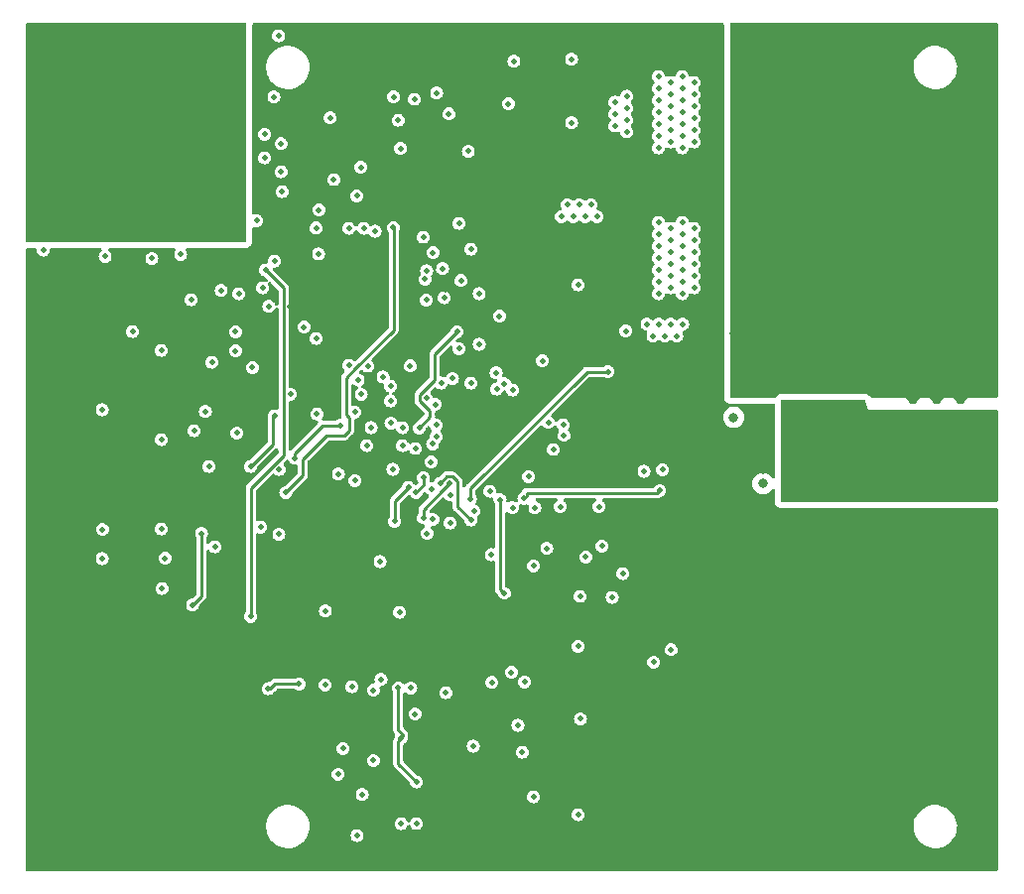
<source format=gbr>
%TF.GenerationSoftware,KiCad,Pcbnew,7.0.10-7.0.10~ubuntu22.04.1*%
%TF.CreationDate,2024-07-15T15:34:11-04:00*%
%TF.ProjectId,IcePSMNR55,49636550-534d-44e5-9235-352e6b696361,rev?*%
%TF.SameCoordinates,Original*%
%TF.FileFunction,Copper,L5,Inr*%
%TF.FilePolarity,Positive*%
%FSLAX46Y46*%
G04 Gerber Fmt 4.6, Leading zero omitted, Abs format (unit mm)*
G04 Created by KiCad (PCBNEW 7.0.10-7.0.10~ubuntu22.04.1) date 2024-07-15 15:34:11*
%MOMM*%
%LPD*%
G01*
G04 APERTURE LIST*
%TA.AperFunction,ComponentPad*%
%ADD10C,1.800000*%
%TD*%
%TA.AperFunction,ViaPad*%
%ADD11C,0.800000*%
%TD*%
%TA.AperFunction,ViaPad*%
%ADD12C,0.500000*%
%TD*%
%TA.AperFunction,Conductor*%
%ADD13C,0.260000*%
%TD*%
G04 APERTURE END LIST*
D10*
%TO.N,/HighSw*%
%TO.C,M4*%
X101600000Y-45720000D03*
X104140000Y-45720000D03*
X106680000Y-45720000D03*
X109220000Y-45720000D03*
X111760000Y-45720000D03*
X114300000Y-45720000D03*
X114300000Y-48260000D03*
X111760000Y-48260000D03*
X109220000Y-48260000D03*
X106680000Y-48260000D03*
X104140000Y-48260000D03*
X101600000Y-48260000D03*
X101600000Y-50800000D03*
X104140000Y-50800000D03*
X106680000Y-50800000D03*
X109220000Y-50800000D03*
X111760000Y-50800000D03*
X114300000Y-50800000D03*
X114300000Y-53340000D03*
X111760000Y-53340000D03*
X109220000Y-53340000D03*
X106680000Y-53340000D03*
X104140000Y-53340000D03*
X101600000Y-53340000D03*
X101600000Y-55880000D03*
X104140000Y-55880000D03*
X106680000Y-55880000D03*
X109220000Y-55880000D03*
X111760000Y-55880000D03*
X114300000Y-55880000D03*
X114300000Y-58420000D03*
X111760000Y-58420000D03*
X109220000Y-58420000D03*
X106680000Y-58420000D03*
X104140000Y-58420000D03*
X101600000Y-58420000D03*
%TD*%
%TO.N,GND*%
%TO.C,M3*%
X101600000Y-82550000D03*
X104140000Y-82550000D03*
X106680000Y-82550000D03*
X109220000Y-82550000D03*
X111760000Y-82550000D03*
X114300000Y-82550000D03*
X114300000Y-85090000D03*
X111760000Y-85090000D03*
X109220000Y-85090000D03*
X106680000Y-85090000D03*
X104140000Y-85090000D03*
X101600000Y-85090000D03*
X101600000Y-87630000D03*
X104140000Y-87630000D03*
X106680000Y-87630000D03*
X109220000Y-87630000D03*
X111760000Y-87630000D03*
X114300000Y-87630000D03*
X114300000Y-90170000D03*
X111760000Y-90170000D03*
X109220000Y-90170000D03*
X106680000Y-90170000D03*
X104140000Y-90170000D03*
X101600000Y-90170000D03*
X101600000Y-92710000D03*
X104140000Y-92710000D03*
X106680000Y-92710000D03*
X109220000Y-92710000D03*
X111760000Y-92710000D03*
X114300000Y-92710000D03*
X114300000Y-95250000D03*
X111760000Y-95250000D03*
X109220000Y-95250000D03*
X106680000Y-95250000D03*
X104140000Y-95250000D03*
X101600000Y-95250000D03*
%TD*%
%TO.N,/VIN*%
%TO.C,M1*%
X39370000Y-38100000D03*
X41910000Y-38100000D03*
X44450000Y-38100000D03*
X46990000Y-38100000D03*
X49530000Y-38100000D03*
X52070000Y-38100000D03*
X52070000Y-40640000D03*
X49530000Y-40640000D03*
X46990000Y-40640000D03*
X44450000Y-40640000D03*
X41910000Y-40640000D03*
X39370000Y-40640000D03*
X39370000Y-43180000D03*
X41910000Y-43180000D03*
X44450000Y-43180000D03*
X46990000Y-43180000D03*
X49530000Y-43180000D03*
X52070000Y-43180000D03*
X52070000Y-45720000D03*
X49530000Y-45720000D03*
X46990000Y-45720000D03*
X44450000Y-45720000D03*
X41910000Y-45720000D03*
X39370000Y-45720000D03*
X39370000Y-48260000D03*
X41910000Y-48260000D03*
X44450000Y-48260000D03*
X46990000Y-48260000D03*
X49530000Y-48260000D03*
X52070000Y-48260000D03*
X52070000Y-50800000D03*
X49530000Y-50800000D03*
X46990000Y-50800000D03*
X44450000Y-50800000D03*
X41910000Y-50800000D03*
X39370000Y-50800000D03*
%TD*%
%TO.N,GND*%
%TO.C,M2*%
X39390000Y-90170000D03*
X41930000Y-90170000D03*
X44470000Y-90170000D03*
X47010000Y-90170000D03*
X49550000Y-90170000D03*
X52090000Y-90170000D03*
X52090000Y-92710000D03*
X49550000Y-92710000D03*
X47010000Y-92710000D03*
X44470000Y-92710000D03*
X41930000Y-92710000D03*
X39390000Y-92710000D03*
X39390000Y-95250000D03*
X41930000Y-95250000D03*
X44470000Y-95250000D03*
X47010000Y-95250000D03*
X49550000Y-95250000D03*
X52090000Y-95250000D03*
X52090000Y-97790000D03*
X49550000Y-97790000D03*
X47010000Y-97790000D03*
X44470000Y-97790000D03*
X41930000Y-97790000D03*
X39390000Y-97790000D03*
X39390000Y-100330000D03*
X41930000Y-100330000D03*
X44470000Y-100330000D03*
X47010000Y-100330000D03*
X49550000Y-100330000D03*
X52090000Y-100330000D03*
X52090000Y-102870000D03*
X49550000Y-102870000D03*
X47010000Y-102870000D03*
X44470000Y-102870000D03*
X41930000Y-102870000D03*
X39390000Y-102870000D03*
%TD*%
D11*
%TO.N,Net-(Q4-G)*%
X98323400Y-73612002D03*
X95823500Y-67945000D03*
D12*
%TO.N,GND*%
X43390000Y-65650000D03*
X55800000Y-104600000D03*
X105840000Y-79320000D03*
X97790000Y-67564000D03*
X65230000Y-53250000D03*
X78440000Y-84480000D03*
X94940000Y-91770000D03*
X84479737Y-91209916D03*
X98806000Y-67564000D03*
X100880000Y-99460000D03*
X67665600Y-66522600D03*
X74380000Y-69160000D03*
X95956000Y-90246000D03*
X108460000Y-99460000D03*
X60018332Y-58988445D03*
X96816000Y-99460000D03*
X88320000Y-85980000D03*
X72970000Y-69220000D03*
X94940000Y-85458000D03*
X112250000Y-76962000D03*
X62940000Y-59090000D03*
X44450000Y-81280000D03*
X49310000Y-86420000D03*
X113284000Y-76962000D03*
X104396000Y-99460000D03*
X87346000Y-71374000D03*
X98806000Y-69596000D03*
X98171000Y-101981000D03*
X77230000Y-67760000D03*
X103380000Y-99460000D03*
X75438000Y-61976000D03*
X101410000Y-76204000D03*
X76030000Y-67760000D03*
X80600000Y-95270000D03*
X64180000Y-56490000D03*
X56515000Y-74295000D03*
X95956000Y-91262000D03*
X61722000Y-49022000D03*
X71272400Y-57048400D03*
X64180000Y-54850000D03*
X81680000Y-103890000D03*
X83921600Y-66065400D03*
X81360000Y-73440000D03*
X68707000Y-71856600D03*
X88200000Y-95200000D03*
X97832000Y-99460000D03*
X80000000Y-102800000D03*
X75820000Y-72450000D03*
X60706000Y-66294000D03*
X62712600Y-78409800D03*
X94940000Y-83426000D03*
X93345000Y-91821000D03*
X102934000Y-77220000D03*
X82810000Y-40260000D03*
X97028000Y-88773000D03*
X97570000Y-84100000D03*
X82200000Y-96400000D03*
X94940000Y-92786000D03*
X95885000Y-74676000D03*
X53410000Y-76650000D03*
X75760000Y-70520000D03*
X88890000Y-93150000D03*
X105412000Y-99460000D03*
X95956000Y-84950000D03*
X103632000Y-104521000D03*
X67560000Y-56350000D03*
X65590000Y-57680000D03*
X98848000Y-99460000D03*
X92826749Y-74167353D03*
X102872000Y-100476000D03*
X96308000Y-100476000D03*
X76200000Y-94691200D03*
X97155000Y-68580000D03*
X55400000Y-34800000D03*
X75946000Y-45339000D03*
X91567000Y-71374000D03*
X58730000Y-42970000D03*
X88650000Y-102360000D03*
X76940000Y-72390000D03*
X37200000Y-59230000D03*
X113810000Y-76200000D03*
X94940000Y-93802000D03*
X93345000Y-98298000D03*
X58250000Y-97650000D03*
X97409000Y-97790000D03*
X89820000Y-85070000D03*
X104904000Y-100476000D03*
X57984000Y-58480000D03*
X94940000Y-86474000D03*
X65440000Y-105500000D03*
X95956000Y-80886000D03*
X99356000Y-100476000D03*
X95360000Y-103390000D03*
X104458000Y-76204000D03*
X93120000Y-94760000D03*
X92710000Y-84582000D03*
X62960000Y-56580000D03*
X95800000Y-99460000D03*
X65460000Y-58880000D03*
X86220000Y-84520000D03*
X56650000Y-85020000D03*
X76120000Y-35340000D03*
X95956000Y-95326000D03*
X109220000Y-76962000D03*
X80390000Y-85270000D03*
X62433200Y-94005400D03*
X112776000Y-76200000D03*
X94940000Y-84442000D03*
X90068900Y-81117500D03*
X93730000Y-105440000D03*
X63830000Y-84130000D03*
X99378000Y-76204000D03*
X66000000Y-54760000D03*
X93910000Y-60520000D03*
X100372000Y-100476000D03*
X43490000Y-68860000D03*
X98298000Y-86614000D03*
X109746000Y-76200000D03*
X64800000Y-43600000D03*
X79020000Y-43800000D03*
X62230000Y-88011000D03*
X56840000Y-53400000D03*
X98520000Y-79810000D03*
X97790000Y-69596000D03*
X83280000Y-89620000D03*
X93250000Y-102420000D03*
X62860000Y-54900000D03*
X101918000Y-77220000D03*
X94784000Y-99460000D03*
X102426000Y-76204000D03*
X69088000Y-85598000D03*
X86650000Y-52230000D03*
X95250000Y-76327000D03*
X95956000Y-94310000D03*
X110218000Y-76962000D03*
X59791600Y-55880000D03*
X56159400Y-93065600D03*
X111252000Y-76962000D03*
X73280000Y-63810000D03*
X102440000Y-78980000D03*
X73040000Y-70520000D03*
X45670000Y-73580000D03*
X53340000Y-82042000D03*
X78994000Y-61722000D03*
X81780000Y-72150000D03*
X69201885Y-105793320D03*
X106250000Y-102890000D03*
X72680000Y-105580000D03*
X74380000Y-70530000D03*
X97790000Y-71628000D03*
X74980800Y-97383600D03*
X99886000Y-77220000D03*
X78250000Y-104940000D03*
X107040000Y-77600000D03*
X95956000Y-86982000D03*
X83250000Y-84750000D03*
X105920000Y-100476000D03*
X73660000Y-81229200D03*
X72490000Y-91480000D03*
X62410000Y-37650000D03*
X69138800Y-64820800D03*
X64516000Y-71628000D03*
X82473800Y-68503800D03*
X77597000Y-60071000D03*
X98806000Y-71628000D03*
X76120000Y-85860000D03*
X97150000Y-78550000D03*
X98171000Y-70612000D03*
X88280000Y-82950000D03*
X95956000Y-93294000D03*
X73030000Y-67760000D03*
X94940000Y-90754000D03*
X65659000Y-82550000D03*
X98870000Y-77220000D03*
X111778000Y-76200000D03*
X98298000Y-72517000D03*
X55040000Y-98020000D03*
X66120000Y-78440000D03*
X103888000Y-100476000D03*
X38780000Y-53920000D03*
X89846000Y-67590000D03*
X97324000Y-100476000D03*
X73928348Y-94643407D03*
X64210000Y-57950000D03*
X69530000Y-46260000D03*
X84200000Y-105800000D03*
X92837000Y-80500000D03*
X83650000Y-61860000D03*
X98171000Y-68580000D03*
X95956000Y-83934000D03*
X71000000Y-104000000D03*
X97155000Y-70612000D03*
X85910000Y-93810000D03*
X86130000Y-82980000D03*
X67480000Y-58360000D03*
X94940000Y-81394000D03*
X65600000Y-104400000D03*
X55600000Y-42000000D03*
X81661000Y-77597000D03*
X92837000Y-77216000D03*
X115970000Y-78640000D03*
X65960000Y-47340000D03*
X95292000Y-100476000D03*
X39200000Y-86400000D03*
X95956000Y-92278000D03*
X73590000Y-72460000D03*
X95956000Y-85966000D03*
X77830000Y-77440000D03*
X64090000Y-59030000D03*
X63700000Y-42070000D03*
X67560000Y-54790000D03*
X81760000Y-44510000D03*
X67995800Y-93827600D03*
X51490000Y-54940000D03*
X95956000Y-96342000D03*
X75360000Y-102000000D03*
X43780000Y-58580000D03*
X58674000Y-63627000D03*
X106428000Y-99460000D03*
X69342000Y-80264000D03*
X37460000Y-71150000D03*
X77240000Y-69120000D03*
X100394000Y-76204000D03*
X100902000Y-77220000D03*
X58648600Y-79476600D03*
X95956000Y-81902000D03*
X44196000Y-77216000D03*
X107952000Y-100476000D03*
X72600000Y-101800000D03*
X75400000Y-105400000D03*
X74940000Y-51840000D03*
X51793054Y-69659660D03*
X92583000Y-88900000D03*
X107444000Y-99460000D03*
X74940000Y-92740000D03*
X94940000Y-94818000D03*
X74450000Y-67760000D03*
X84410000Y-71930000D03*
X62870000Y-57860000D03*
X43100000Y-85470000D03*
X99864000Y-99460000D03*
X95122000Y-71894000D03*
X77470000Y-79629000D03*
X83710000Y-78990000D03*
X94940000Y-82410000D03*
X61087000Y-63627000D03*
X103950000Y-77220000D03*
X105310000Y-103920000D03*
X110744000Y-76200000D03*
X102364000Y-99460000D03*
X106936000Y-100476000D03*
X96960000Y-105470000D03*
X85704158Y-101681458D03*
X103442000Y-76204000D03*
X98180000Y-93580000D03*
X69596000Y-42799000D03*
X95956000Y-82918000D03*
X93853000Y-87757000D03*
X37170000Y-55210000D03*
X37600000Y-68210000D03*
X85520000Y-86990000D03*
X104966000Y-77220000D03*
X61400000Y-105600000D03*
X64960000Y-102920000D03*
X94869000Y-69596000D03*
X111600000Y-79510000D03*
X59791600Y-95656400D03*
X109910000Y-98600000D03*
X101540000Y-102970000D03*
X54813200Y-65938400D03*
X58674000Y-75565000D03*
X37973000Y-77724000D03*
X65700000Y-56480000D03*
X87890000Y-61940000D03*
X75870000Y-69150000D03*
X56400000Y-99200000D03*
X60256161Y-71423956D03*
X69455000Y-94240000D03*
X116990000Y-98840000D03*
X94940000Y-95834000D03*
X55600000Y-48790000D03*
X98340000Y-100476000D03*
X82490000Y-75620000D03*
%TO.N,+3V3*%
X76962000Y-75666000D03*
X62267974Y-68647000D03*
X60421470Y-50271730D03*
X75845000Y-59309000D03*
X58369200Y-71424800D03*
X85460000Y-83320000D03*
X74105000Y-57404000D03*
X67564000Y-68847000D03*
X72218513Y-60636487D03*
X66747913Y-72387087D03*
X84330000Y-75565000D03*
X63497060Y-73344633D03*
X56155000Y-58480000D03*
X79502000Y-63119000D03*
X69000000Y-68850000D03*
X57048400Y-72390000D03*
X86614000Y-60579000D03*
X69630600Y-55460000D03*
X59165000Y-60258000D03*
X53310000Y-62290000D03*
%TO.N,/+22V*%
X77790000Y-96520000D03*
X65074800Y-97231200D03*
X73609200Y-96012000D03*
X78740000Y-100330000D03*
%TO.N,+5V*%
X57605000Y-74355000D03*
X60960000Y-90780000D03*
X66774620Y-51771141D03*
X60985200Y-84454800D03*
%TO.N,+1V2*%
X70443511Y-68604923D03*
X75148133Y-79670000D03*
X69993000Y-71754601D03*
X80441800Y-70688200D03*
%TO.N,+2V5*%
X78867000Y-75666000D03*
X81030000Y-75565000D03*
%TO.N,/VIN*%
X91440000Y-43942000D03*
X89408000Y-39878000D03*
X91440000Y-44958000D03*
X82720000Y-83220000D03*
X54760000Y-63710000D03*
X91440000Y-54356000D03*
X51054000Y-72136000D03*
X90424000Y-53848000D03*
X91440000Y-42926000D03*
X91440000Y-40894000D03*
X62103000Y-72771000D03*
X90424000Y-55880000D03*
X91440000Y-38862000D03*
X84170000Y-50820000D03*
X89960000Y-61010000D03*
X89408000Y-41910000D03*
X90424000Y-41402000D03*
X92456000Y-41402000D03*
X57000000Y-35400000D03*
X91440000Y-56388000D03*
X89408000Y-55372000D03*
X90976000Y-61010000D03*
X88944000Y-61010000D03*
X92456000Y-53848000D03*
X67200000Y-42600000D03*
X92456000Y-42418000D03*
X86716000Y-40542000D03*
X92456000Y-40386000D03*
X76600000Y-41200000D03*
X91484000Y-59994000D03*
X89408000Y-44958000D03*
X44530000Y-60630000D03*
X89408000Y-53340000D03*
X46190000Y-54390000D03*
X90424000Y-56896000D03*
X91440000Y-51308000D03*
X92456000Y-54864000D03*
X71130000Y-57750000D03*
X55110000Y-51170000D03*
X89408000Y-40894000D03*
X56600000Y-40600000D03*
X82646000Y-49804000D03*
X89452000Y-59994000D03*
X86716000Y-41558000D03*
X92456000Y-39370000D03*
X89408000Y-54356000D03*
X52090000Y-57130000D03*
X63670000Y-49060000D03*
X42190000Y-54210000D03*
X51562000Y-78994000D03*
X90424000Y-54864000D03*
X49784000Y-69088000D03*
X92456000Y-55880000D03*
X72400000Y-51400000D03*
X70485000Y-40259000D03*
X82138000Y-50820000D03*
X90424000Y-40386000D03*
X57200000Y-47000000D03*
X90424000Y-44450000D03*
X92456000Y-52832000D03*
X65659000Y-80264000D03*
X81122000Y-50820000D03*
X64008000Y-46609000D03*
X67310000Y-84582000D03*
X89408000Y-38862000D03*
X88180000Y-72560000D03*
X55800000Y-43800000D03*
X90424000Y-42418000D03*
X89408000Y-52324000D03*
X82000000Y-42800000D03*
X86716000Y-43590000D03*
X89408000Y-56388000D03*
X92456000Y-56896000D03*
X69494446Y-56149807D03*
X90424000Y-39370000D03*
X82550000Y-87500000D03*
X92456000Y-44450000D03*
X64897000Y-68834000D03*
X90424000Y-43434000D03*
X77978000Y-90525600D03*
X57200000Y-44600000D03*
X90424000Y-52832000D03*
X91440000Y-41910000D03*
X48640000Y-54050000D03*
X90468000Y-59994000D03*
X82753200Y-93675200D03*
X57290000Y-48680000D03*
X89408000Y-51308000D03*
X72567800Y-56286400D03*
X79883000Y-79121000D03*
X85700000Y-42066000D03*
X92456000Y-43434000D03*
X89408000Y-57404000D03*
X70993000Y-55245000D03*
X86716000Y-42574000D03*
X83662000Y-49804000D03*
X67400000Y-45000000D03*
X85700000Y-43082000D03*
X89408000Y-43942000D03*
X60200000Y-51800000D03*
X82000000Y-37400000D03*
X60198000Y-61214000D03*
X36930000Y-53680000D03*
X89408000Y-42926000D03*
X69610000Y-57930000D03*
X91440000Y-57404000D03*
X88436000Y-59994000D03*
X91440000Y-39878000D03*
X69350000Y-52570000D03*
X91440000Y-53340000D03*
X85700000Y-41050000D03*
X91440000Y-55372000D03*
X83154000Y-50820000D03*
X91440000Y-52324000D03*
X63260000Y-90932000D03*
X57023000Y-77927200D03*
X81630000Y-49804000D03*
X90424000Y-51816000D03*
X61710000Y-47660000D03*
X92456000Y-51816000D03*
X61400000Y-42400000D03*
X55800000Y-45800000D03*
%TO.N,Net-(U8-GND{slash}ADJ)*%
X56120000Y-91100000D03*
X58743587Y-90696413D03*
%TO.N,Net-(C43-Pad1)*%
X77419200Y-94234000D03*
X82550000Y-101854000D03*
%TO.N,/LED_R*%
X90474800Y-87782400D03*
X89747821Y-72417821D03*
X75620000Y-65532000D03*
%TO.N,/LED_G*%
X76962000Y-65624800D03*
X84582000Y-78943200D03*
X81330800Y-69494400D03*
%TO.N,/LED_B*%
X89001600Y-88849200D03*
X76250800Y-65074800D03*
%TO.N,/CDONE*%
X70154800Y-76657200D03*
X83210400Y-79857600D03*
X70131751Y-70208481D03*
%TO.N,Net-(IC1-CA)*%
X73176400Y-45237400D03*
X77070000Y-37567200D03*
%TO.N,/USB_M*%
X55880000Y-55372000D03*
X54610000Y-84937600D03*
X68760000Y-102610000D03*
X68595000Y-40800000D03*
%TO.N,/USB_P*%
X67462026Y-95300800D03*
X68760000Y-99060000D03*
X67208400Y-91033600D03*
X55626000Y-56896000D03*
X53441600Y-69291200D03*
X55473600Y-77317600D03*
X66800000Y-40600000D03*
%TO.N,/IOT_36B*%
X50749200Y-67462400D03*
X66580000Y-68427600D03*
X78319999Y-73004078D03*
%TO.N,/VGS:LOAD-IOB_13B*%
X74117200Y-61722000D03*
X70459600Y-69590000D03*
X70358000Y-66852800D03*
X71526400Y-42062400D03*
X70166127Y-53896000D03*
%TO.N,/VGS:Fly-IOB_18A*%
X71628000Y-76962000D03*
X78740000Y-80619600D03*
X86360000Y-81280000D03*
X68716983Y-74355000D03*
X69342000Y-73085000D03*
%TO.N,/IOT_43A*%
X66548000Y-66548000D03*
X80006265Y-68385000D03*
X41950000Y-67310000D03*
%TO.N,/IOT_42B*%
X81280000Y-68580000D03*
X46990000Y-69850000D03*
X64516000Y-70358000D03*
X67568653Y-70362653D03*
%TO.N,/FPGA_SO*%
X71628000Y-74549000D03*
X68067347Y-73918653D03*
X66894389Y-76818811D03*
X62077600Y-98399600D03*
X62484000Y-96215200D03*
X65074800Y-91236800D03*
X46990000Y-77470000D03*
X70027987Y-74040813D03*
%TO.N,/FT_SSn*%
X65909774Y-64508148D03*
X73369000Y-74930000D03*
X41960800Y-77520800D03*
X85090000Y-64058800D03*
%TO.N,/FPGA_SI*%
X73660000Y-75946000D03*
X63690000Y-103639000D03*
X47300000Y-79980000D03*
X64135000Y-100140000D03*
%TO.N,/FLASH_MOSI*%
X62992000Y-63500000D03*
X41950000Y-80010000D03*
X65735200Y-90322400D03*
X73406000Y-53594000D03*
%TO.N,/FT_SCK*%
X68229418Y-63567000D03*
X47040800Y-82550000D03*
X64052676Y-65973000D03*
X69650079Y-77853000D03*
%TO.N,/FLASH_MISO*%
X49657000Y-83947000D03*
X50419000Y-77851000D03*
X63500000Y-67497000D03*
X82550000Y-56642000D03*
X64592200Y-63576200D03*
X54610000Y-72136000D03*
X56642000Y-67810000D03*
%TO.N,/HighSw*%
X106470000Y-36430000D03*
X115824000Y-61976000D03*
X115189000Y-65278000D03*
X113538000Y-63246000D03*
X101346000Y-63246000D03*
X102870000Y-41148000D03*
X106680000Y-61976000D03*
X108204000Y-61976000D03*
X97282000Y-44958000D03*
X110490000Y-63246000D03*
X101346000Y-40132000D03*
X108966000Y-63246000D03*
X95730000Y-60810000D03*
X98806000Y-55880000D03*
X98806000Y-60452000D03*
X101346000Y-37084000D03*
X100584000Y-61976000D03*
X101346000Y-38608000D03*
X98806000Y-49784000D03*
X112776000Y-61976000D03*
X96266000Y-44958000D03*
X102870000Y-42672000D03*
X103632000Y-61976000D03*
X116850000Y-57200000D03*
X97536000Y-61976000D03*
X97282000Y-53340000D03*
X98806000Y-40640000D03*
X96266000Y-55372000D03*
X98806000Y-45212000D03*
X97282000Y-57404000D03*
X116890000Y-35410000D03*
X100076000Y-42672000D03*
X98806000Y-54356000D03*
X99060000Y-61976000D03*
X114300000Y-61976000D03*
X115189000Y-66294000D03*
X98806000Y-38862000D03*
X102108000Y-61976000D03*
X98806000Y-58928000D03*
X107720000Y-39390000D03*
X98806000Y-48260000D03*
X100076000Y-39624000D03*
X98806000Y-46736000D03*
X96266000Y-57404000D03*
X100076000Y-38100000D03*
X101346000Y-41656000D03*
X104394000Y-63246000D03*
X96774000Y-63246000D03*
X113157000Y-66294000D03*
X116820000Y-41280000D03*
X109500000Y-41810000D03*
X111252000Y-61976000D03*
X117200000Y-49320000D03*
X103060000Y-36240000D03*
X96266000Y-53340000D03*
X111125000Y-65278000D03*
X98806000Y-57404000D03*
X99822000Y-63246000D03*
X97282000Y-42926000D03*
X102870000Y-63246000D03*
X105918000Y-63246000D03*
X111125000Y-66294000D03*
X102870000Y-38100000D03*
X96266000Y-40894000D03*
X98806000Y-52832000D03*
X109728000Y-61976000D03*
X97282000Y-55372000D03*
X102870000Y-39624000D03*
X115062000Y-63246000D03*
X98806000Y-43688000D03*
X113157000Y-65278000D03*
X97282000Y-40894000D03*
X107442000Y-63246000D03*
X100076000Y-41148000D03*
X98806000Y-51308000D03*
X116586000Y-63246000D03*
X112014000Y-63246000D03*
X98806000Y-42164000D03*
X96266000Y-42926000D03*
X104610000Y-38710000D03*
X105156000Y-61976000D03*
X105180000Y-41430000D03*
X98298000Y-63246000D03*
%TO.N,/CRESET_N*%
X69600000Y-66294001D03*
X68681600Y-70604601D03*
%TO.N,/EE_CS*%
X53310000Y-60640000D03*
X62992000Y-51816000D03*
X58013600Y-65973000D03*
%TO.N,/EE_CLK*%
X64262000Y-51816000D03*
X60267500Y-67660000D03*
%TO.N,/EE_DAT*%
X65235000Y-52070000D03*
X56642000Y-54610000D03*
X53594000Y-57404000D03*
%TO.N,Net-(U9-EN{slash}UVLO)*%
X76860400Y-89712800D03*
X75201866Y-90575000D03*
X71260000Y-91450000D03*
%TO.N,/IOB_22A*%
X89509648Y-74193352D03*
X70782797Y-73573857D03*
X77927200Y-74879200D03*
X73406000Y-76708000D03*
%TO.N,/IOB_23B*%
X68630800Y-93268800D03*
X75895200Y-74980800D03*
X76250800Y-82956400D03*
X68275200Y-91033600D03*
%TO.N,/IOB_24A*%
X69342000Y-76521000D03*
X71577200Y-73592627D03*
X67462400Y-102616000D03*
%TO.N,/CRYSTAL-IOB_25B_G3*%
X75031600Y-74254078D03*
X75559627Y-64139627D03*
%TO.N,/IOB_0A*%
X73406000Y-65024000D03*
X49530000Y-57912000D03*
%TO.N,/IOB_2A*%
X51308000Y-63246000D03*
X71839405Y-64620975D03*
%TO.N,/IOB_4A*%
X63777929Y-64746071D03*
X66548000Y-65278000D03*
X46990000Y-62230000D03*
X70866000Y-65024000D03*
%TO.N,/CLK_12M_FT*%
X72390000Y-62090000D03*
X60411834Y-54011034D03*
%TO.N,/AntiSeriesFB*%
X107823000Y-72517000D03*
X108839000Y-70866000D03*
X105029000Y-73787000D03*
X106807000Y-70993000D03*
X110363000Y-70866000D03*
X110236000Y-73787000D03*
X105283000Y-68199000D03*
X106299000Y-72517000D03*
X114808000Y-69469000D03*
X113538000Y-73787000D03*
X112141000Y-68072000D03*
X115443000Y-74422000D03*
X106807000Y-73787000D03*
X100965000Y-69596000D03*
X103505000Y-73787000D03*
X114681000Y-72390000D03*
X106807000Y-68199000D03*
X103505000Y-68199000D03*
X105283000Y-70993000D03*
X108712000Y-73787000D03*
X109855000Y-72390000D03*
X117221000Y-68961000D03*
X103505000Y-70993000D03*
X110363000Y-68072000D03*
X101981000Y-68199000D03*
X108839000Y-74803000D03*
X111506000Y-69469000D03*
X111379000Y-72390000D03*
X112141000Y-70866000D03*
X102997000Y-72517000D03*
X113665000Y-70866000D03*
X108839000Y-68072000D03*
X104648000Y-69596000D03*
X109982000Y-69469000D03*
X113284000Y-69469000D03*
X107950000Y-69596000D03*
X100965000Y-72517000D03*
X116840000Y-74041000D03*
X116713000Y-71374000D03*
X113157000Y-72390000D03*
X103124000Y-69596000D03*
X104521000Y-72517000D03*
X100965000Y-67183000D03*
X112014000Y-73787000D03*
X101727000Y-73787000D03*
X101981000Y-70993000D03*
X113665000Y-68072000D03*
X106426000Y-69596000D03*
%TD*%
D13*
%TO.N,+3V3*%
X69020000Y-66534245D02*
X69020000Y-66049756D01*
X58369200Y-71043800D02*
X58369200Y-71424800D01*
X69000000Y-68850000D02*
X69000000Y-68795000D01*
X69020000Y-66049756D02*
X70291000Y-64778756D01*
X69918555Y-67876445D02*
X69918555Y-67432800D01*
X60766000Y-68647000D02*
X58369200Y-71043800D01*
X70291000Y-64778756D02*
X70291000Y-62564000D01*
X69000000Y-68795000D02*
X69918555Y-67876445D01*
X70291000Y-62564000D02*
X72218513Y-60636487D01*
X69918555Y-67432800D02*
X69020000Y-66534245D01*
X62267974Y-68647000D02*
X60766000Y-68647000D01*
%TO.N,+5V*%
X59055000Y-71501000D02*
X59055000Y-72905000D01*
X62738000Y-67691000D02*
X62992000Y-67945000D01*
X59055000Y-72905000D02*
X57605000Y-74355000D01*
X61086302Y-69469698D02*
X59055000Y-71501000D01*
X62610302Y-69469698D02*
X61086302Y-69469698D01*
X66774620Y-51771141D02*
X66802000Y-51798521D01*
X62992000Y-67945000D02*
X62992000Y-69088000D01*
X63572000Y-63733173D02*
X63572000Y-63740244D01*
X62738000Y-64574244D02*
X62738000Y-67691000D01*
X62992000Y-69088000D02*
X62610302Y-69469698D01*
X63572000Y-63740244D02*
X62738000Y-64574244D01*
X66802000Y-60503173D02*
X63572000Y-63733173D01*
X66802000Y-51798521D02*
X66802000Y-60503173D01*
%TO.N,Net-(U8-GND{slash}ADJ)*%
X58743587Y-90696413D02*
X56674387Y-90696413D01*
X56135600Y-91084400D02*
X56120000Y-91100000D01*
X56286400Y-91084400D02*
X56135600Y-91084400D01*
X56674387Y-90696413D02*
X56286400Y-91084400D01*
%TO.N,/USB_M*%
X54610000Y-74008156D02*
X54610000Y-84937600D01*
X57404000Y-71214156D02*
X54610000Y-74008156D01*
X57404000Y-56896000D02*
X57404000Y-71214156D01*
X55880000Y-55372000D02*
X57404000Y-56896000D01*
%TO.N,/USB_P*%
X67208400Y-97508400D02*
X68760000Y-99060000D01*
X67208400Y-94640400D02*
X67208400Y-91033600D01*
X67462026Y-95300800D02*
X67208400Y-95554426D01*
X67462026Y-95300800D02*
X67564000Y-95198826D01*
X67208400Y-95554426D02*
X67208400Y-97508400D01*
X67564000Y-94996000D02*
X67208400Y-94640400D01*
X67564000Y-95198826D02*
X67564000Y-94996000D01*
%TO.N,/VGS:Fly-IOB_18A*%
X69342000Y-73729983D02*
X68716983Y-74355000D01*
X69342000Y-73085000D02*
X69342000Y-73729983D01*
%TO.N,/FPGA_SO*%
X66894389Y-75091611D02*
X68067347Y-73918653D01*
X66894389Y-76818811D02*
X66894389Y-75091611D01*
%TO.N,/FT_SSn*%
X73369000Y-73996960D02*
X73369000Y-74930000D01*
X83307160Y-64058800D02*
X73369000Y-73996960D01*
X85090000Y-64058800D02*
X83307160Y-64058800D01*
%TO.N,/FLASH_MISO*%
X56515000Y-67937000D02*
X56642000Y-67810000D01*
X49657000Y-83947000D02*
X50419000Y-83185000D01*
X54610000Y-72136000D02*
X56515000Y-70231000D01*
X56515000Y-70231000D02*
X56515000Y-67937000D01*
X50419000Y-83185000D02*
X50419000Y-77851000D01*
%TO.N,/IOB_22A*%
X78155800Y-74650600D02*
X77927200Y-74879200D01*
X78155800Y-74405800D02*
X78155800Y-74650600D01*
X72263000Y-73447227D02*
X71815373Y-72999600D01*
X78155800Y-74405800D02*
X89297200Y-74405800D01*
X71339027Y-72999600D02*
X70782797Y-73555830D01*
X89297200Y-74405800D02*
X89509648Y-74193352D01*
X73406000Y-76708000D02*
X72263000Y-75565000D01*
X72263000Y-75565000D02*
X72263000Y-73447227D01*
X70782797Y-73555830D02*
X70782797Y-73573857D01*
X71815373Y-72999600D02*
X71339027Y-72999600D01*
%TO.N,/IOB_23B*%
X75895200Y-82600800D02*
X75895200Y-74980800D01*
X76250800Y-82956400D02*
X75895200Y-82600800D01*
%TO.N,/IOB_24A*%
X71577200Y-73592627D02*
X71577200Y-73599698D01*
X71577200Y-73599698D02*
X71023041Y-74153857D01*
X71015970Y-74153857D02*
X69342000Y-75827827D01*
X69342000Y-75827827D02*
X69342000Y-76521000D01*
X71023041Y-74153857D02*
X71015970Y-74153857D01*
%TD*%
%TA.AperFunction,Conductor*%
%TO.N,/AntiSeriesFB*%
G36*
X107034506Y-66440685D02*
G01*
X107080261Y-66493489D01*
X107086696Y-66510935D01*
X107314999Y-67309999D01*
X107315000Y-67310000D01*
X118239500Y-67310000D01*
X118306539Y-67329685D01*
X118352294Y-67382489D01*
X118363500Y-67434000D01*
X118363500Y-75060000D01*
X118343815Y-75127039D01*
X118291011Y-75172794D01*
X118239500Y-75184000D01*
X99946000Y-75184000D01*
X99878961Y-75164315D01*
X99833206Y-75111511D01*
X99822000Y-75060000D01*
X99822000Y-66545000D01*
X99841685Y-66477961D01*
X99894489Y-66432206D01*
X99946000Y-66421000D01*
X106967467Y-66421000D01*
X107034506Y-66440685D01*
G37*
%TD.AperFunction*%
%TD*%
%TA.AperFunction,Conductor*%
%TO.N,GND*%
G36*
X54204217Y-106679500D02*
G01*
X35557500Y-106679500D01*
X35490461Y-106659815D01*
X35444706Y-106607011D01*
X35433500Y-106555500D01*
X35433500Y-88000000D01*
X54250000Y-88000000D01*
X54204217Y-106679500D01*
G37*
%TD.AperFunction*%
%TD*%
%TA.AperFunction,Conductor*%
%TO.N,/HighSw*%
G36*
X118306539Y-34310185D02*
G01*
X118352294Y-34362989D01*
X118363500Y-34414500D01*
X118363500Y-66172500D01*
X118343815Y-66239539D01*
X118291011Y-66285294D01*
X118239500Y-66296500D01*
X115970250Y-66296500D01*
X115827839Y-66316974D01*
X115696963Y-66376741D01*
X115696959Y-66376744D01*
X115588223Y-66470963D01*
X115588221Y-66470966D01*
X115510434Y-66592001D01*
X115510433Y-66592005D01*
X115474190Y-66715436D01*
X115436415Y-66774213D01*
X115372859Y-66803238D01*
X115355213Y-66804500D01*
X115030485Y-66804500D01*
X114963446Y-66784815D01*
X114917691Y-66732011D01*
X114911508Y-66715436D01*
X114910777Y-66712949D01*
X114875266Y-66592008D01*
X114797478Y-66470968D01*
X114797472Y-66470963D01*
X114688746Y-66376750D01*
X114688744Y-66376748D01*
X114688741Y-66376746D01*
X114688730Y-66376741D01*
X114557866Y-66316976D01*
X114557861Y-66316975D01*
X114415447Y-66296500D01*
X113938251Y-66296500D01*
X113938250Y-66296500D01*
X113795839Y-66316974D01*
X113664963Y-66376741D01*
X113664959Y-66376744D01*
X113556223Y-66470963D01*
X113556221Y-66470966D01*
X113478434Y-66592001D01*
X113478433Y-66592005D01*
X113442190Y-66715436D01*
X113404415Y-66774213D01*
X113340859Y-66803238D01*
X113323213Y-66804500D01*
X112998485Y-66804500D01*
X112931446Y-66784815D01*
X112885691Y-66732011D01*
X112879508Y-66715436D01*
X112878777Y-66712949D01*
X112843266Y-66592008D01*
X112765478Y-66470968D01*
X112765472Y-66470963D01*
X112656746Y-66376750D01*
X112656744Y-66376748D01*
X112656741Y-66376746D01*
X112656730Y-66376741D01*
X112525866Y-66316976D01*
X112525861Y-66316975D01*
X112383447Y-66296500D01*
X111906251Y-66296500D01*
X111906250Y-66296500D01*
X111763839Y-66316974D01*
X111632963Y-66376741D01*
X111632959Y-66376744D01*
X111524223Y-66470963D01*
X111524221Y-66470966D01*
X111446434Y-66592001D01*
X111446433Y-66592005D01*
X111410190Y-66715436D01*
X111372415Y-66774213D01*
X111308859Y-66803238D01*
X111291213Y-66804500D01*
X110966485Y-66804500D01*
X110899446Y-66784815D01*
X110853691Y-66732011D01*
X110847508Y-66715436D01*
X110846777Y-66712949D01*
X110811266Y-66592008D01*
X110733478Y-66470968D01*
X110733472Y-66470963D01*
X110624746Y-66376750D01*
X110624744Y-66376748D01*
X110624741Y-66376746D01*
X110624730Y-66376741D01*
X110493866Y-66316976D01*
X110493861Y-66316975D01*
X110351447Y-66296500D01*
X107781318Y-66296500D01*
X107781316Y-66296500D01*
X107647012Y-66315809D01*
X107577853Y-66305865D01*
X107525051Y-66260110D01*
X107462300Y-66162468D01*
X107462287Y-66162451D01*
X107416543Y-66109659D01*
X107416539Y-66109656D01*
X107416537Y-66109653D01*
X107307803Y-66015433D01*
X107307800Y-66015431D01*
X107307798Y-66015430D01*
X107176932Y-65955664D01*
X107176927Y-65955662D01*
X107176926Y-65955662D01*
X107109887Y-65935977D01*
X107109889Y-65935977D01*
X107109884Y-65935976D01*
X107047814Y-65927052D01*
X106967467Y-65915500D01*
X99946000Y-65915500D01*
X99945991Y-65915500D01*
X99945990Y-65915501D01*
X99838549Y-65927052D01*
X99838537Y-65927054D01*
X99787027Y-65938260D01*
X99684502Y-65972383D01*
X99684496Y-65972386D01*
X99563462Y-66050171D01*
X99563451Y-66050179D01*
X99510659Y-66095923D01*
X99416434Y-66204662D01*
X99416433Y-66204663D01*
X99416433Y-66204664D01*
X99407595Y-66224014D01*
X99361841Y-66276817D01*
X99294803Y-66296500D01*
X95628000Y-66296500D01*
X95560961Y-66276815D01*
X95515206Y-66224011D01*
X95504000Y-66172500D01*
X95504000Y-38167763D01*
X111175787Y-38167763D01*
X111205413Y-38437013D01*
X111205415Y-38437024D01*
X111273926Y-38699082D01*
X111273928Y-38699088D01*
X111379870Y-38948390D01*
X111451998Y-39066575D01*
X111520979Y-39179605D01*
X111520986Y-39179615D01*
X111694253Y-39387819D01*
X111694259Y-39387824D01*
X111895998Y-39568582D01*
X112121910Y-39718044D01*
X112367176Y-39833020D01*
X112367183Y-39833022D01*
X112367185Y-39833023D01*
X112626557Y-39911057D01*
X112626564Y-39911058D01*
X112626569Y-39911060D01*
X112894561Y-39950500D01*
X112894566Y-39950500D01*
X113097629Y-39950500D01*
X113097631Y-39950500D01*
X113097636Y-39950499D01*
X113097648Y-39950499D01*
X113135191Y-39947750D01*
X113300156Y-39935677D01*
X113412758Y-39910593D01*
X113564546Y-39876782D01*
X113564548Y-39876781D01*
X113564553Y-39876780D01*
X113817558Y-39780014D01*
X114053777Y-39647441D01*
X114268177Y-39481888D01*
X114456186Y-39286881D01*
X114613799Y-39066579D01*
X114687787Y-38922669D01*
X114737649Y-38825690D01*
X114737651Y-38825684D01*
X114737656Y-38825675D01*
X114825118Y-38569305D01*
X114874319Y-38302933D01*
X114884212Y-38032235D01*
X114854586Y-37762982D01*
X114786072Y-37500912D01*
X114680130Y-37251610D01*
X114539018Y-37020390D01*
X114449747Y-36913119D01*
X114365746Y-36812180D01*
X114365740Y-36812175D01*
X114164002Y-36631418D01*
X113938092Y-36481957D01*
X113938090Y-36481956D01*
X113692824Y-36366980D01*
X113692819Y-36366978D01*
X113692814Y-36366976D01*
X113433442Y-36288942D01*
X113433428Y-36288939D01*
X113317791Y-36271921D01*
X113165439Y-36249500D01*
X112962369Y-36249500D01*
X112962351Y-36249500D01*
X112759844Y-36264323D01*
X112759831Y-36264325D01*
X112495453Y-36323217D01*
X112495446Y-36323220D01*
X112242439Y-36419987D01*
X112006226Y-36552557D01*
X111791822Y-36718112D01*
X111603822Y-36913109D01*
X111603816Y-36913116D01*
X111446202Y-37133419D01*
X111446199Y-37133424D01*
X111322350Y-37374309D01*
X111322343Y-37374327D01*
X111234884Y-37630685D01*
X111234881Y-37630699D01*
X111185681Y-37897068D01*
X111185680Y-37897075D01*
X111175787Y-38167763D01*
X95504000Y-38167763D01*
X95504000Y-34414500D01*
X95523685Y-34347461D01*
X95576489Y-34301706D01*
X95628000Y-34290500D01*
X118239500Y-34290500D01*
X118306539Y-34310185D01*
G37*
%TD.AperFunction*%
%TD*%
%TA.AperFunction,Conductor*%
%TO.N,GND*%
G36*
X99316500Y-73068327D02*
G01*
X99296815Y-73135366D01*
X99244011Y-73181121D01*
X99174853Y-73191065D01*
X99111297Y-73162040D01*
X99085113Y-73130327D01*
X99077692Y-73117475D01*
X99055933Y-73079786D01*
X98929271Y-72939114D01*
X98929270Y-72939113D01*
X98776134Y-72827853D01*
X98776129Y-72827850D01*
X98603207Y-72750859D01*
X98603202Y-72750857D01*
X98457401Y-72719867D01*
X98418046Y-72711502D01*
X98228754Y-72711502D01*
X98196297Y-72718400D01*
X98043597Y-72750857D01*
X98043592Y-72750859D01*
X97870670Y-72827850D01*
X97870665Y-72827853D01*
X97717529Y-72939113D01*
X97590866Y-73079787D01*
X97496221Y-73243717D01*
X97496218Y-73243724D01*
X97437727Y-73423742D01*
X97437726Y-73423746D01*
X97417940Y-73612002D01*
X97437726Y-73800258D01*
X97437727Y-73800261D01*
X97496218Y-73980279D01*
X97496221Y-73980286D01*
X97590867Y-74144218D01*
X97717529Y-74284890D01*
X97870665Y-74396150D01*
X97870670Y-74396153D01*
X98043592Y-74473144D01*
X98043597Y-74473146D01*
X98228754Y-74512502D01*
X98228755Y-74512502D01*
X98418044Y-74512502D01*
X98418046Y-74512502D01*
X98603203Y-74473146D01*
X98776130Y-74396153D01*
X98929271Y-74284890D01*
X99055933Y-74144218D01*
X99085113Y-74093675D01*
X99135679Y-74045461D01*
X99204286Y-74032237D01*
X99269151Y-74058205D01*
X99309680Y-74115118D01*
X99316500Y-74155676D01*
X99316500Y-75060000D01*
X99316501Y-75060009D01*
X99328052Y-75167450D01*
X99328054Y-75167462D01*
X99339260Y-75218972D01*
X99373383Y-75321497D01*
X99373386Y-75321503D01*
X99451171Y-75442537D01*
X99451179Y-75442548D01*
X99496923Y-75495340D01*
X99496926Y-75495343D01*
X99496930Y-75495347D01*
X99605664Y-75589567D01*
X99736541Y-75649338D01*
X99803580Y-75669023D01*
X99803584Y-75669024D01*
X99946000Y-75689500D01*
X99946003Y-75689500D01*
X118239500Y-75689500D01*
X118306539Y-75709185D01*
X118352294Y-75761989D01*
X118363500Y-75813500D01*
X118363500Y-106555500D01*
X118343815Y-106622539D01*
X118291011Y-106668294D01*
X118239500Y-106679500D01*
X94234000Y-106679500D01*
X94234000Y-102937763D01*
X111175787Y-102937763D01*
X111205413Y-103207013D01*
X111205415Y-103207024D01*
X111273926Y-103469082D01*
X111273928Y-103469088D01*
X111379870Y-103718390D01*
X111451998Y-103836575D01*
X111520979Y-103949605D01*
X111520986Y-103949615D01*
X111694253Y-104157819D01*
X111694259Y-104157824D01*
X111895998Y-104338582D01*
X112121910Y-104488044D01*
X112367176Y-104603020D01*
X112367183Y-104603022D01*
X112367185Y-104603023D01*
X112626557Y-104681057D01*
X112626564Y-104681058D01*
X112626569Y-104681060D01*
X112894561Y-104720500D01*
X112894566Y-104720500D01*
X113097629Y-104720500D01*
X113097631Y-104720500D01*
X113097636Y-104720499D01*
X113097648Y-104720499D01*
X113135191Y-104717750D01*
X113300156Y-104705677D01*
X113412758Y-104680593D01*
X113564546Y-104646782D01*
X113564548Y-104646781D01*
X113564553Y-104646780D01*
X113817558Y-104550014D01*
X114053777Y-104417441D01*
X114268177Y-104251888D01*
X114456186Y-104056881D01*
X114613799Y-103836579D01*
X114687787Y-103692669D01*
X114737649Y-103595690D01*
X114737651Y-103595684D01*
X114737656Y-103595675D01*
X114825118Y-103339305D01*
X114874319Y-103072933D01*
X114884212Y-102802235D01*
X114854586Y-102532982D01*
X114786072Y-102270912D01*
X114680130Y-102021610D01*
X114539018Y-101790390D01*
X114449747Y-101683119D01*
X114365746Y-101582180D01*
X114365740Y-101582175D01*
X114164002Y-101401418D01*
X113938092Y-101251957D01*
X113938090Y-101251956D01*
X113692824Y-101136980D01*
X113692819Y-101136978D01*
X113692814Y-101136976D01*
X113433442Y-101058942D01*
X113433428Y-101058939D01*
X113317791Y-101041921D01*
X113165439Y-101019500D01*
X112962369Y-101019500D01*
X112962351Y-101019500D01*
X112759844Y-101034323D01*
X112759831Y-101034325D01*
X112495453Y-101093217D01*
X112495446Y-101093220D01*
X112242439Y-101189987D01*
X112006226Y-101322557D01*
X111791822Y-101488112D01*
X111603822Y-101683109D01*
X111603816Y-101683116D01*
X111446202Y-101903419D01*
X111446199Y-101903424D01*
X111322350Y-102144309D01*
X111322343Y-102144327D01*
X111234884Y-102400685D01*
X111234881Y-102400699D01*
X111185681Y-102667068D01*
X111185680Y-102667075D01*
X111175787Y-102937763D01*
X94234000Y-102937763D01*
X94234000Y-68326000D01*
X94551500Y-67945000D01*
X94918040Y-67945000D01*
X94937826Y-68133256D01*
X94937827Y-68133259D01*
X94996318Y-68313277D01*
X94996321Y-68313284D01*
X95090967Y-68477216D01*
X95217629Y-68617888D01*
X95370765Y-68729148D01*
X95370770Y-68729151D01*
X95543692Y-68806142D01*
X95543697Y-68806144D01*
X95728854Y-68845500D01*
X95728855Y-68845500D01*
X95918144Y-68845500D01*
X95918146Y-68845500D01*
X96103303Y-68806144D01*
X96276230Y-68729151D01*
X96429371Y-68617888D01*
X96556033Y-68477216D01*
X96650679Y-68313284D01*
X96709174Y-68133256D01*
X96728960Y-67945000D01*
X96709174Y-67756744D01*
X96650679Y-67576716D01*
X96556033Y-67412784D01*
X96429371Y-67272112D01*
X96429370Y-67272111D01*
X96276234Y-67160851D01*
X96276229Y-67160848D01*
X96103307Y-67083857D01*
X96103302Y-67083855D01*
X95950876Y-67051457D01*
X95918146Y-67044500D01*
X95728854Y-67044500D01*
X95696397Y-67051398D01*
X95543697Y-67083855D01*
X95543692Y-67083857D01*
X95370770Y-67160848D01*
X95370765Y-67160851D01*
X95217629Y-67272111D01*
X95090966Y-67412785D01*
X94996321Y-67576715D01*
X94996318Y-67576722D01*
X94937827Y-67756740D01*
X94937826Y-67756744D01*
X94918040Y-67945000D01*
X94551500Y-67945000D01*
X95504000Y-66802000D01*
X99316500Y-66802000D01*
X99316500Y-73068327D01*
G37*
%TD.AperFunction*%
%TD*%
%TA.AperFunction,Conductor*%
%TO.N,/VIN*%
G36*
X54193039Y-34310185D02*
G01*
X54238794Y-34362989D01*
X54250000Y-34414500D01*
X54250000Y-52876000D01*
X54230315Y-52943039D01*
X54177511Y-52988794D01*
X54126000Y-53000000D01*
X35557500Y-53000000D01*
X35490461Y-52980315D01*
X35444706Y-52927511D01*
X35433500Y-52876000D01*
X35433500Y-34414500D01*
X35453185Y-34347461D01*
X35505989Y-34301706D01*
X35557500Y-34290500D01*
X54126000Y-34290500D01*
X54193039Y-34310185D01*
G37*
%TD.AperFunction*%
%TD*%
%TA.AperFunction,Conductor*%
%TO.N,GND*%
G36*
X94924000Y-34310462D02*
G01*
X94978538Y-34365000D01*
X94998500Y-34439500D01*
X94998500Y-66172494D01*
X94998501Y-66172515D01*
X95010051Y-66279952D01*
X95010052Y-66279956D01*
X95021258Y-66331463D01*
X95055387Y-66434005D01*
X95133175Y-66555043D01*
X95178929Y-66607846D01*
X95178931Y-66607848D01*
X95287665Y-66702068D01*
X95303048Y-66709093D01*
X95418541Y-66761838D01*
X95456657Y-66773030D01*
X95485576Y-66781522D01*
X95485578Y-66781522D01*
X95485580Y-66781523D01*
X95485584Y-66781524D01*
X95485585Y-66781524D01*
X95485589Y-66781525D01*
X95485593Y-66781526D01*
X95627985Y-66801998D01*
X95627989Y-66801998D01*
X95628000Y-66802000D01*
X95504000Y-66802000D01*
X94234000Y-68326000D01*
X94234000Y-106679500D01*
X54204217Y-106679500D01*
X54213388Y-102937773D01*
X55930788Y-102937773D01*
X55960412Y-103207005D01*
X55960414Y-103207018D01*
X56028928Y-103469088D01*
X56082722Y-103595675D01*
X56134870Y-103718390D01*
X56134875Y-103718399D01*
X56275981Y-103949610D01*
X56275984Y-103949614D01*
X56449247Y-104157812D01*
X56449259Y-104157824D01*
X56650990Y-104338575D01*
X56650999Y-104338583D01*
X56763954Y-104413313D01*
X56876910Y-104488044D01*
X57122176Y-104603020D01*
X57381569Y-104681060D01*
X57649561Y-104720500D01*
X57649568Y-104720500D01*
X57852622Y-104720500D01*
X57852631Y-104720500D01*
X58055156Y-104705677D01*
X58319553Y-104646780D01*
X58572558Y-104550014D01*
X58808777Y-104417441D01*
X59023177Y-104251888D01*
X59211186Y-104056881D01*
X59368799Y-103836579D01*
X59470380Y-103639002D01*
X63134750Y-103639002D01*
X63153668Y-103782706D01*
X63209138Y-103916625D01*
X63234449Y-103949610D01*
X63297379Y-104031621D01*
X63344602Y-104067857D01*
X63412374Y-104119861D01*
X63546293Y-104175331D01*
X63689997Y-104194250D01*
X63690000Y-104194250D01*
X63690003Y-104194250D01*
X63833706Y-104175331D01*
X63833708Y-104175330D01*
X63833709Y-104175330D01*
X63967625Y-104119861D01*
X64082621Y-104031621D01*
X64170861Y-103916625D01*
X64226330Y-103782709D01*
X64226330Y-103782708D01*
X64226331Y-103782706D01*
X64245250Y-103639002D01*
X64245250Y-103638997D01*
X64226331Y-103495293D01*
X64170861Y-103361374D01*
X64118857Y-103293602D01*
X64082621Y-103246379D01*
X64055945Y-103225910D01*
X63967625Y-103158138D01*
X63833706Y-103102668D01*
X63690003Y-103083750D01*
X63689997Y-103083750D01*
X63546293Y-103102668D01*
X63412374Y-103158138D01*
X63297381Y-103246377D01*
X63297377Y-103246381D01*
X63209138Y-103361374D01*
X63153668Y-103495293D01*
X63134750Y-103638997D01*
X63134750Y-103639002D01*
X59470380Y-103639002D01*
X59492656Y-103595675D01*
X59580118Y-103339305D01*
X59629319Y-103072933D01*
X59639212Y-102802235D01*
X59618721Y-102616002D01*
X66907150Y-102616002D01*
X66926068Y-102759706D01*
X66981538Y-102893625D01*
X67015415Y-102937773D01*
X67069779Y-103008621D01*
X67117002Y-103044857D01*
X67184774Y-103096861D01*
X67318693Y-103152331D01*
X67462397Y-103171250D01*
X67462400Y-103171250D01*
X67462403Y-103171250D01*
X67606106Y-103152331D01*
X67606108Y-103152330D01*
X67606109Y-103152330D01*
X67740025Y-103096861D01*
X67855021Y-103008621D01*
X67943261Y-102893625D01*
X67974785Y-102817516D01*
X68021735Y-102756330D01*
X68092991Y-102726813D01*
X68169460Y-102736879D01*
X68230650Y-102783831D01*
X68250100Y-102817519D01*
X68279138Y-102887625D01*
X68317613Y-102937765D01*
X68367379Y-103002621D01*
X68375200Y-103008622D01*
X68482374Y-103090861D01*
X68616293Y-103146331D01*
X68759997Y-103165250D01*
X68760000Y-103165250D01*
X68760003Y-103165250D01*
X68903706Y-103146331D01*
X68903708Y-103146330D01*
X68903709Y-103146330D01*
X69037625Y-103090861D01*
X69152621Y-103002621D01*
X69240861Y-102887625D01*
X69296330Y-102753709D01*
X69296330Y-102753708D01*
X69296331Y-102753706D01*
X69315250Y-102610002D01*
X69315250Y-102609997D01*
X69296331Y-102466293D01*
X69240861Y-102332374D01*
X69175057Y-102246618D01*
X69152621Y-102217379D01*
X69125945Y-102196910D01*
X69037625Y-102129138D01*
X68903706Y-102073668D01*
X68760003Y-102054750D01*
X68759997Y-102054750D01*
X68616293Y-102073668D01*
X68482374Y-102129138D01*
X68367381Y-102217377D01*
X68367377Y-102217381D01*
X68279139Y-102332373D01*
X68247615Y-102408481D01*
X68200663Y-102469670D01*
X68129406Y-102499186D01*
X68052937Y-102489119D01*
X67991748Y-102442167D01*
X67972299Y-102408481D01*
X67943261Y-102338375D01*
X67938655Y-102332373D01*
X67891499Y-102270918D01*
X67855021Y-102223379D01*
X67828345Y-102202910D01*
X67740025Y-102135138D01*
X67606106Y-102079668D01*
X67462403Y-102060750D01*
X67462397Y-102060750D01*
X67318693Y-102079668D01*
X67184774Y-102135138D01*
X67069781Y-102223377D01*
X67069777Y-102223381D01*
X66981538Y-102338374D01*
X66926068Y-102472293D01*
X66907150Y-102615997D01*
X66907150Y-102616002D01*
X59618721Y-102616002D01*
X59609586Y-102532982D01*
X59541072Y-102270912D01*
X59435130Y-102021610D01*
X59435124Y-102021600D01*
X59332840Y-101854002D01*
X81994750Y-101854002D01*
X82013668Y-101997706D01*
X82069138Y-102131625D01*
X82134939Y-102217377D01*
X82157379Y-102246621D01*
X82204602Y-102282857D01*
X82272374Y-102334861D01*
X82406293Y-102390331D01*
X82549997Y-102409250D01*
X82550000Y-102409250D01*
X82550003Y-102409250D01*
X82693706Y-102390331D01*
X82693708Y-102390330D01*
X82693709Y-102390330D01*
X82827625Y-102334861D01*
X82942621Y-102246621D01*
X83030861Y-102131625D01*
X83086330Y-101997709D01*
X83086330Y-101997708D01*
X83086331Y-101997706D01*
X83105250Y-101854002D01*
X83105250Y-101853997D01*
X83086331Y-101710293D01*
X83030861Y-101576374D01*
X82963131Y-101488108D01*
X82942621Y-101461379D01*
X82864479Y-101401418D01*
X82827625Y-101373138D01*
X82693706Y-101317668D01*
X82550003Y-101298750D01*
X82549997Y-101298750D01*
X82406293Y-101317668D01*
X82272374Y-101373138D01*
X82157381Y-101461377D01*
X82157377Y-101461381D01*
X82069138Y-101576374D01*
X82013668Y-101710293D01*
X81994750Y-101853997D01*
X81994750Y-101854002D01*
X59332840Y-101854002D01*
X59294018Y-101790389D01*
X59294015Y-101790385D01*
X59120752Y-101582187D01*
X59120740Y-101582175D01*
X58919009Y-101401424D01*
X58919000Y-101401416D01*
X58693090Y-101251956D01*
X58447825Y-101136980D01*
X58302369Y-101093219D01*
X58188431Y-101058940D01*
X58188427Y-101058939D01*
X58188426Y-101058939D01*
X57920446Y-101019501D01*
X57920445Y-101019500D01*
X57920439Y-101019500D01*
X57717369Y-101019500D01*
X57514844Y-101034323D01*
X57514836Y-101034324D01*
X57250449Y-101093219D01*
X57250439Y-101093222D01*
X56997440Y-101189986D01*
X56997438Y-101189987D01*
X56761224Y-101322558D01*
X56761217Y-101322562D01*
X56546830Y-101488105D01*
X56546826Y-101488108D01*
X56358810Y-101683123D01*
X56201201Y-101903419D01*
X56077344Y-102144324D01*
X56077344Y-102144325D01*
X55989886Y-102400680D01*
X55989880Y-102400703D01*
X55940681Y-102667060D01*
X55937419Y-102756330D01*
X55932621Y-102887625D01*
X55930788Y-102937773D01*
X54213388Y-102937773D01*
X54220245Y-100140002D01*
X63579750Y-100140002D01*
X63598668Y-100283706D01*
X63654138Y-100417625D01*
X63697174Y-100473709D01*
X63742379Y-100532621D01*
X63789602Y-100568857D01*
X63857374Y-100620861D01*
X63991293Y-100676331D01*
X64134997Y-100695250D01*
X64135000Y-100695250D01*
X64135003Y-100695250D01*
X64278706Y-100676331D01*
X64278708Y-100676330D01*
X64278709Y-100676330D01*
X64412625Y-100620861D01*
X64527621Y-100532621D01*
X64615861Y-100417625D01*
X64652155Y-100330002D01*
X78184750Y-100330002D01*
X78203668Y-100473706D01*
X78259138Y-100607625D01*
X78269295Y-100620861D01*
X78347379Y-100722621D01*
X78394602Y-100758857D01*
X78462374Y-100810861D01*
X78596293Y-100866331D01*
X78739997Y-100885250D01*
X78740000Y-100885250D01*
X78740003Y-100885250D01*
X78883706Y-100866331D01*
X78883708Y-100866330D01*
X78883709Y-100866330D01*
X79017625Y-100810861D01*
X79132621Y-100722621D01*
X79220861Y-100607625D01*
X79276330Y-100473709D01*
X79276330Y-100473708D01*
X79276331Y-100473706D01*
X79295250Y-100330002D01*
X79295250Y-100329997D01*
X79276331Y-100186293D01*
X79220861Y-100052374D01*
X79168857Y-99984602D01*
X79132621Y-99937379D01*
X79105945Y-99916910D01*
X79017625Y-99849138D01*
X78883706Y-99793668D01*
X78740003Y-99774750D01*
X78739997Y-99774750D01*
X78596293Y-99793668D01*
X78462374Y-99849138D01*
X78347381Y-99937377D01*
X78347377Y-99937381D01*
X78259138Y-100052374D01*
X78203668Y-100186293D01*
X78184750Y-100329997D01*
X78184750Y-100330002D01*
X64652155Y-100330002D01*
X64671330Y-100283709D01*
X64671330Y-100283708D01*
X64671331Y-100283706D01*
X64690250Y-100140002D01*
X64690250Y-100139997D01*
X64671331Y-99996293D01*
X64615861Y-99862374D01*
X64563140Y-99793668D01*
X64527621Y-99747379D01*
X64500945Y-99726910D01*
X64412625Y-99659138D01*
X64278706Y-99603668D01*
X64135003Y-99584750D01*
X64134997Y-99584750D01*
X63991293Y-99603668D01*
X63857374Y-99659138D01*
X63742381Y-99747377D01*
X63742377Y-99747381D01*
X63654138Y-99862374D01*
X63598668Y-99996293D01*
X63579750Y-100139997D01*
X63579750Y-100140002D01*
X54220245Y-100140002D01*
X54224511Y-98399602D01*
X61522350Y-98399602D01*
X61541268Y-98543306D01*
X61596738Y-98677225D01*
X61664510Y-98765545D01*
X61684979Y-98792221D01*
X61732202Y-98828457D01*
X61799974Y-98880461D01*
X61933893Y-98935931D01*
X62077597Y-98954850D01*
X62077600Y-98954850D01*
X62077603Y-98954850D01*
X62221306Y-98935931D01*
X62221308Y-98935930D01*
X62221309Y-98935930D01*
X62355225Y-98880461D01*
X62470221Y-98792221D01*
X62558461Y-98677225D01*
X62613930Y-98543309D01*
X62613930Y-98543308D01*
X62613931Y-98543306D01*
X62632850Y-98399602D01*
X62632850Y-98399597D01*
X62613931Y-98255893D01*
X62558461Y-98121974D01*
X62506457Y-98054202D01*
X62470221Y-98006979D01*
X62443545Y-97986510D01*
X62355225Y-97918738D01*
X62221306Y-97863268D01*
X62077603Y-97844350D01*
X62077597Y-97844350D01*
X61933893Y-97863268D01*
X61799974Y-97918738D01*
X61684981Y-98006977D01*
X61684977Y-98006981D01*
X61596738Y-98121974D01*
X61541268Y-98255893D01*
X61522350Y-98399597D01*
X61522350Y-98399602D01*
X54224511Y-98399602D01*
X54227375Y-97231202D01*
X64519550Y-97231202D01*
X64538468Y-97374906D01*
X64593938Y-97508825D01*
X64646860Y-97577793D01*
X64682179Y-97623821D01*
X64709162Y-97644526D01*
X64797174Y-97712061D01*
X64931093Y-97767531D01*
X65074797Y-97786450D01*
X65074800Y-97786450D01*
X65074803Y-97786450D01*
X65218506Y-97767531D01*
X65218508Y-97767530D01*
X65218509Y-97767530D01*
X65352425Y-97712061D01*
X65467421Y-97623821D01*
X65555661Y-97508825D01*
X65611130Y-97374909D01*
X65611130Y-97374908D01*
X65611131Y-97374906D01*
X65630050Y-97231202D01*
X65630050Y-97231197D01*
X65611131Y-97087493D01*
X65555661Y-96953574D01*
X65503657Y-96885802D01*
X65467421Y-96838579D01*
X65414049Y-96797625D01*
X65352425Y-96750338D01*
X65218506Y-96694868D01*
X65074803Y-96675950D01*
X65074797Y-96675950D01*
X64931093Y-96694868D01*
X64797174Y-96750338D01*
X64682181Y-96838577D01*
X64682177Y-96838581D01*
X64593938Y-96953574D01*
X64538468Y-97087493D01*
X64519550Y-97231197D01*
X64519550Y-97231202D01*
X54227375Y-97231202D01*
X54229865Y-96215202D01*
X61928750Y-96215202D01*
X61947668Y-96358906D01*
X62003138Y-96492825D01*
X62070910Y-96581145D01*
X62091379Y-96607821D01*
X62138602Y-96644057D01*
X62206374Y-96696061D01*
X62340293Y-96751531D01*
X62483997Y-96770450D01*
X62484000Y-96770450D01*
X62484003Y-96770450D01*
X62627706Y-96751531D01*
X62627708Y-96751530D01*
X62627709Y-96751530D01*
X62761625Y-96696061D01*
X62876621Y-96607821D01*
X62964861Y-96492825D01*
X63020330Y-96358909D01*
X63020330Y-96358908D01*
X63020331Y-96358906D01*
X63039250Y-96215202D01*
X63039250Y-96215197D01*
X63020331Y-96071493D01*
X62964861Y-95937574D01*
X62896473Y-95848451D01*
X62876621Y-95822579D01*
X62823296Y-95781661D01*
X62761625Y-95734338D01*
X62627706Y-95678868D01*
X62484003Y-95659950D01*
X62483997Y-95659950D01*
X62340293Y-95678868D01*
X62206374Y-95734338D01*
X62091381Y-95822577D01*
X62091377Y-95822581D01*
X62003138Y-95937574D01*
X61947668Y-96071493D01*
X61928750Y-96215197D01*
X61928750Y-96215202D01*
X54229865Y-96215202D01*
X54242402Y-91100002D01*
X55564750Y-91100002D01*
X55583668Y-91243706D01*
X55639138Y-91377625D01*
X55694676Y-91450002D01*
X55727379Y-91492621D01*
X55774602Y-91528857D01*
X55842374Y-91580861D01*
X55976293Y-91636331D01*
X56119997Y-91655250D01*
X56120000Y-91655250D01*
X56120003Y-91655250D01*
X56263706Y-91636331D01*
X56263708Y-91636330D01*
X56263709Y-91636330D01*
X56397625Y-91580861D01*
X56512621Y-91492621D01*
X56587169Y-91395466D01*
X56604026Y-91376955D01*
X56626780Y-91355844D01*
X56626785Y-91355834D01*
X56633387Y-91347556D01*
X56644520Y-91335097D01*
X56809066Y-91170553D01*
X56875861Y-91131990D01*
X56914424Y-91126913D01*
X58349752Y-91126913D01*
X58424252Y-91146875D01*
X58440459Y-91157705D01*
X58465960Y-91177273D01*
X58465961Y-91177273D01*
X58465962Y-91177274D01*
X58532920Y-91205008D01*
X58599880Y-91232744D01*
X58743584Y-91251663D01*
X58743587Y-91251663D01*
X58743590Y-91251663D01*
X58887293Y-91232744D01*
X58887295Y-91232743D01*
X58887296Y-91232743D01*
X59021212Y-91177274D01*
X59136208Y-91089034D01*
X59224448Y-90974038D01*
X59279917Y-90840122D01*
X59279917Y-90840121D01*
X59279918Y-90840119D01*
X59287833Y-90780002D01*
X60404750Y-90780002D01*
X60423668Y-90923706D01*
X60479138Y-91057625D01*
X60546910Y-91145945D01*
X60567379Y-91172621D01*
X60614602Y-91208857D01*
X60682374Y-91260861D01*
X60816293Y-91316331D01*
X60959997Y-91335250D01*
X60960000Y-91335250D01*
X60960003Y-91335250D01*
X61103706Y-91316331D01*
X61103708Y-91316330D01*
X61103709Y-91316330D01*
X61237625Y-91260861D01*
X61352621Y-91172621D01*
X61440861Y-91057625D01*
X61492895Y-90932002D01*
X62704750Y-90932002D01*
X62723668Y-91075706D01*
X62779138Y-91209625D01*
X62811396Y-91251663D01*
X62867379Y-91324621D01*
X62898802Y-91348733D01*
X62982374Y-91412861D01*
X63116293Y-91468331D01*
X63259997Y-91487250D01*
X63260000Y-91487250D01*
X63260003Y-91487250D01*
X63403706Y-91468331D01*
X63403708Y-91468330D01*
X63403709Y-91468330D01*
X63537625Y-91412861D01*
X63652621Y-91324621D01*
X63720007Y-91236802D01*
X64519550Y-91236802D01*
X64538468Y-91380506D01*
X64593938Y-91514425D01*
X64654774Y-91593706D01*
X64682179Y-91629421D01*
X64715840Y-91655250D01*
X64797174Y-91717661D01*
X64931093Y-91773131D01*
X65074797Y-91792050D01*
X65074800Y-91792050D01*
X65074803Y-91792050D01*
X65218506Y-91773131D01*
X65218508Y-91773130D01*
X65218509Y-91773130D01*
X65352425Y-91717661D01*
X65467421Y-91629421D01*
X65555661Y-91514425D01*
X65611130Y-91380509D01*
X65611130Y-91380508D01*
X65611131Y-91380506D01*
X65630050Y-91236802D01*
X65630050Y-91236797D01*
X65611131Y-91093093D01*
X65607228Y-91083671D01*
X65600635Y-91033602D01*
X66653150Y-91033602D01*
X66672068Y-91177306D01*
X66727539Y-91311226D01*
X66747108Y-91336728D01*
X66776625Y-91407984D01*
X66777900Y-91427435D01*
X66777900Y-94607851D01*
X66776963Y-94624534D01*
X66773341Y-94656676D01*
X66773341Y-94656679D01*
X66783390Y-94709793D01*
X66784322Y-94715281D01*
X66792377Y-94768720D01*
X66794785Y-94776526D01*
X66797468Y-94784193D01*
X66822723Y-94831976D01*
X66825219Y-94836920D01*
X66848686Y-94885649D01*
X66848687Y-94885650D01*
X66848688Y-94885652D01*
X66853249Y-94892342D01*
X66858108Y-94898927D01*
X66896322Y-94937141D01*
X66900185Y-94941151D01*
X66914650Y-94956740D01*
X66950691Y-95024930D01*
X66947808Y-95102004D01*
X66943086Y-95115105D01*
X66925696Y-95157088D01*
X66922391Y-95182192D01*
X66894872Y-95248620D01*
X66895545Y-95249079D01*
X66893345Y-95252304D01*
X66892872Y-95253448D01*
X66891281Y-95255332D01*
X66858795Y-95302979D01*
X66855574Y-95307518D01*
X66823488Y-95350994D01*
X66819687Y-95358185D01*
X66816150Y-95365530D01*
X66800219Y-95417174D01*
X66798480Y-95422458D01*
X66780625Y-95473488D01*
X66779117Y-95481457D01*
X66777900Y-95489538D01*
X66777900Y-95543583D01*
X66777796Y-95549153D01*
X66775775Y-95603176D01*
X66776963Y-95613721D01*
X66777900Y-95630401D01*
X66777900Y-97475851D01*
X66776963Y-97492534D01*
X66773341Y-97524676D01*
X66773341Y-97524679D01*
X66783390Y-97577793D01*
X66784322Y-97583281D01*
X66792377Y-97636720D01*
X66794785Y-97644526D01*
X66797468Y-97652193D01*
X66822723Y-97699976D01*
X66825219Y-97704920D01*
X66848686Y-97753649D01*
X66848687Y-97753650D01*
X66848688Y-97753652D01*
X66853249Y-97760342D01*
X66858108Y-97766927D01*
X66896322Y-97805141D01*
X66900185Y-97809151D01*
X66936956Y-97848780D01*
X66936958Y-97848781D01*
X66936960Y-97848783D01*
X66945254Y-97855398D01*
X66957710Y-97866529D01*
X68177107Y-99085926D01*
X68215671Y-99152721D01*
X68219473Y-99171833D01*
X68223670Y-99203706D01*
X68223671Y-99203713D01*
X68279138Y-99337625D01*
X68346910Y-99425945D01*
X68367379Y-99452621D01*
X68414602Y-99488857D01*
X68482374Y-99540861D01*
X68616293Y-99596331D01*
X68759997Y-99615250D01*
X68760000Y-99615250D01*
X68760003Y-99615250D01*
X68903706Y-99596331D01*
X68903708Y-99596330D01*
X68903709Y-99596330D01*
X69037625Y-99540861D01*
X69152621Y-99452621D01*
X69240861Y-99337625D01*
X69296330Y-99203709D01*
X69296330Y-99203708D01*
X69296331Y-99203706D01*
X69315250Y-99060002D01*
X69315250Y-99059997D01*
X69296331Y-98916293D01*
X69240861Y-98782374D01*
X69160176Y-98677225D01*
X69152621Y-98667379D01*
X69125945Y-98646910D01*
X69037625Y-98579138D01*
X68903713Y-98523671D01*
X68903710Y-98523670D01*
X68903709Y-98523670D01*
X68871833Y-98519473D01*
X68800577Y-98489955D01*
X68785926Y-98477107D01*
X67682541Y-97373722D01*
X67643977Y-97306927D01*
X67638900Y-97268363D01*
X67638900Y-96012002D01*
X73053950Y-96012002D01*
X73072868Y-96155706D01*
X73128338Y-96289625D01*
X73194842Y-96376293D01*
X73216579Y-96404621D01*
X73263802Y-96440857D01*
X73331574Y-96492861D01*
X73465493Y-96548331D01*
X73609197Y-96567250D01*
X73609200Y-96567250D01*
X73609203Y-96567250D01*
X73752906Y-96548331D01*
X73752908Y-96548330D01*
X73752909Y-96548330D01*
X73821300Y-96520002D01*
X77234750Y-96520002D01*
X77253668Y-96663706D01*
X77309138Y-96797625D01*
X77376910Y-96885945D01*
X77397379Y-96912621D01*
X77444602Y-96948857D01*
X77512374Y-97000861D01*
X77646293Y-97056331D01*
X77789997Y-97075250D01*
X77790000Y-97075250D01*
X77790003Y-97075250D01*
X77933706Y-97056331D01*
X77933708Y-97056330D01*
X77933709Y-97056330D01*
X78067625Y-97000861D01*
X78182621Y-96912621D01*
X78270861Y-96797625D01*
X78326330Y-96663709D01*
X78326330Y-96663708D01*
X78326331Y-96663706D01*
X78345250Y-96520002D01*
X78345250Y-96519997D01*
X78326331Y-96376293D01*
X78270861Y-96242374D01*
X78204357Y-96155706D01*
X78182621Y-96127379D01*
X78155945Y-96106910D01*
X78067625Y-96039138D01*
X77933706Y-95983668D01*
X77790003Y-95964750D01*
X77789997Y-95964750D01*
X77646293Y-95983668D01*
X77512374Y-96039138D01*
X77397381Y-96127377D01*
X77397377Y-96127381D01*
X77309138Y-96242374D01*
X77253668Y-96376293D01*
X77234750Y-96519997D01*
X77234750Y-96520002D01*
X73821300Y-96520002D01*
X73886825Y-96492861D01*
X74001821Y-96404621D01*
X74090061Y-96289625D01*
X74145530Y-96155709D01*
X74145530Y-96155708D01*
X74145531Y-96155706D01*
X74164450Y-96012002D01*
X74164450Y-96011997D01*
X74145531Y-95868293D01*
X74090061Y-95734374D01*
X74032952Y-95659950D01*
X74001821Y-95619379D01*
X73948449Y-95578425D01*
X73886825Y-95531138D01*
X73752906Y-95475668D01*
X73609203Y-95456750D01*
X73609197Y-95456750D01*
X73465493Y-95475668D01*
X73331574Y-95531138D01*
X73216581Y-95619377D01*
X73216577Y-95619381D01*
X73128338Y-95734374D01*
X73072868Y-95868293D01*
X73053950Y-96011997D01*
X73053950Y-96012002D01*
X67638900Y-96012002D01*
X67638900Y-95922951D01*
X67658862Y-95848451D01*
X67713400Y-95793913D01*
X67730873Y-95785296D01*
X67739651Y-95781661D01*
X67854647Y-95693421D01*
X67942887Y-95578425D01*
X67998356Y-95444509D01*
X67998356Y-95444508D01*
X67998357Y-95444506D01*
X68017276Y-95300802D01*
X68017276Y-95300798D01*
X68008970Y-95237708D01*
X67998356Y-95157091D01*
X67998355Y-95157088D01*
X67997471Y-95150373D01*
X67995444Y-95139594D01*
X67995398Y-95139177D01*
X67994500Y-95122840D01*
X67994500Y-95028547D01*
X67995437Y-95011863D01*
X67995449Y-95011752D01*
X67999059Y-94979721D01*
X67988997Y-94926544D01*
X67988080Y-94921149D01*
X67980021Y-94867675D01*
X67980018Y-94867669D01*
X67977610Y-94859861D01*
X67974932Y-94852209D01*
X67974932Y-94852208D01*
X67949679Y-94804429D01*
X67947176Y-94799471D01*
X67942254Y-94789250D01*
X67923714Y-94750751D01*
X67923707Y-94750744D01*
X67919117Y-94744010D01*
X67914292Y-94737473D01*
X67876065Y-94699246D01*
X67872226Y-94695261D01*
X67835444Y-94655620D01*
X67835440Y-94655617D01*
X67827144Y-94649001D01*
X67814688Y-94637869D01*
X67682541Y-94505722D01*
X67643977Y-94438927D01*
X67638900Y-94400363D01*
X67638900Y-94234002D01*
X76863950Y-94234002D01*
X76882868Y-94377706D01*
X76938338Y-94511625D01*
X77006110Y-94599945D01*
X77026579Y-94626621D01*
X77041238Y-94637869D01*
X77141574Y-94714861D01*
X77275493Y-94770331D01*
X77419197Y-94789250D01*
X77419200Y-94789250D01*
X77419203Y-94789250D01*
X77562906Y-94770331D01*
X77562908Y-94770330D01*
X77562909Y-94770330D01*
X77696825Y-94714861D01*
X77811821Y-94626621D01*
X77900061Y-94511625D01*
X77955530Y-94377709D01*
X77955530Y-94377708D01*
X77955531Y-94377706D01*
X77974450Y-94234002D01*
X77974450Y-94233997D01*
X77955531Y-94090293D01*
X77900061Y-93956374D01*
X77848057Y-93888602D01*
X77811821Y-93841379D01*
X77764581Y-93805130D01*
X77696825Y-93753138D01*
X77562906Y-93697668D01*
X77419203Y-93678750D01*
X77419197Y-93678750D01*
X77275493Y-93697668D01*
X77141574Y-93753138D01*
X77026581Y-93841377D01*
X77026577Y-93841381D01*
X76938338Y-93956374D01*
X76882868Y-94090293D01*
X76863950Y-94233997D01*
X76863950Y-94234002D01*
X67638900Y-94234002D01*
X67638900Y-93268802D01*
X68075550Y-93268802D01*
X68094468Y-93412506D01*
X68149938Y-93546425D01*
X68217710Y-93634745D01*
X68238179Y-93661421D01*
X68285402Y-93697657D01*
X68353174Y-93749661D01*
X68487093Y-93805131D01*
X68630797Y-93824050D01*
X68630800Y-93824050D01*
X68630803Y-93824050D01*
X68774506Y-93805131D01*
X68774508Y-93805130D01*
X68774509Y-93805130D01*
X68908425Y-93749661D01*
X69005461Y-93675202D01*
X82197950Y-93675202D01*
X82216868Y-93818906D01*
X82272338Y-93952825D01*
X82340110Y-94041145D01*
X82360579Y-94067821D01*
X82389865Y-94090293D01*
X82475574Y-94156061D01*
X82609493Y-94211531D01*
X82753197Y-94230450D01*
X82753200Y-94230450D01*
X82753203Y-94230450D01*
X82896906Y-94211531D01*
X82896908Y-94211530D01*
X82896909Y-94211530D01*
X83030825Y-94156061D01*
X83145821Y-94067821D01*
X83234061Y-93952825D01*
X83289530Y-93818909D01*
X83289530Y-93818908D01*
X83289531Y-93818906D01*
X83308450Y-93675202D01*
X83308450Y-93675197D01*
X83289531Y-93531493D01*
X83234061Y-93397574D01*
X83182057Y-93329802D01*
X83145821Y-93282579D01*
X83119145Y-93262110D01*
X83030825Y-93194338D01*
X82896906Y-93138868D01*
X82753203Y-93119950D01*
X82753197Y-93119950D01*
X82609493Y-93138868D01*
X82475574Y-93194338D01*
X82360581Y-93282577D01*
X82360577Y-93282581D01*
X82272338Y-93397574D01*
X82216868Y-93531493D01*
X82197950Y-93675197D01*
X82197950Y-93675202D01*
X69005461Y-93675202D01*
X69023421Y-93661421D01*
X69111661Y-93546425D01*
X69167130Y-93412509D01*
X69167130Y-93412508D01*
X69167131Y-93412506D01*
X69186050Y-93268802D01*
X69186050Y-93268797D01*
X69167131Y-93125093D01*
X69111661Y-92991174D01*
X69059657Y-92923402D01*
X69023421Y-92876179D01*
X68996745Y-92855710D01*
X68908425Y-92787938D01*
X68774506Y-92732468D01*
X68630803Y-92713550D01*
X68630797Y-92713550D01*
X68487093Y-92732468D01*
X68353174Y-92787938D01*
X68238181Y-92876177D01*
X68238177Y-92876181D01*
X68149938Y-92991174D01*
X68094468Y-93125093D01*
X68075550Y-93268797D01*
X68075550Y-93268802D01*
X67638900Y-93268802D01*
X67638900Y-91541380D01*
X67658862Y-91466880D01*
X67713400Y-91412342D01*
X67787900Y-91392380D01*
X67862400Y-91412342D01*
X67878607Y-91423172D01*
X67882576Y-91426218D01*
X67882579Y-91426221D01*
X67937458Y-91468331D01*
X67997573Y-91514460D01*
X68131493Y-91569931D01*
X68275197Y-91588850D01*
X68275200Y-91588850D01*
X68275203Y-91588850D01*
X68418906Y-91569931D01*
X68418908Y-91569930D01*
X68418909Y-91569930D01*
X68552825Y-91514461D01*
X68636829Y-91450002D01*
X70704750Y-91450002D01*
X70723668Y-91593706D01*
X70779138Y-91727625D01*
X70814056Y-91773130D01*
X70867379Y-91842621D01*
X70914602Y-91878857D01*
X70982374Y-91930861D01*
X71116293Y-91986331D01*
X71259997Y-92005250D01*
X71260000Y-92005250D01*
X71260003Y-92005250D01*
X71403706Y-91986331D01*
X71403708Y-91986330D01*
X71403709Y-91986330D01*
X71537625Y-91930861D01*
X71652621Y-91842621D01*
X71740861Y-91727625D01*
X71796330Y-91593709D01*
X71796330Y-91593708D01*
X71796331Y-91593706D01*
X71815250Y-91450002D01*
X71815250Y-91449997D01*
X71796331Y-91306293D01*
X71740861Y-91172374D01*
X71680024Y-91093091D01*
X71652621Y-91057379D01*
X71586264Y-91006461D01*
X71537625Y-90969138D01*
X71403706Y-90913668D01*
X71260003Y-90894750D01*
X71259997Y-90894750D01*
X71116293Y-90913668D01*
X70982374Y-90969138D01*
X70867381Y-91057377D01*
X70867377Y-91057381D01*
X70779138Y-91172374D01*
X70723668Y-91306293D01*
X70704750Y-91449997D01*
X70704750Y-91450002D01*
X68636829Y-91450002D01*
X68667821Y-91426221D01*
X68756061Y-91311225D01*
X68811530Y-91177309D01*
X68811530Y-91177308D01*
X68811531Y-91177306D01*
X68830450Y-91033602D01*
X68830450Y-91033597D01*
X68811531Y-90889893D01*
X68756061Y-90755974D01*
X68697974Y-90680275D01*
X68667821Y-90640979D01*
X68581839Y-90575002D01*
X74646616Y-90575002D01*
X74665534Y-90718706D01*
X74721004Y-90852625D01*
X74781912Y-90932000D01*
X74809245Y-90967621D01*
X74817608Y-90974038D01*
X74924240Y-91055861D01*
X75058159Y-91111331D01*
X75201863Y-91130250D01*
X75201866Y-91130250D01*
X75201869Y-91130250D01*
X75345572Y-91111331D01*
X75345574Y-91111330D01*
X75345575Y-91111330D01*
X75479491Y-91055861D01*
X75594487Y-90967621D01*
X75682727Y-90852625D01*
X75738196Y-90718709D01*
X75738196Y-90718708D01*
X75738197Y-90718706D01*
X75757116Y-90575002D01*
X75757116Y-90574997D01*
X75750613Y-90525602D01*
X77422750Y-90525602D01*
X77441668Y-90669306D01*
X77497138Y-90803225D01*
X77563642Y-90889893D01*
X77585379Y-90918221D01*
X77603336Y-90932000D01*
X77700374Y-91006461D01*
X77834293Y-91061931D01*
X77977997Y-91080850D01*
X77978000Y-91080850D01*
X77978003Y-91080850D01*
X78121706Y-91061931D01*
X78121708Y-91061930D01*
X78121709Y-91061930D01*
X78255625Y-91006461D01*
X78370621Y-90918221D01*
X78458861Y-90803225D01*
X78514330Y-90669309D01*
X78514330Y-90669308D01*
X78514331Y-90669306D01*
X78533250Y-90525602D01*
X78533250Y-90525597D01*
X78514331Y-90381893D01*
X78458861Y-90247974D01*
X78405697Y-90178691D01*
X78370621Y-90132979D01*
X78334703Y-90105418D01*
X78255625Y-90044738D01*
X78121706Y-89989268D01*
X77978003Y-89970350D01*
X77977997Y-89970350D01*
X77834293Y-89989268D01*
X77700374Y-90044739D01*
X77582124Y-90135476D01*
X77510867Y-90164992D01*
X77477699Y-90160625D01*
X77494706Y-90201682D01*
X77484640Y-90278150D01*
X77441668Y-90381895D01*
X77422750Y-90525597D01*
X77422750Y-90525602D01*
X75750613Y-90525602D01*
X75738197Y-90431293D01*
X75682727Y-90297374D01*
X75619941Y-90215551D01*
X75594487Y-90182379D01*
X75540774Y-90141163D01*
X75479491Y-90094138D01*
X75345572Y-90038668D01*
X75201869Y-90019750D01*
X75201863Y-90019750D01*
X75058159Y-90038668D01*
X74924240Y-90094138D01*
X74809247Y-90182377D01*
X74809243Y-90182381D01*
X74721004Y-90297374D01*
X74665534Y-90431293D01*
X74646616Y-90574997D01*
X74646616Y-90575002D01*
X68581839Y-90575002D01*
X68552825Y-90552738D01*
X68418906Y-90497268D01*
X68275203Y-90478350D01*
X68275197Y-90478350D01*
X68131493Y-90497268D01*
X67997574Y-90552738D01*
X67882581Y-90640977D01*
X67882579Y-90640979D01*
X67860008Y-90670394D01*
X67798817Y-90717345D01*
X67722349Y-90727411D01*
X67651092Y-90697894D01*
X67623592Y-90670394D01*
X67611299Y-90654374D01*
X67601021Y-90640979D01*
X67515039Y-90575002D01*
X67486025Y-90552738D01*
X67352106Y-90497268D01*
X67208403Y-90478350D01*
X67208397Y-90478350D01*
X67064693Y-90497268D01*
X66930774Y-90552738D01*
X66815781Y-90640977D01*
X66815777Y-90640981D01*
X66727538Y-90755974D01*
X66672068Y-90889893D01*
X66653150Y-91033597D01*
X66653150Y-91033602D01*
X65600635Y-91033602D01*
X65597159Y-91007203D01*
X65626674Y-90935946D01*
X65687864Y-90888993D01*
X65725848Y-90881436D01*
X65725518Y-90878925D01*
X65878906Y-90858731D01*
X65878908Y-90858730D01*
X65878909Y-90858730D01*
X66012825Y-90803261D01*
X66127821Y-90715021D01*
X66216061Y-90600025D01*
X66271530Y-90466109D01*
X66271530Y-90466108D01*
X66271531Y-90466106D01*
X66290450Y-90322402D01*
X66290450Y-90322397D01*
X66271531Y-90178693D01*
X66216061Y-90044774D01*
X66151200Y-89960247D01*
X66127821Y-89929779D01*
X66101145Y-89909310D01*
X66012825Y-89841538D01*
X65878906Y-89786068D01*
X65735203Y-89767150D01*
X65735197Y-89767150D01*
X65591493Y-89786068D01*
X65457574Y-89841538D01*
X65342581Y-89929777D01*
X65342577Y-89929781D01*
X65254338Y-90044774D01*
X65198868Y-90178693D01*
X65179950Y-90322397D01*
X65179950Y-90322402D01*
X65198868Y-90466106D01*
X65202772Y-90475529D01*
X65212841Y-90551997D01*
X65183326Y-90623254D01*
X65122136Y-90670207D01*
X65084151Y-90677763D01*
X65084482Y-90680275D01*
X64931093Y-90700468D01*
X64797174Y-90755938D01*
X64682181Y-90844177D01*
X64682177Y-90844181D01*
X64593938Y-90959174D01*
X64538468Y-91093093D01*
X64519550Y-91236797D01*
X64519550Y-91236802D01*
X63720007Y-91236802D01*
X63740861Y-91209625D01*
X63796330Y-91075709D01*
X63796330Y-91075708D01*
X63796331Y-91075706D01*
X63815250Y-90932002D01*
X63815250Y-90931997D01*
X63796331Y-90788293D01*
X63740861Y-90654374D01*
X63671260Y-90563670D01*
X63652621Y-90539379D01*
X63604397Y-90502375D01*
X63537625Y-90451138D01*
X63403706Y-90395668D01*
X63260003Y-90376750D01*
X63259997Y-90376750D01*
X63116293Y-90395668D01*
X62982374Y-90451138D01*
X62867381Y-90539377D01*
X62867377Y-90539381D01*
X62779138Y-90654374D01*
X62723668Y-90788293D01*
X62704750Y-90931997D01*
X62704750Y-90932002D01*
X61492895Y-90932002D01*
X61496330Y-90923709D01*
X61496330Y-90923708D01*
X61496331Y-90923706D01*
X61515250Y-90780002D01*
X61515250Y-90779997D01*
X61496331Y-90636293D01*
X61440861Y-90502374D01*
X61358981Y-90395668D01*
X61352621Y-90387379D01*
X61325945Y-90366910D01*
X61237625Y-90299138D01*
X61103706Y-90243668D01*
X60960003Y-90224750D01*
X60959997Y-90224750D01*
X60816293Y-90243668D01*
X60682374Y-90299138D01*
X60567381Y-90387377D01*
X60567377Y-90387381D01*
X60479138Y-90502374D01*
X60423668Y-90636293D01*
X60404750Y-90779997D01*
X60404750Y-90780002D01*
X59287833Y-90780002D01*
X59298837Y-90696415D01*
X59298837Y-90696410D01*
X59279918Y-90552706D01*
X59224448Y-90418787D01*
X59165746Y-90342286D01*
X59136208Y-90303792D01*
X59094672Y-90271920D01*
X59021212Y-90215551D01*
X58887293Y-90160081D01*
X58743590Y-90141163D01*
X58743584Y-90141163D01*
X58599880Y-90160081D01*
X58465960Y-90215552D01*
X58440459Y-90235121D01*
X58369203Y-90264638D01*
X58349752Y-90265913D01*
X56706927Y-90265913D01*
X56690244Y-90264976D01*
X56658110Y-90261355D01*
X56658103Y-90261355D01*
X56605004Y-90271401D01*
X56599520Y-90272333D01*
X56546063Y-90280391D01*
X56538259Y-90282798D01*
X56530592Y-90285481D01*
X56482809Y-90310735D01*
X56477840Y-90313244D01*
X56429137Y-90336699D01*
X56422409Y-90341285D01*
X56415862Y-90346118D01*
X56377642Y-90384337D01*
X56373635Y-90388197D01*
X56334005Y-90424970D01*
X56327386Y-90433270D01*
X56316260Y-90445719D01*
X56257875Y-90504104D01*
X56191080Y-90542668D01*
X56133069Y-90546470D01*
X56120003Y-90544750D01*
X56119997Y-90544750D01*
X55976293Y-90563668D01*
X55842374Y-90619138D01*
X55727381Y-90707377D01*
X55727377Y-90707381D01*
X55639138Y-90822374D01*
X55583668Y-90956293D01*
X55564750Y-91099997D01*
X55564750Y-91100002D01*
X54242402Y-91100002D01*
X54245802Y-89712802D01*
X76305150Y-89712802D01*
X76324068Y-89856506D01*
X76379538Y-89990425D01*
X76421243Y-90044775D01*
X76467779Y-90105421D01*
X76503693Y-90132979D01*
X76582774Y-90193661D01*
X76716693Y-90249131D01*
X76860397Y-90268050D01*
X76860400Y-90268050D01*
X76860403Y-90268050D01*
X77004106Y-90249131D01*
X77004108Y-90249130D01*
X77004109Y-90249130D01*
X77138025Y-90193661D01*
X77253021Y-90105421D01*
X77253024Y-90105416D01*
X77256274Y-90102923D01*
X77327531Y-90073407D01*
X77360699Y-90077773D01*
X77343693Y-90036716D01*
X77353759Y-89960249D01*
X77396730Y-89856509D01*
X77415650Y-89712800D01*
X77415650Y-89712797D01*
X77396731Y-89569093D01*
X77341261Y-89435174D01*
X77289257Y-89367402D01*
X77253021Y-89320179D01*
X77226345Y-89299710D01*
X77138025Y-89231938D01*
X77004106Y-89176468D01*
X76860403Y-89157550D01*
X76860397Y-89157550D01*
X76716693Y-89176468D01*
X76582774Y-89231938D01*
X76467781Y-89320177D01*
X76467777Y-89320181D01*
X76379538Y-89435174D01*
X76324068Y-89569093D01*
X76305150Y-89712797D01*
X76305150Y-89712802D01*
X54245802Y-89712802D01*
X54247919Y-88849202D01*
X88446350Y-88849202D01*
X88465268Y-88992906D01*
X88520738Y-89126825D01*
X88558833Y-89176470D01*
X88608979Y-89241821D01*
X88656202Y-89278057D01*
X88723974Y-89330061D01*
X88857893Y-89385531D01*
X89001597Y-89404450D01*
X89001600Y-89404450D01*
X89001603Y-89404450D01*
X89145306Y-89385531D01*
X89145308Y-89385530D01*
X89145309Y-89385530D01*
X89279225Y-89330061D01*
X89394221Y-89241821D01*
X89482461Y-89126825D01*
X89537930Y-88992909D01*
X89537930Y-88992908D01*
X89537931Y-88992906D01*
X89556850Y-88849202D01*
X89556850Y-88849197D01*
X89537931Y-88705493D01*
X89482461Y-88571574D01*
X89430457Y-88503802D01*
X89394221Y-88456579D01*
X89367545Y-88436110D01*
X89279225Y-88368338D01*
X89145306Y-88312868D01*
X89001603Y-88293950D01*
X89001597Y-88293950D01*
X88857893Y-88312868D01*
X88723974Y-88368338D01*
X88608981Y-88456577D01*
X88608977Y-88456581D01*
X88520738Y-88571574D01*
X88465268Y-88705493D01*
X88446350Y-88849197D01*
X88446350Y-88849202D01*
X54247919Y-88849202D01*
X54250000Y-88000000D01*
X35433500Y-88000000D01*
X35433500Y-87500002D01*
X81994750Y-87500002D01*
X82013668Y-87643706D01*
X82069138Y-87777625D01*
X82136910Y-87865945D01*
X82157379Y-87892621D01*
X82201017Y-87926106D01*
X82272374Y-87980861D01*
X82406293Y-88036331D01*
X82549997Y-88055250D01*
X82550000Y-88055250D01*
X82550003Y-88055250D01*
X82693706Y-88036331D01*
X82693708Y-88036330D01*
X82693709Y-88036330D01*
X82827625Y-87980861D01*
X82942621Y-87892621D01*
X83027195Y-87782402D01*
X89919550Y-87782402D01*
X89938468Y-87926106D01*
X89993938Y-88060025D01*
X90061710Y-88148345D01*
X90082179Y-88175021D01*
X90129402Y-88211257D01*
X90197174Y-88263261D01*
X90331093Y-88318731D01*
X90474797Y-88337650D01*
X90474800Y-88337650D01*
X90474803Y-88337650D01*
X90618506Y-88318731D01*
X90618508Y-88318730D01*
X90618509Y-88318730D01*
X90752425Y-88263261D01*
X90867421Y-88175021D01*
X90955661Y-88060025D01*
X91011130Y-87926109D01*
X91011130Y-87926108D01*
X91011131Y-87926106D01*
X91030050Y-87782402D01*
X91030050Y-87782397D01*
X91011131Y-87638693D01*
X90955661Y-87504774D01*
X90903657Y-87437002D01*
X90867421Y-87389779D01*
X90840745Y-87369310D01*
X90752425Y-87301538D01*
X90618506Y-87246068D01*
X90474803Y-87227150D01*
X90474797Y-87227150D01*
X90331093Y-87246068D01*
X90197174Y-87301538D01*
X90082181Y-87389777D01*
X90082177Y-87389781D01*
X89993938Y-87504774D01*
X89938468Y-87638693D01*
X89919550Y-87782397D01*
X89919550Y-87782402D01*
X83027195Y-87782402D01*
X83030861Y-87777625D01*
X83086330Y-87643709D01*
X83086330Y-87643708D01*
X83086331Y-87643706D01*
X83105250Y-87500002D01*
X83105250Y-87499997D01*
X83086331Y-87356293D01*
X83030861Y-87222374D01*
X82978857Y-87154602D01*
X82942621Y-87107379D01*
X82915945Y-87086910D01*
X82827625Y-87019138D01*
X82693706Y-86963668D01*
X82550003Y-86944750D01*
X82549997Y-86944750D01*
X82406293Y-86963668D01*
X82272374Y-87019138D01*
X82157381Y-87107377D01*
X82157377Y-87107381D01*
X82069138Y-87222374D01*
X82013668Y-87356293D01*
X81994750Y-87499997D01*
X81994750Y-87500002D01*
X35433500Y-87500002D01*
X35433500Y-84937602D01*
X54054750Y-84937602D01*
X54073668Y-85081306D01*
X54129138Y-85215225D01*
X54196910Y-85303545D01*
X54217379Y-85330221D01*
X54264602Y-85366457D01*
X54332374Y-85418461D01*
X54466293Y-85473931D01*
X54609997Y-85492850D01*
X54610000Y-85492850D01*
X54610003Y-85492850D01*
X54753706Y-85473931D01*
X54753708Y-85473930D01*
X54753709Y-85473930D01*
X54887625Y-85418461D01*
X55002621Y-85330221D01*
X55090861Y-85215225D01*
X55146330Y-85081309D01*
X55146330Y-85081308D01*
X55146331Y-85081306D01*
X55165250Y-84937602D01*
X55165250Y-84937597D01*
X55146331Y-84793893D01*
X55090862Y-84659976D01*
X55071289Y-84634468D01*
X55041774Y-84563210D01*
X55040500Y-84543764D01*
X55040500Y-84454802D01*
X60429950Y-84454802D01*
X60448868Y-84598506D01*
X60504338Y-84732425D01*
X60551505Y-84793893D01*
X60592579Y-84847421D01*
X60639802Y-84883657D01*
X60707574Y-84935661D01*
X60841493Y-84991131D01*
X60985197Y-85010050D01*
X60985200Y-85010050D01*
X60985203Y-85010050D01*
X61128906Y-84991131D01*
X61128908Y-84991130D01*
X61128909Y-84991130D01*
X61262825Y-84935661D01*
X61377821Y-84847421D01*
X61466061Y-84732425D01*
X61521530Y-84598509D01*
X61521530Y-84598508D01*
X61521531Y-84598506D01*
X61523704Y-84582002D01*
X66754750Y-84582002D01*
X66773668Y-84725706D01*
X66829138Y-84859625D01*
X66887484Y-84935661D01*
X66917379Y-84974621D01*
X66963551Y-85010050D01*
X67032374Y-85062861D01*
X67166293Y-85118331D01*
X67309997Y-85137250D01*
X67310000Y-85137250D01*
X67310003Y-85137250D01*
X67453706Y-85118331D01*
X67453708Y-85118330D01*
X67453709Y-85118330D01*
X67587625Y-85062861D01*
X67702621Y-84974621D01*
X67790861Y-84859625D01*
X67846330Y-84725709D01*
X67846330Y-84725708D01*
X67846331Y-84725706D01*
X67865250Y-84582002D01*
X67865250Y-84581997D01*
X67846331Y-84438293D01*
X67790861Y-84304374D01*
X67729666Y-84224625D01*
X67702621Y-84189379D01*
X67675945Y-84168910D01*
X67587625Y-84101138D01*
X67453706Y-84045668D01*
X67310003Y-84026750D01*
X67309997Y-84026750D01*
X67166293Y-84045668D01*
X67032374Y-84101138D01*
X66917381Y-84189377D01*
X66917377Y-84189381D01*
X66829138Y-84304374D01*
X66773668Y-84438293D01*
X66754750Y-84581997D01*
X66754750Y-84582002D01*
X61523704Y-84582002D01*
X61540450Y-84454802D01*
X61540450Y-84454797D01*
X61521531Y-84311093D01*
X61466061Y-84177174D01*
X61399713Y-84090709D01*
X61377821Y-84062179D01*
X61351145Y-84041710D01*
X61262825Y-83973938D01*
X61128906Y-83918468D01*
X60985203Y-83899550D01*
X60985197Y-83899550D01*
X60841493Y-83918468D01*
X60707574Y-83973938D01*
X60592581Y-84062177D01*
X60592577Y-84062181D01*
X60504338Y-84177174D01*
X60448868Y-84311093D01*
X60429950Y-84454797D01*
X60429950Y-84454802D01*
X55040500Y-84454802D01*
X55040500Y-80264002D01*
X65103750Y-80264002D01*
X65122668Y-80407706D01*
X65178138Y-80541625D01*
X65237969Y-80619597D01*
X65266379Y-80656621D01*
X65313602Y-80692857D01*
X65381374Y-80744861D01*
X65515293Y-80800331D01*
X65658997Y-80819250D01*
X65659000Y-80819250D01*
X65659003Y-80819250D01*
X65802706Y-80800331D01*
X65802708Y-80800330D01*
X65802709Y-80800330D01*
X65936625Y-80744861D01*
X66051621Y-80656621D01*
X66139861Y-80541625D01*
X66195330Y-80407709D01*
X66195330Y-80407708D01*
X66195331Y-80407706D01*
X66214250Y-80264002D01*
X66214250Y-80263997D01*
X66195331Y-80120293D01*
X66139861Y-79986374D01*
X66087857Y-79918602D01*
X66051621Y-79871379D01*
X66024945Y-79850910D01*
X65936625Y-79783138D01*
X65802706Y-79727668D01*
X65659003Y-79708750D01*
X65658997Y-79708750D01*
X65515293Y-79727668D01*
X65381374Y-79783138D01*
X65266381Y-79871377D01*
X65266377Y-79871381D01*
X65178138Y-79986374D01*
X65122668Y-80120293D01*
X65103750Y-80263997D01*
X65103750Y-80264002D01*
X55040500Y-80264002D01*
X55040500Y-77957054D01*
X55048499Y-77927202D01*
X56467750Y-77927202D01*
X56486668Y-78070906D01*
X56542138Y-78204825D01*
X56609910Y-78293145D01*
X56630379Y-78319821D01*
X56677602Y-78356057D01*
X56745374Y-78408061D01*
X56879293Y-78463531D01*
X57022997Y-78482450D01*
X57023000Y-78482450D01*
X57023003Y-78482450D01*
X57166706Y-78463531D01*
X57166708Y-78463530D01*
X57166709Y-78463530D01*
X57300625Y-78408061D01*
X57415621Y-78319821D01*
X57503861Y-78204825D01*
X57559330Y-78070909D01*
X57559330Y-78070908D01*
X57559331Y-78070906D01*
X57578250Y-77927202D01*
X57578250Y-77927197D01*
X57559331Y-77783493D01*
X57503861Y-77649574D01*
X57445390Y-77573374D01*
X57415621Y-77534579D01*
X57368381Y-77498330D01*
X57300625Y-77446338D01*
X57166706Y-77390868D01*
X57023003Y-77371950D01*
X57022997Y-77371950D01*
X56879293Y-77390868D01*
X56745374Y-77446338D01*
X56630381Y-77534577D01*
X56630377Y-77534581D01*
X56542138Y-77649574D01*
X56486668Y-77783493D01*
X56467750Y-77927197D01*
X56467750Y-77927202D01*
X55048499Y-77927202D01*
X55060462Y-77882554D01*
X55115000Y-77828016D01*
X55189500Y-77808054D01*
X55246514Y-77819394D01*
X55329891Y-77853930D01*
X55329894Y-77853930D01*
X55329896Y-77853931D01*
X55329893Y-77853931D01*
X55473597Y-77872850D01*
X55473600Y-77872850D01*
X55473603Y-77872850D01*
X55617306Y-77853931D01*
X55617308Y-77853930D01*
X55617309Y-77853930D01*
X55751225Y-77798461D01*
X55866221Y-77710221D01*
X55954461Y-77595225D01*
X56009930Y-77461309D01*
X56009930Y-77461308D01*
X56009931Y-77461306D01*
X56028850Y-77317602D01*
X56028850Y-77317597D01*
X56009931Y-77173893D01*
X55954461Y-77039974D01*
X55894626Y-76961997D01*
X55866221Y-76924979D01*
X55839545Y-76904510D01*
X55751225Y-76836738D01*
X55707949Y-76818813D01*
X66339139Y-76818813D01*
X66358057Y-76962517D01*
X66413527Y-77096436D01*
X66472962Y-77173891D01*
X66501768Y-77211432D01*
X66519776Y-77225250D01*
X66616763Y-77299672D01*
X66750682Y-77355142D01*
X66894386Y-77374061D01*
X66894389Y-77374061D01*
X66894392Y-77374061D01*
X67038095Y-77355142D01*
X67038097Y-77355141D01*
X67038098Y-77355141D01*
X67172014Y-77299672D01*
X67287010Y-77211432D01*
X67375250Y-77096436D01*
X67430719Y-76962520D01*
X67430719Y-76962519D01*
X67430720Y-76962517D01*
X67449639Y-76818813D01*
X67449639Y-76818808D01*
X67430720Y-76675104D01*
X67375251Y-76541187D01*
X67355678Y-76515679D01*
X67326163Y-76444421D01*
X67324889Y-76424975D01*
X67324889Y-75331647D01*
X67344851Y-75257147D01*
X67368530Y-75226288D01*
X67676204Y-74918614D01*
X67998552Y-74596265D01*
X68065345Y-74557703D01*
X68142473Y-74557703D01*
X68209268Y-74596267D01*
X68232947Y-74627127D01*
X68236120Y-74632624D01*
X68278338Y-74687642D01*
X68324362Y-74747621D01*
X68360459Y-74775319D01*
X68439357Y-74835861D01*
X68573276Y-74891331D01*
X68716980Y-74910250D01*
X68716983Y-74910250D01*
X68716986Y-74910250D01*
X68860689Y-74891331D01*
X68860691Y-74891330D01*
X68860692Y-74891330D01*
X68994608Y-74835861D01*
X69109604Y-74747621D01*
X69197844Y-74632625D01*
X69253313Y-74498709D01*
X69257509Y-74466836D01*
X69287022Y-74395581D01*
X69299867Y-74380933D01*
X69346769Y-74334031D01*
X69413562Y-74295469D01*
X69490690Y-74295469D01*
X69557485Y-74334033D01*
X69570334Y-74348685D01*
X69622518Y-74416690D01*
X69635366Y-74433434D01*
X69678900Y-74466839D01*
X69750362Y-74521674D01*
X69758817Y-74526556D01*
X69757936Y-74528081D01*
X69809862Y-74567924D01*
X69839380Y-74639180D01*
X69829315Y-74715649D01*
X69797014Y-74763992D01*
X69060601Y-75500405D01*
X69048146Y-75511535D01*
X69022857Y-75531703D01*
X69022852Y-75531708D01*
X68992395Y-75576380D01*
X68989174Y-75580919D01*
X68957088Y-75624395D01*
X68953287Y-75631586D01*
X68949750Y-75638931D01*
X68933819Y-75690575D01*
X68932080Y-75695859D01*
X68914225Y-75746889D01*
X68912717Y-75754858D01*
X68911500Y-75762939D01*
X68911500Y-75816984D01*
X68911396Y-75822554D01*
X68909375Y-75876577D01*
X68910563Y-75887122D01*
X68911500Y-75903802D01*
X68911500Y-76127164D01*
X68891538Y-76201664D01*
X68880711Y-76217868D01*
X68861137Y-76243376D01*
X68805668Y-76377293D01*
X68786750Y-76520997D01*
X68786750Y-76521002D01*
X68805668Y-76664706D01*
X68861138Y-76798625D01*
X68901872Y-76851709D01*
X68949379Y-76913621D01*
X68996602Y-76949857D01*
X69064374Y-77001861D01*
X69198293Y-77057331D01*
X69351682Y-77077525D01*
X69351368Y-77079907D01*
X69412220Y-77096212D01*
X69466758Y-77150750D01*
X69486720Y-77225250D01*
X69466758Y-77299750D01*
X69412220Y-77354288D01*
X69394739Y-77362908D01*
X69372453Y-77372138D01*
X69257460Y-77460377D01*
X69257456Y-77460381D01*
X69169217Y-77575374D01*
X69113747Y-77709293D01*
X69094829Y-77852997D01*
X69094829Y-77853002D01*
X69113747Y-77996706D01*
X69169217Y-78130625D01*
X69218044Y-78194256D01*
X69257458Y-78245621D01*
X69304681Y-78281857D01*
X69372453Y-78333861D01*
X69506372Y-78389331D01*
X69650076Y-78408250D01*
X69650079Y-78408250D01*
X69650082Y-78408250D01*
X69793785Y-78389331D01*
X69793787Y-78389330D01*
X69793788Y-78389330D01*
X69927704Y-78333861D01*
X70042700Y-78245621D01*
X70130940Y-78130625D01*
X70186409Y-77996709D01*
X70186409Y-77996708D01*
X70186410Y-77996706D01*
X70205329Y-77853002D01*
X70205329Y-77852997D01*
X70186410Y-77709293D01*
X70130940Y-77575374D01*
X70050080Y-77469997D01*
X70042700Y-77460379D01*
X70042699Y-77460378D01*
X70036755Y-77452632D01*
X70039657Y-77450404D01*
X70010565Y-77400014D01*
X70010565Y-77322886D01*
X70049129Y-77256091D01*
X70115924Y-77217527D01*
X70154488Y-77212450D01*
X70154803Y-77212450D01*
X70298506Y-77193531D01*
X70298508Y-77193530D01*
X70298509Y-77193530D01*
X70432425Y-77138061D01*
X70547421Y-77049821D01*
X70614807Y-76962002D01*
X71072750Y-76962002D01*
X71091668Y-77105706D01*
X71147138Y-77239625D01*
X71213642Y-77326293D01*
X71235379Y-77354621D01*
X71264665Y-77377093D01*
X71350374Y-77442861D01*
X71484293Y-77498331D01*
X71627997Y-77517250D01*
X71628000Y-77517250D01*
X71628003Y-77517250D01*
X71771706Y-77498331D01*
X71771708Y-77498330D01*
X71771709Y-77498330D01*
X71905625Y-77442861D01*
X72020621Y-77354621D01*
X72108861Y-77239625D01*
X72164330Y-77105709D01*
X72164330Y-77105708D01*
X72164331Y-77105706D01*
X72183250Y-76962002D01*
X72183250Y-76961997D01*
X72164331Y-76818293D01*
X72108861Y-76684374D01*
X72056857Y-76616602D01*
X72020621Y-76569379D01*
X71983881Y-76541187D01*
X71905625Y-76481138D01*
X71771706Y-76425668D01*
X71628003Y-76406750D01*
X71627997Y-76406750D01*
X71484293Y-76425668D01*
X71350374Y-76481138D01*
X71235381Y-76569377D01*
X71235377Y-76569381D01*
X71147138Y-76684374D01*
X71091668Y-76818293D01*
X71072750Y-76961997D01*
X71072750Y-76962002D01*
X70614807Y-76962002D01*
X70635661Y-76934825D01*
X70691130Y-76800909D01*
X70691130Y-76800908D01*
X70691131Y-76800906D01*
X70710050Y-76657202D01*
X70710050Y-76657197D01*
X70691131Y-76513493D01*
X70635661Y-76379574D01*
X70583657Y-76311802D01*
X70547421Y-76264579D01*
X70490954Y-76221250D01*
X70432425Y-76176338D01*
X70298506Y-76120868D01*
X70154803Y-76101950D01*
X70154797Y-76101950D01*
X70039393Y-76117143D01*
X69962925Y-76107076D01*
X69901735Y-76060123D01*
X69872220Y-75988866D01*
X69882287Y-75912398D01*
X69914584Y-75864061D01*
X70942286Y-74836358D01*
X71009079Y-74797796D01*
X71086207Y-74797796D01*
X71153002Y-74836360D01*
X71165851Y-74851011D01*
X71235379Y-74941621D01*
X71258866Y-74959643D01*
X71350374Y-75029861D01*
X71484293Y-75085331D01*
X71563195Y-75095718D01*
X71628000Y-75104250D01*
X71664052Y-75099503D01*
X71740517Y-75109569D01*
X71801708Y-75156520D01*
X71831225Y-75227776D01*
X71832500Y-75247228D01*
X71832500Y-75532451D01*
X71831563Y-75549134D01*
X71827941Y-75581276D01*
X71827941Y-75581279D01*
X71837990Y-75634393D01*
X71838922Y-75639881D01*
X71846977Y-75693320D01*
X71849385Y-75701126D01*
X71852068Y-75708793D01*
X71867725Y-75738418D01*
X71876539Y-75755094D01*
X71877323Y-75756576D01*
X71879819Y-75761520D01*
X71903286Y-75810249D01*
X71903287Y-75810250D01*
X71903288Y-75810252D01*
X71907849Y-75816942D01*
X71912708Y-75823527D01*
X71950920Y-75861739D01*
X71954783Y-75865750D01*
X71991552Y-75905377D01*
X71999850Y-75911994D01*
X72012310Y-75923129D01*
X72823107Y-76733926D01*
X72861671Y-76800721D01*
X72865473Y-76819833D01*
X72869670Y-76851706D01*
X72869671Y-76851713D01*
X72925138Y-76985625D01*
X72974399Y-77049822D01*
X73013379Y-77100621D01*
X73049293Y-77128179D01*
X73128374Y-77188861D01*
X73262293Y-77244331D01*
X73405997Y-77263250D01*
X73406000Y-77263250D01*
X73406003Y-77263250D01*
X73549706Y-77244331D01*
X73549708Y-77244330D01*
X73549709Y-77244330D01*
X73683625Y-77188861D01*
X73798621Y-77100621D01*
X73886861Y-76985625D01*
X73942330Y-76851709D01*
X73942330Y-76851708D01*
X73942331Y-76851706D01*
X73961250Y-76708002D01*
X73961250Y-76707997D01*
X73942331Y-76564297D01*
X73942330Y-76564296D01*
X73942330Y-76564291D01*
X73941751Y-76562894D01*
X73941553Y-76561393D01*
X73939804Y-76554864D01*
X73940663Y-76554633D01*
X73931683Y-76486430D01*
X73961197Y-76415173D01*
X73988697Y-76387671D01*
X74052621Y-76338621D01*
X74140861Y-76223625D01*
X74196330Y-76089709D01*
X74196330Y-76089708D01*
X74196331Y-76089706D01*
X74215250Y-75946002D01*
X74215250Y-75945997D01*
X74196331Y-75802293D01*
X74140861Y-75668374D01*
X74088857Y-75600602D01*
X74052621Y-75553379D01*
X73969373Y-75489500D01*
X73937628Y-75465141D01*
X73937627Y-75465140D01*
X73937625Y-75465139D01*
X73900484Y-75449755D01*
X73839297Y-75402805D01*
X73809781Y-75331548D01*
X73819847Y-75255079D01*
X73839299Y-75221389D01*
X73841668Y-75218302D01*
X73849861Y-75207625D01*
X73905330Y-75073709D01*
X73905330Y-75073708D01*
X73905331Y-75073706D01*
X73924250Y-74930002D01*
X73924250Y-74929997D01*
X73905331Y-74786293D01*
X73849862Y-74652376D01*
X73830289Y-74626868D01*
X73800774Y-74555610D01*
X73799500Y-74536164D01*
X73799500Y-74254080D01*
X74476350Y-74254080D01*
X74495268Y-74397784D01*
X74550738Y-74531703D01*
X74594076Y-74588181D01*
X74638979Y-74646699D01*
X74674836Y-74674213D01*
X74753974Y-74734939D01*
X74887893Y-74790409D01*
X75031597Y-74809328D01*
X75031600Y-74809328D01*
X75031601Y-74809328D01*
X75175841Y-74790338D01*
X75252309Y-74800405D01*
X75313499Y-74847357D01*
X75343015Y-74918614D01*
X75343016Y-74957508D01*
X75339950Y-74980800D01*
X75339950Y-74980802D01*
X75358868Y-75124506D01*
X75414339Y-75258426D01*
X75433908Y-75283928D01*
X75463425Y-75355184D01*
X75464700Y-75374635D01*
X75464700Y-78986524D01*
X75444738Y-79061024D01*
X75390200Y-79115562D01*
X75315700Y-79135524D01*
X75296252Y-79134249D01*
X75148136Y-79114750D01*
X75148130Y-79114750D01*
X75004426Y-79133668D01*
X74870507Y-79189138D01*
X74755514Y-79277377D01*
X74755510Y-79277381D01*
X74667271Y-79392374D01*
X74611801Y-79526293D01*
X74592883Y-79669997D01*
X74592883Y-79670002D01*
X74611801Y-79813706D01*
X74667271Y-79947625D01*
X74697005Y-79986374D01*
X74755512Y-80062621D01*
X74782420Y-80083268D01*
X74870507Y-80150861D01*
X75004426Y-80206331D01*
X75148130Y-80225250D01*
X75148133Y-80225250D01*
X75148136Y-80225250D01*
X75296252Y-80205750D01*
X75372720Y-80215817D01*
X75433910Y-80262769D01*
X75463425Y-80334027D01*
X75464700Y-80353475D01*
X75464700Y-82568251D01*
X75463763Y-82584934D01*
X75460141Y-82617076D01*
X75460141Y-82617079D01*
X75470190Y-82670193D01*
X75471122Y-82675681D01*
X75479177Y-82729120D01*
X75481585Y-82736926D01*
X75484268Y-82744593D01*
X75494922Y-82764750D01*
X75504921Y-82783670D01*
X75509523Y-82792376D01*
X75512019Y-82797320D01*
X75535486Y-82846049D01*
X75535487Y-82846050D01*
X75535488Y-82846052D01*
X75540049Y-82852742D01*
X75544908Y-82859327D01*
X75583122Y-82897541D01*
X75586985Y-82901551D01*
X75623756Y-82941180D01*
X75623758Y-82941181D01*
X75623760Y-82941183D01*
X75632054Y-82947798D01*
X75644510Y-82958929D01*
X75667907Y-82982326D01*
X75706471Y-83049121D01*
X75710273Y-83068233D01*
X75714470Y-83100106D01*
X75714471Y-83100113D01*
X75769938Y-83234025D01*
X75833560Y-83316937D01*
X75858179Y-83349021D01*
X75899440Y-83380682D01*
X75973174Y-83437261D01*
X76107093Y-83492731D01*
X76250797Y-83511650D01*
X76250800Y-83511650D01*
X76250803Y-83511650D01*
X76394506Y-83492731D01*
X76394508Y-83492730D01*
X76394509Y-83492730D01*
X76528425Y-83437261D01*
X76643421Y-83349021D01*
X76731661Y-83234025D01*
X76737469Y-83220002D01*
X82164750Y-83220002D01*
X82183668Y-83363706D01*
X82239138Y-83497625D01*
X82306910Y-83585945D01*
X82327379Y-83612621D01*
X82374602Y-83648857D01*
X82442374Y-83700861D01*
X82576293Y-83756331D01*
X82719997Y-83775250D01*
X82720000Y-83775250D01*
X82720003Y-83775250D01*
X82863706Y-83756331D01*
X82863708Y-83756330D01*
X82863709Y-83756330D01*
X82997625Y-83700861D01*
X83112621Y-83612621D01*
X83200861Y-83497625D01*
X83256330Y-83363709D01*
X83256330Y-83363708D01*
X83256331Y-83363706D01*
X83262085Y-83320002D01*
X84904750Y-83320002D01*
X84923668Y-83463706D01*
X84979138Y-83597625D01*
X85034194Y-83669374D01*
X85067379Y-83712621D01*
X85114602Y-83748857D01*
X85182374Y-83800861D01*
X85316293Y-83856331D01*
X85459997Y-83875250D01*
X85460000Y-83875250D01*
X85460003Y-83875250D01*
X85603706Y-83856331D01*
X85603708Y-83856330D01*
X85603709Y-83856330D01*
X85737625Y-83800861D01*
X85852621Y-83712621D01*
X85940861Y-83597625D01*
X85996330Y-83463709D01*
X85996330Y-83463708D01*
X85996331Y-83463706D01*
X86015250Y-83320002D01*
X86015250Y-83319997D01*
X85996331Y-83176293D01*
X85940861Y-83042374D01*
X85868289Y-82947798D01*
X85852621Y-82927379D01*
X85825945Y-82906910D01*
X85737625Y-82839138D01*
X85603706Y-82783668D01*
X85460003Y-82764750D01*
X85459997Y-82764750D01*
X85316293Y-82783668D01*
X85182374Y-82839138D01*
X85067381Y-82927377D01*
X85067377Y-82927381D01*
X84979138Y-83042374D01*
X84923668Y-83176293D01*
X84904750Y-83319997D01*
X84904750Y-83320002D01*
X83262085Y-83320002D01*
X83275250Y-83220002D01*
X83275250Y-83219997D01*
X83256331Y-83076293D01*
X83200861Y-82942374D01*
X83126947Y-82846049D01*
X83112621Y-82827379D01*
X83070218Y-82794842D01*
X82997625Y-82739138D01*
X82863706Y-82683668D01*
X82720003Y-82664750D01*
X82719997Y-82664750D01*
X82576293Y-82683668D01*
X82442374Y-82739138D01*
X82327381Y-82827377D01*
X82327377Y-82827381D01*
X82239138Y-82942374D01*
X82183668Y-83076293D01*
X82164750Y-83219997D01*
X82164750Y-83220002D01*
X76737469Y-83220002D01*
X76787130Y-83100109D01*
X76787130Y-83100108D01*
X76787131Y-83100106D01*
X76806050Y-82956402D01*
X76806050Y-82956397D01*
X76787131Y-82812693D01*
X76731661Y-82678774D01*
X76659654Y-82584934D01*
X76643421Y-82563779D01*
X76610942Y-82538857D01*
X76528426Y-82475539D01*
X76417680Y-82429667D01*
X76356490Y-82382715D01*
X76326975Y-82311458D01*
X76325700Y-82292009D01*
X76325700Y-81280002D01*
X85804750Y-81280002D01*
X85823668Y-81423706D01*
X85879138Y-81557625D01*
X85946910Y-81645945D01*
X85967379Y-81672621D01*
X86014602Y-81708857D01*
X86082374Y-81760861D01*
X86216293Y-81816331D01*
X86359997Y-81835250D01*
X86360000Y-81835250D01*
X86360003Y-81835250D01*
X86503706Y-81816331D01*
X86503708Y-81816330D01*
X86503709Y-81816330D01*
X86637625Y-81760861D01*
X86752621Y-81672621D01*
X86840861Y-81557625D01*
X86896330Y-81423709D01*
X86896330Y-81423708D01*
X86896331Y-81423706D01*
X86915250Y-81280002D01*
X86915250Y-81279997D01*
X86896331Y-81136293D01*
X86840861Y-81002374D01*
X86760176Y-80897225D01*
X86752621Y-80887379D01*
X86725945Y-80866910D01*
X86637625Y-80799138D01*
X86503706Y-80743668D01*
X86360003Y-80724750D01*
X86359997Y-80724750D01*
X86216293Y-80743668D01*
X86082374Y-80799138D01*
X85967381Y-80887377D01*
X85967377Y-80887381D01*
X85879138Y-81002374D01*
X85823668Y-81136293D01*
X85804750Y-81279997D01*
X85804750Y-81280002D01*
X76325700Y-81280002D01*
X76325700Y-80619602D01*
X78184750Y-80619602D01*
X78203668Y-80763306D01*
X78259138Y-80897225D01*
X78326910Y-80985545D01*
X78347379Y-81012221D01*
X78394602Y-81048457D01*
X78462374Y-81100461D01*
X78596293Y-81155931D01*
X78739997Y-81174850D01*
X78740000Y-81174850D01*
X78740003Y-81174850D01*
X78883706Y-81155931D01*
X78883708Y-81155930D01*
X78883709Y-81155930D01*
X79017625Y-81100461D01*
X79132621Y-81012221D01*
X79220861Y-80897225D01*
X79276330Y-80763309D01*
X79276330Y-80763308D01*
X79276331Y-80763306D01*
X79295250Y-80619602D01*
X79295250Y-80619597D01*
X79276331Y-80475893D01*
X79220861Y-80341974D01*
X79160084Y-80262769D01*
X79132621Y-80226979D01*
X79104955Y-80205750D01*
X79017625Y-80138738D01*
X78883706Y-80083268D01*
X78740003Y-80064350D01*
X78739997Y-80064350D01*
X78596293Y-80083268D01*
X78462374Y-80138738D01*
X78347381Y-80226977D01*
X78347377Y-80226981D01*
X78259138Y-80341974D01*
X78203668Y-80475893D01*
X78184750Y-80619597D01*
X78184750Y-80619602D01*
X76325700Y-80619602D01*
X76325700Y-79857602D01*
X82655150Y-79857602D01*
X82674068Y-80001306D01*
X82729538Y-80135225D01*
X82743722Y-80153709D01*
X82817779Y-80250221D01*
X82835736Y-80264000D01*
X82932774Y-80338461D01*
X83066693Y-80393931D01*
X83210397Y-80412850D01*
X83210400Y-80412850D01*
X83210403Y-80412850D01*
X83354106Y-80393931D01*
X83354108Y-80393930D01*
X83354109Y-80393930D01*
X83488025Y-80338461D01*
X83603021Y-80250221D01*
X83691261Y-80135225D01*
X83746730Y-80001309D01*
X83746730Y-80001308D01*
X83746731Y-80001306D01*
X83765650Y-79857602D01*
X83765650Y-79857597D01*
X83746731Y-79713893D01*
X83691261Y-79579974D01*
X83614186Y-79479530D01*
X83603021Y-79464979D01*
X83549696Y-79424061D01*
X83488025Y-79376738D01*
X83354106Y-79321268D01*
X83210403Y-79302350D01*
X83210397Y-79302350D01*
X83066693Y-79321268D01*
X82932774Y-79376738D01*
X82817781Y-79464977D01*
X82817777Y-79464981D01*
X82729538Y-79579974D01*
X82674068Y-79713893D01*
X82655150Y-79857597D01*
X82655150Y-79857602D01*
X76325700Y-79857602D01*
X76325700Y-79121002D01*
X79327750Y-79121002D01*
X79346668Y-79264706D01*
X79402138Y-79398625D01*
X79436703Y-79443670D01*
X79490379Y-79513621D01*
X79512156Y-79530331D01*
X79605374Y-79601861D01*
X79739293Y-79657331D01*
X79882997Y-79676250D01*
X79883000Y-79676250D01*
X79883003Y-79676250D01*
X80026706Y-79657331D01*
X80026708Y-79657330D01*
X80026709Y-79657330D01*
X80160625Y-79601861D01*
X80275621Y-79513621D01*
X80363861Y-79398625D01*
X80419330Y-79264709D01*
X80419330Y-79264708D01*
X80419331Y-79264706D01*
X80438250Y-79121002D01*
X80438250Y-79120997D01*
X80419331Y-78977293D01*
X80405210Y-78943202D01*
X84026750Y-78943202D01*
X84045668Y-79086906D01*
X84101138Y-79220825D01*
X84163696Y-79302350D01*
X84189379Y-79335821D01*
X84236602Y-79372057D01*
X84304374Y-79424061D01*
X84438293Y-79479531D01*
X84581997Y-79498450D01*
X84582000Y-79498450D01*
X84582003Y-79498450D01*
X84725706Y-79479531D01*
X84725708Y-79479530D01*
X84725709Y-79479530D01*
X84859625Y-79424061D01*
X84974621Y-79335821D01*
X85062861Y-79220825D01*
X85118330Y-79086909D01*
X85118330Y-79086908D01*
X85118331Y-79086906D01*
X85137250Y-78943202D01*
X85137250Y-78943197D01*
X85118331Y-78799493D01*
X85062861Y-78665574D01*
X85000780Y-78584670D01*
X84974621Y-78550579D01*
X84947945Y-78530110D01*
X84859625Y-78462338D01*
X84725706Y-78406868D01*
X84582003Y-78387950D01*
X84581997Y-78387950D01*
X84438293Y-78406868D01*
X84304374Y-78462338D01*
X84189381Y-78550577D01*
X84189377Y-78550581D01*
X84101138Y-78665574D01*
X84045668Y-78799493D01*
X84026750Y-78943197D01*
X84026750Y-78943202D01*
X80405210Y-78943202D01*
X80363861Y-78843374D01*
X80311857Y-78775602D01*
X80275621Y-78728379D01*
X80235408Y-78697522D01*
X80160625Y-78640138D01*
X80026706Y-78584668D01*
X79883003Y-78565750D01*
X79882997Y-78565750D01*
X79739293Y-78584668D01*
X79605374Y-78640138D01*
X79490381Y-78728377D01*
X79490377Y-78728381D01*
X79402138Y-78843374D01*
X79346668Y-78977293D01*
X79327750Y-79120997D01*
X79327750Y-79121002D01*
X76325700Y-79121002D01*
X76325700Y-76173780D01*
X76345662Y-76099280D01*
X76400200Y-76044742D01*
X76474700Y-76024780D01*
X76549200Y-76044742D01*
X76565407Y-76055572D01*
X76569376Y-76058618D01*
X76569379Y-76058621D01*
X76645646Y-76117143D01*
X76684373Y-76146860D01*
X76818293Y-76202331D01*
X76961997Y-76221250D01*
X76962000Y-76221250D01*
X76962003Y-76221250D01*
X77105706Y-76202331D01*
X77105708Y-76202330D01*
X77105709Y-76202330D01*
X77239625Y-76146861D01*
X77354621Y-76058621D01*
X77442861Y-75943625D01*
X77498330Y-75809709D01*
X77498330Y-75809708D01*
X77498331Y-75809706D01*
X77517250Y-75666002D01*
X77517250Y-75665998D01*
X77502423Y-75553379D01*
X77500702Y-75540308D01*
X77510769Y-75463842D01*
X77557721Y-75402652D01*
X77628978Y-75373136D01*
X77705445Y-75383202D01*
X77717930Y-75388374D01*
X77783493Y-75415531D01*
X77927197Y-75434450D01*
X77927200Y-75434450D01*
X77927203Y-75434450D01*
X78070904Y-75415531D01*
X78070905Y-75415530D01*
X78070909Y-75415530D01*
X78122089Y-75394330D01*
X78198556Y-75384264D01*
X78269813Y-75413779D01*
X78316765Y-75474969D01*
X78326832Y-75551437D01*
X78311750Y-75665997D01*
X78311750Y-75666002D01*
X78330668Y-75809706D01*
X78386138Y-75943625D01*
X78434113Y-76006146D01*
X78474379Y-76058621D01*
X78521602Y-76094857D01*
X78589374Y-76146861D01*
X78723293Y-76202331D01*
X78866997Y-76221250D01*
X78867000Y-76221250D01*
X78867003Y-76221250D01*
X79010706Y-76202331D01*
X79010708Y-76202330D01*
X79010709Y-76202330D01*
X79144625Y-76146861D01*
X79259621Y-76058621D01*
X79347861Y-75943625D01*
X79403330Y-75809709D01*
X79403330Y-75809708D01*
X79403331Y-75809706D01*
X79422250Y-75666002D01*
X79422250Y-75665997D01*
X79403331Y-75522293D01*
X79347861Y-75388374D01*
X79288922Y-75311565D01*
X79259621Y-75273379D01*
X79225541Y-75247228D01*
X79144625Y-75185138D01*
X79036508Y-75140356D01*
X79010709Y-75129670D01*
X79010708Y-75129669D01*
X79010706Y-75129669D01*
X79009035Y-75129221D01*
X79007537Y-75128356D01*
X79001687Y-75125933D01*
X79002006Y-75125162D01*
X78942242Y-75090655D01*
X78903680Y-75023858D01*
X78903684Y-74946730D01*
X78942250Y-74879937D01*
X79009047Y-74841375D01*
X79047605Y-74836300D01*
X80636425Y-74836300D01*
X80710925Y-74856262D01*
X80765463Y-74910800D01*
X80785425Y-74985300D01*
X80765463Y-75059800D01*
X80727132Y-75103508D01*
X80637791Y-75172063D01*
X80637378Y-75172380D01*
X80637377Y-75172381D01*
X80549138Y-75287374D01*
X80493668Y-75421293D01*
X80474750Y-75564997D01*
X80474750Y-75565002D01*
X80493668Y-75708706D01*
X80549138Y-75842625D01*
X80597293Y-75905380D01*
X80637379Y-75957621D01*
X80678098Y-75988866D01*
X80752374Y-76045861D01*
X80886293Y-76101331D01*
X81029997Y-76120250D01*
X81030000Y-76120250D01*
X81030003Y-76120250D01*
X81173706Y-76101331D01*
X81173708Y-76101330D01*
X81173709Y-76101330D01*
X81307625Y-76045861D01*
X81422621Y-75957621D01*
X81510861Y-75842625D01*
X81566330Y-75708709D01*
X81566330Y-75708708D01*
X81566331Y-75708706D01*
X81585250Y-75565002D01*
X81585250Y-75564997D01*
X81566331Y-75421293D01*
X81510861Y-75287374D01*
X81457859Y-75218302D01*
X81422621Y-75172379D01*
X81332867Y-75103508D01*
X81285916Y-75042319D01*
X81275850Y-74965850D01*
X81305366Y-74894593D01*
X81366556Y-74847641D01*
X81423575Y-74836300D01*
X83936425Y-74836300D01*
X84010925Y-74856262D01*
X84065463Y-74910800D01*
X84085425Y-74985300D01*
X84065463Y-75059800D01*
X84027132Y-75103508D01*
X83937791Y-75172063D01*
X83937378Y-75172380D01*
X83937377Y-75172381D01*
X83849138Y-75287374D01*
X83793668Y-75421293D01*
X83774750Y-75564997D01*
X83774750Y-75565002D01*
X83793668Y-75708706D01*
X83849138Y-75842625D01*
X83897293Y-75905380D01*
X83937379Y-75957621D01*
X83978098Y-75988866D01*
X84052374Y-76045861D01*
X84186293Y-76101331D01*
X84329997Y-76120250D01*
X84330000Y-76120250D01*
X84330003Y-76120250D01*
X84473706Y-76101331D01*
X84473708Y-76101330D01*
X84473709Y-76101330D01*
X84607625Y-76045861D01*
X84722621Y-75957621D01*
X84810861Y-75842625D01*
X84866330Y-75708709D01*
X84866330Y-75708708D01*
X84866331Y-75708706D01*
X84885250Y-75565002D01*
X84885250Y-75564997D01*
X84866331Y-75421293D01*
X84810861Y-75287374D01*
X84757859Y-75218302D01*
X84722621Y-75172379D01*
X84632867Y-75103508D01*
X84585916Y-75042319D01*
X84575850Y-74965850D01*
X84605366Y-74894593D01*
X84666556Y-74847641D01*
X84723575Y-74836300D01*
X89264651Y-74836300D01*
X89281333Y-74837237D01*
X89288360Y-74838028D01*
X89313479Y-74840859D01*
X89366594Y-74830808D01*
X89372082Y-74829876D01*
X89375402Y-74829375D01*
X89425525Y-74821821D01*
X89425530Y-74821818D01*
X89433303Y-74819421D01*
X89440985Y-74816733D01*
X89440992Y-74816732D01*
X89488812Y-74791456D01*
X89493740Y-74788970D01*
X89542449Y-74765514D01*
X89542451Y-74765511D01*
X89551194Y-74759550D01*
X89551351Y-74759455D01*
X89551805Y-74759134D01*
X89552013Y-74758993D01*
X89552045Y-74759040D01*
X89566341Y-74750486D01*
X89566414Y-74750448D01*
X89568706Y-74754852D01*
X89599706Y-74737699D01*
X89616189Y-74734575D01*
X89653357Y-74729682D01*
X89787273Y-74674213D01*
X89902269Y-74585973D01*
X89990509Y-74470977D01*
X90045978Y-74337061D01*
X90045978Y-74337060D01*
X90045979Y-74337058D01*
X90064898Y-74193354D01*
X90064898Y-74193349D01*
X90045979Y-74049645D01*
X89990509Y-73915726D01*
X89938505Y-73847954D01*
X89902269Y-73800731D01*
X89850814Y-73761248D01*
X89787273Y-73712490D01*
X89653354Y-73657020D01*
X89509651Y-73638102D01*
X89509645Y-73638102D01*
X89365941Y-73657020D01*
X89232022Y-73712490D01*
X89117029Y-73800729D01*
X89117025Y-73800733D01*
X89027805Y-73917006D01*
X88966615Y-73963959D01*
X88909596Y-73975300D01*
X78221098Y-73975300D01*
X78189533Y-73971743D01*
X78188335Y-73971653D01*
X78145247Y-73974883D01*
X78134111Y-73975300D01*
X78123536Y-73975300D01*
X78113071Y-73976876D01*
X78102014Y-73978122D01*
X78058929Y-73981351D01*
X78058925Y-73981351D01*
X78058923Y-73981352D01*
X78058920Y-73981352D01*
X78057769Y-73981615D01*
X78028625Y-73989424D01*
X78027470Y-73989780D01*
X77988536Y-74008528D01*
X77978335Y-74012979D01*
X77938123Y-74028762D01*
X77937091Y-74029358D01*
X77911511Y-74045430D01*
X77910552Y-74046083D01*
X77878879Y-74075472D01*
X77870438Y-74082736D01*
X77836658Y-74109675D01*
X77835860Y-74110535D01*
X77816162Y-74133424D01*
X77815420Y-74134354D01*
X77793823Y-74171762D01*
X77787897Y-74181193D01*
X77763550Y-74216903D01*
X77763039Y-74217965D01*
X77750965Y-74245638D01*
X77750530Y-74246747D01*
X77740913Y-74288878D01*
X77738034Y-74299625D01*
X77736733Y-74303844D01*
X77695704Y-74369153D01*
X77657973Y-74393359D01*
X77658030Y-74393457D01*
X77655948Y-74394658D01*
X77651378Y-74397591D01*
X77649576Y-74398337D01*
X77649575Y-74398338D01*
X77534581Y-74486577D01*
X77534577Y-74486581D01*
X77446338Y-74601574D01*
X77390868Y-74735493D01*
X77371950Y-74879197D01*
X77371950Y-74879202D01*
X77388497Y-75004890D01*
X77378430Y-75081358D01*
X77331477Y-75142548D01*
X77260220Y-75172063D01*
X77183755Y-75161997D01*
X77105709Y-75129670D01*
X77105705Y-75129669D01*
X77105702Y-75129668D01*
X76962003Y-75110750D01*
X76961997Y-75110750D01*
X76818293Y-75129668D01*
X76684372Y-75185139D01*
X76679619Y-75188787D01*
X76608362Y-75218302D01*
X76531894Y-75208233D01*
X76470705Y-75161279D01*
X76441190Y-75090022D01*
X76441191Y-75051127D01*
X76450450Y-74980801D01*
X76450450Y-74980797D01*
X76431531Y-74837093D01*
X76376061Y-74703174D01*
X76288242Y-74588728D01*
X76287821Y-74588179D01*
X76248104Y-74557703D01*
X76172825Y-74499938D01*
X76038906Y-74444468D01*
X75895203Y-74425550D01*
X75895197Y-74425550D01*
X75750957Y-74444539D01*
X75674489Y-74434472D01*
X75613299Y-74387519D01*
X75583784Y-74316262D01*
X75583784Y-74277364D01*
X75586850Y-74254077D01*
X75586850Y-74254075D01*
X75567931Y-74110371D01*
X75512461Y-73976452D01*
X75439189Y-73880964D01*
X75424221Y-73861457D01*
X75397545Y-73840988D01*
X75309225Y-73773216D01*
X75175306Y-73717746D01*
X75031603Y-73698828D01*
X75031597Y-73698828D01*
X74887893Y-73717746D01*
X74753974Y-73773216D01*
X74638981Y-73861455D01*
X74638977Y-73861459D01*
X74550738Y-73976452D01*
X74495268Y-74110371D01*
X74476350Y-74254075D01*
X74476350Y-74254080D01*
X73799500Y-74254080D01*
X73799500Y-74236996D01*
X73819462Y-74162496D01*
X73843137Y-74131641D01*
X74970698Y-73004080D01*
X77764749Y-73004080D01*
X77783667Y-73147784D01*
X77839137Y-73281703D01*
X77898641Y-73359248D01*
X77927378Y-73396699D01*
X77937340Y-73404343D01*
X78042373Y-73484939D01*
X78176292Y-73540409D01*
X78319996Y-73559328D01*
X78319999Y-73559328D01*
X78320002Y-73559328D01*
X78463705Y-73540409D01*
X78463707Y-73540408D01*
X78463708Y-73540408D01*
X78597624Y-73484939D01*
X78712620Y-73396699D01*
X78800860Y-73281703D01*
X78856329Y-73147787D01*
X78856329Y-73147786D01*
X78856330Y-73147784D01*
X78875249Y-73004080D01*
X78875249Y-73004075D01*
X78856330Y-72860371D01*
X78800860Y-72726452D01*
X78740995Y-72648436D01*
X78712620Y-72611457D01*
X78665251Y-72575109D01*
X78645564Y-72560002D01*
X87624750Y-72560002D01*
X87643668Y-72703706D01*
X87699138Y-72837625D01*
X87745990Y-72898682D01*
X87787379Y-72952621D01*
X87814030Y-72973071D01*
X87902374Y-73040861D01*
X88036293Y-73096331D01*
X88179997Y-73115250D01*
X88180000Y-73115250D01*
X88180003Y-73115250D01*
X88323706Y-73096331D01*
X88323708Y-73096330D01*
X88323709Y-73096330D01*
X88457625Y-73040861D01*
X88572621Y-72952621D01*
X88660861Y-72837625D01*
X88716330Y-72703709D01*
X88716330Y-72703708D01*
X88716331Y-72703706D01*
X88735250Y-72560002D01*
X88735250Y-72559997D01*
X88716532Y-72417823D01*
X89192571Y-72417823D01*
X89211489Y-72561527D01*
X89266959Y-72695446D01*
X89331617Y-72779708D01*
X89355200Y-72810442D01*
X89401159Y-72845708D01*
X89470195Y-72898682D01*
X89604114Y-72954152D01*
X89747818Y-72973071D01*
X89747821Y-72973071D01*
X89747824Y-72973071D01*
X89891527Y-72954152D01*
X89891529Y-72954151D01*
X89891530Y-72954151D01*
X90025446Y-72898682D01*
X90140442Y-72810442D01*
X90228682Y-72695446D01*
X90284151Y-72561530D01*
X90284151Y-72561529D01*
X90284152Y-72561527D01*
X90303071Y-72417823D01*
X90303071Y-72417818D01*
X90284152Y-72274114D01*
X90228682Y-72140195D01*
X90145833Y-72032226D01*
X90140442Y-72025200D01*
X90103154Y-71996588D01*
X90025446Y-71936959D01*
X89891527Y-71881489D01*
X89747824Y-71862571D01*
X89747818Y-71862571D01*
X89604114Y-71881489D01*
X89470195Y-71936959D01*
X89355202Y-72025198D01*
X89355198Y-72025202D01*
X89266959Y-72140195D01*
X89211489Y-72274114D01*
X89192571Y-72417818D01*
X89192571Y-72417823D01*
X88716532Y-72417823D01*
X88716331Y-72416293D01*
X88660861Y-72282374D01*
X88608857Y-72214602D01*
X88572621Y-72167379D01*
X88531730Y-72136002D01*
X88457625Y-72079138D01*
X88323706Y-72023668D01*
X88180003Y-72004750D01*
X88179997Y-72004750D01*
X88036293Y-72023668D01*
X87902374Y-72079138D01*
X87787381Y-72167377D01*
X87787377Y-72167381D01*
X87699138Y-72282374D01*
X87643668Y-72416293D01*
X87624750Y-72559997D01*
X87624750Y-72560002D01*
X78645564Y-72560002D01*
X78597624Y-72523216D01*
X78463705Y-72467746D01*
X78320002Y-72448828D01*
X78319996Y-72448828D01*
X78176292Y-72467746D01*
X78042373Y-72523216D01*
X77927380Y-72611455D01*
X77927376Y-72611459D01*
X77839137Y-72726452D01*
X77783667Y-72860371D01*
X77764749Y-73004075D01*
X77764749Y-73004080D01*
X74970698Y-73004080D01*
X77286575Y-70688202D01*
X79886550Y-70688202D01*
X79905468Y-70831906D01*
X79960938Y-70965825D01*
X80014593Y-71035748D01*
X80049179Y-71080821D01*
X80096402Y-71117057D01*
X80164174Y-71169061D01*
X80298093Y-71224531D01*
X80441797Y-71243450D01*
X80441800Y-71243450D01*
X80441803Y-71243450D01*
X80585506Y-71224531D01*
X80585508Y-71224530D01*
X80585509Y-71224530D01*
X80719425Y-71169061D01*
X80834421Y-71080821D01*
X80922661Y-70965825D01*
X80978130Y-70831909D01*
X80978130Y-70831908D01*
X80978131Y-70831906D01*
X80997050Y-70688202D01*
X80997050Y-70688197D01*
X80978131Y-70544493D01*
X80922661Y-70410574D01*
X80858512Y-70326975D01*
X80834421Y-70295579D01*
X80807745Y-70275110D01*
X80719425Y-70207338D01*
X80585506Y-70151868D01*
X80441803Y-70132950D01*
X80441797Y-70132950D01*
X80298093Y-70151868D01*
X80164174Y-70207338D01*
X80049181Y-70295577D01*
X80049177Y-70295581D01*
X79960938Y-70410574D01*
X79905468Y-70544493D01*
X79886550Y-70688197D01*
X79886550Y-70688202D01*
X77286575Y-70688202D01*
X79312679Y-68662098D01*
X79379472Y-68623536D01*
X79456600Y-68623536D01*
X79523395Y-68662100D01*
X79536243Y-68676751D01*
X79613644Y-68777621D01*
X79656281Y-68810338D01*
X79728639Y-68865861D01*
X79862558Y-68921331D01*
X80006262Y-68940250D01*
X80006265Y-68940250D01*
X80006268Y-68940250D01*
X80149971Y-68921331D01*
X80149973Y-68921330D01*
X80149974Y-68921330D01*
X80283890Y-68865861D01*
X80398886Y-68777621D01*
X80481208Y-68670336D01*
X80542398Y-68623385D01*
X80618866Y-68613318D01*
X80690123Y-68642834D01*
X80737075Y-68704024D01*
X80743337Y-68722468D01*
X80743669Y-68723706D01*
X80743669Y-68723708D01*
X80743670Y-68723709D01*
X80799138Y-68857623D01*
X80799139Y-68857625D01*
X80892730Y-68979595D01*
X80922246Y-69050852D01*
X80912179Y-69127320D01*
X80892731Y-69161006D01*
X80849938Y-69216774D01*
X80794468Y-69350693D01*
X80775550Y-69494397D01*
X80775550Y-69494402D01*
X80794468Y-69638106D01*
X80849938Y-69772025D01*
X80909769Y-69849997D01*
X80938179Y-69887021D01*
X80948197Y-69894708D01*
X81053174Y-69975261D01*
X81187093Y-70030731D01*
X81330797Y-70049650D01*
X81330800Y-70049650D01*
X81330803Y-70049650D01*
X81474506Y-70030731D01*
X81474508Y-70030730D01*
X81474509Y-70030730D01*
X81608425Y-69975261D01*
X81723421Y-69887021D01*
X81811661Y-69772025D01*
X81867130Y-69638109D01*
X81867130Y-69638108D01*
X81867131Y-69638106D01*
X81886050Y-69494402D01*
X81886050Y-69494397D01*
X81867131Y-69350693D01*
X81811661Y-69216774D01*
X81718069Y-69094804D01*
X81688553Y-69023547D01*
X81698620Y-68947079D01*
X81718065Y-68913396D01*
X81760861Y-68857625D01*
X81779517Y-68812586D01*
X81806008Y-68748629D01*
X81816330Y-68723709D01*
X81816330Y-68723708D01*
X81816331Y-68723706D01*
X81835250Y-68580002D01*
X81835250Y-68579997D01*
X81816331Y-68436293D01*
X81760861Y-68302374D01*
X81692439Y-68213206D01*
X81672621Y-68187379D01*
X81644941Y-68166139D01*
X81557625Y-68099138D01*
X81423706Y-68043668D01*
X81280003Y-68024750D01*
X81279997Y-68024750D01*
X81136293Y-68043668D01*
X81002374Y-68099138D01*
X80887381Y-68187377D01*
X80887376Y-68187382D01*
X80805055Y-68294663D01*
X80743865Y-68341615D01*
X80667397Y-68351681D01*
X80596140Y-68322164D01*
X80549188Y-68260974D01*
X80542924Y-68242522D01*
X80542596Y-68241299D01*
X80542595Y-68241291D01*
X80522643Y-68193122D01*
X80487126Y-68107374D01*
X80403759Y-67998730D01*
X80398886Y-67992379D01*
X80298017Y-67914979D01*
X80251066Y-67853790D01*
X80240999Y-67777322D01*
X80270515Y-67706065D01*
X80283357Y-67691420D01*
X83441838Y-64532941D01*
X83508633Y-64494377D01*
X83547197Y-64489300D01*
X84696165Y-64489300D01*
X84770665Y-64509262D01*
X84786872Y-64520092D01*
X84812373Y-64539660D01*
X84812374Y-64539660D01*
X84812375Y-64539661D01*
X84820772Y-64543139D01*
X84946293Y-64595131D01*
X85089997Y-64614050D01*
X85090000Y-64614050D01*
X85090003Y-64614050D01*
X85233706Y-64595131D01*
X85233708Y-64595130D01*
X85233709Y-64595130D01*
X85367625Y-64539661D01*
X85482621Y-64451421D01*
X85570861Y-64336425D01*
X85626330Y-64202509D01*
X85626330Y-64202508D01*
X85626331Y-64202506D01*
X85645250Y-64058802D01*
X85645250Y-64058797D01*
X85626331Y-63915093D01*
X85570861Y-63781174D01*
X85511400Y-63703684D01*
X85482621Y-63666179D01*
X85440415Y-63633793D01*
X85367625Y-63577938D01*
X85233706Y-63522468D01*
X85090003Y-63503550D01*
X85089997Y-63503550D01*
X84946293Y-63522468D01*
X84812373Y-63577939D01*
X84786872Y-63597508D01*
X84715616Y-63627025D01*
X84696165Y-63628300D01*
X83339709Y-63628300D01*
X83323026Y-63627363D01*
X83290883Y-63623741D01*
X83290876Y-63623741D01*
X83237745Y-63633793D01*
X83232260Y-63634725D01*
X83178839Y-63642778D01*
X83178836Y-63642778D01*
X83178835Y-63642779D01*
X83178833Y-63642779D01*
X83171015Y-63645190D01*
X83163365Y-63647868D01*
X83115573Y-63673127D01*
X83110601Y-63675638D01*
X83061911Y-63699086D01*
X83055167Y-63703684D01*
X83048634Y-63708505D01*
X83010415Y-63746724D01*
X83006408Y-63750584D01*
X82966778Y-63787357D01*
X82960159Y-63795657D01*
X82949033Y-63808106D01*
X73087601Y-73669538D01*
X73075146Y-73680668D01*
X73049857Y-73700836D01*
X73049852Y-73700841D01*
X73019395Y-73745513D01*
X73016174Y-73750052D01*
X72984088Y-73793528D01*
X72980287Y-73800719D01*
X72976749Y-73808068D01*
X72974560Y-73810611D01*
X72971639Y-73815535D01*
X72971592Y-73815606D01*
X72970745Y-73815045D01*
X72926443Y-73866532D01*
X72853645Y-73892011D01*
X72777860Y-73877677D01*
X72719396Y-73827371D01*
X72693917Y-73754573D01*
X72693500Y-73743428D01*
X72693500Y-73479775D01*
X72694437Y-73463092D01*
X72696686Y-73443130D01*
X72698059Y-73430948D01*
X72687997Y-73377771D01*
X72687080Y-73372376D01*
X72679021Y-73318902D01*
X72679018Y-73318896D01*
X72676610Y-73311088D01*
X72673932Y-73303436D01*
X72673932Y-73303435D01*
X72648679Y-73255656D01*
X72646176Y-73250698D01*
X72644698Y-73247629D01*
X72622714Y-73201978D01*
X72622707Y-73201971D01*
X72618117Y-73195237D01*
X72613292Y-73188700D01*
X72575065Y-73150473D01*
X72571226Y-73146488D01*
X72534444Y-73106847D01*
X72534440Y-73106844D01*
X72526144Y-73100228D01*
X72513688Y-73089096D01*
X72142796Y-72718204D01*
X72131661Y-72705744D01*
X72121001Y-72692377D01*
X72111495Y-72680456D01*
X72111494Y-72680455D01*
X72066822Y-72649997D01*
X72062281Y-72646775D01*
X72018803Y-72614687D01*
X72011628Y-72610895D01*
X72004266Y-72607349D01*
X71952618Y-72591418D01*
X71947337Y-72589680D01*
X71929896Y-72583578D01*
X71896309Y-72571825D01*
X71888333Y-72570316D01*
X71880261Y-72569100D01*
X71880260Y-72569100D01*
X71826216Y-72569100D01*
X71820646Y-72568996D01*
X71812483Y-72568690D01*
X71766628Y-72566975D01*
X71766627Y-72566975D01*
X71766624Y-72566975D01*
X71756082Y-72568163D01*
X71739401Y-72569100D01*
X71371576Y-72569100D01*
X71354893Y-72568163D01*
X71322750Y-72564541D01*
X71322745Y-72564541D01*
X71269609Y-72574594D01*
X71264121Y-72575526D01*
X71210701Y-72583578D01*
X71202916Y-72585978D01*
X71195233Y-72588668D01*
X71147445Y-72613924D01*
X71142476Y-72616433D01*
X71093775Y-72639887D01*
X71087052Y-72644470D01*
X71080501Y-72649305D01*
X71042282Y-72687524D01*
X71038275Y-72691384D01*
X70998645Y-72728157D01*
X70992026Y-72736457D01*
X70980900Y-72748906D01*
X70736108Y-72993698D01*
X70669313Y-73032262D01*
X70650205Y-73036063D01*
X70645874Y-73036633D01*
X70639085Y-73037527D01*
X70505171Y-73092995D01*
X70390178Y-73181234D01*
X70390174Y-73181238D01*
X70301935Y-73296231D01*
X70257155Y-73404343D01*
X70210203Y-73465533D01*
X70138946Y-73495049D01*
X70100050Y-73495049D01*
X70027991Y-73485563D01*
X70027984Y-73485563D01*
X70013031Y-73487531D01*
X69936563Y-73477461D01*
X69875375Y-73430506D01*
X69845862Y-73359248D01*
X69855929Y-73282790D01*
X69878330Y-73228709D01*
X69882737Y-73195237D01*
X69897250Y-73085002D01*
X69897250Y-73084997D01*
X69878331Y-72941293D01*
X69822861Y-72807374D01*
X69768443Y-72736457D01*
X69734621Y-72692379D01*
X69679388Y-72649997D01*
X69619625Y-72604138D01*
X69485706Y-72548668D01*
X69342003Y-72529750D01*
X69341997Y-72529750D01*
X69198293Y-72548668D01*
X69064374Y-72604138D01*
X68949381Y-72692377D01*
X68949377Y-72692381D01*
X68861138Y-72807374D01*
X68805668Y-72941293D01*
X68786750Y-73084997D01*
X68786750Y-73085002D01*
X68805668Y-73228706D01*
X68861139Y-73362626D01*
X68880708Y-73388128D01*
X68910225Y-73459384D01*
X68911500Y-73478835D01*
X68911500Y-73489945D01*
X68891538Y-73564445D01*
X68867858Y-73595305D01*
X68785777Y-73677385D01*
X68718982Y-73715948D01*
X68641854Y-73715948D01*
X68575059Y-73677383D01*
X68551378Y-73646519D01*
X68548206Y-73641025D01*
X68478959Y-73550782D01*
X68459968Y-73526032D01*
X68431885Y-73504483D01*
X68344972Y-73437791D01*
X68211053Y-73382321D01*
X68067350Y-73363403D01*
X68067344Y-73363403D01*
X67923640Y-73382321D01*
X67789721Y-73437791D01*
X67674728Y-73526030D01*
X67674724Y-73526034D01*
X67586485Y-73641027D01*
X67531018Y-73774939D01*
X67531017Y-73774945D01*
X67526820Y-73806819D01*
X67497302Y-73878075D01*
X67484454Y-73892725D01*
X66612990Y-74764189D01*
X66600535Y-74775319D01*
X66575246Y-74795487D01*
X66575241Y-74795492D01*
X66544784Y-74840164D01*
X66541563Y-74844703D01*
X66509477Y-74888179D01*
X66505676Y-74895370D01*
X66502139Y-74902715D01*
X66486208Y-74954359D01*
X66484469Y-74959643D01*
X66466614Y-75010673D01*
X66465106Y-75018642D01*
X66463889Y-75026723D01*
X66463889Y-75080768D01*
X66463785Y-75086338D01*
X66462333Y-75125162D01*
X66461764Y-75140361D01*
X66462952Y-75150906D01*
X66463889Y-75167586D01*
X66463889Y-76424975D01*
X66443927Y-76499475D01*
X66433100Y-76515679D01*
X66413526Y-76541187D01*
X66358057Y-76675104D01*
X66339139Y-76818808D01*
X66339139Y-76818813D01*
X55707949Y-76818813D01*
X55617306Y-76781268D01*
X55473603Y-76762350D01*
X55473597Y-76762350D01*
X55329893Y-76781268D01*
X55246519Y-76815803D01*
X55170050Y-76825870D01*
X55098794Y-76796354D01*
X55051842Y-76735164D01*
X55040500Y-76678145D01*
X55040500Y-74248192D01*
X55060462Y-74173692D01*
X55084137Y-74142837D01*
X56444709Y-72782264D01*
X56511502Y-72743702D01*
X56588630Y-72743702D01*
X56647329Y-72777591D01*
X56648032Y-72776676D01*
X56654988Y-72782013D01*
X56655425Y-72782266D01*
X56655775Y-72782616D01*
X56655779Y-72782621D01*
X56688038Y-72807374D01*
X56770774Y-72870861D01*
X56904693Y-72926331D01*
X57048397Y-72945250D01*
X57048400Y-72945250D01*
X57048403Y-72945250D01*
X57192106Y-72926331D01*
X57192108Y-72926330D01*
X57192109Y-72926330D01*
X57326025Y-72870861D01*
X57441021Y-72782621D01*
X57529261Y-72667625D01*
X57584730Y-72533709D01*
X57584730Y-72533708D01*
X57584731Y-72533706D01*
X57603650Y-72390002D01*
X57603650Y-72389997D01*
X57584731Y-72246293D01*
X57529261Y-72112374D01*
X57467760Y-72032226D01*
X57441021Y-71997379D01*
X57441016Y-71997375D01*
X57440666Y-71997025D01*
X57440413Y-71996588D01*
X57435076Y-71989632D01*
X57435991Y-71988929D01*
X57402102Y-71930230D01*
X57402102Y-71853102D01*
X57440664Y-71786309D01*
X57624108Y-71602865D01*
X57690901Y-71564303D01*
X57768029Y-71564303D01*
X57834824Y-71602867D01*
X57867123Y-71651205D01*
X57888340Y-71702427D01*
X57917967Y-71741037D01*
X57976579Y-71817421D01*
X58020023Y-71850757D01*
X58091574Y-71905661D01*
X58225493Y-71961131D01*
X58369197Y-71980050D01*
X58369200Y-71980050D01*
X58369203Y-71980050D01*
X58456052Y-71968616D01*
X58532520Y-71978683D01*
X58593710Y-72025635D01*
X58623225Y-72096893D01*
X58624500Y-72116341D01*
X58624500Y-72664962D01*
X58604538Y-72739462D01*
X58580859Y-72770321D01*
X57579072Y-73772107D01*
X57512277Y-73810671D01*
X57493166Y-73814473D01*
X57476782Y-73816630D01*
X57461291Y-73818670D01*
X57461290Y-73818670D01*
X57461286Y-73818671D01*
X57327374Y-73874138D01*
X57212381Y-73962377D01*
X57212377Y-73962381D01*
X57124138Y-74077374D01*
X57068668Y-74211293D01*
X57049750Y-74354997D01*
X57049750Y-74355002D01*
X57068668Y-74498706D01*
X57124138Y-74632625D01*
X57166355Y-74687642D01*
X57212379Y-74747621D01*
X57248476Y-74775319D01*
X57327374Y-74835861D01*
X57461293Y-74891331D01*
X57604997Y-74910250D01*
X57605000Y-74910250D01*
X57605003Y-74910250D01*
X57748706Y-74891331D01*
X57748708Y-74891330D01*
X57748709Y-74891330D01*
X57882625Y-74835861D01*
X57997621Y-74747621D01*
X58085861Y-74632625D01*
X58141330Y-74498709D01*
X58145526Y-74466836D01*
X58175039Y-74395581D01*
X58187884Y-74380933D01*
X59224182Y-73344635D01*
X62941810Y-73344635D01*
X62960728Y-73488339D01*
X63016198Y-73622258D01*
X63076494Y-73700836D01*
X63104439Y-73737254D01*
X63149860Y-73772107D01*
X63219434Y-73825494D01*
X63353353Y-73880964D01*
X63497057Y-73899883D01*
X63497060Y-73899883D01*
X63497063Y-73899883D01*
X63640766Y-73880964D01*
X63640768Y-73880963D01*
X63640769Y-73880963D01*
X63774685Y-73825494D01*
X63889681Y-73737254D01*
X63977921Y-73622258D01*
X64033390Y-73488342D01*
X64033390Y-73488341D01*
X64033391Y-73488339D01*
X64052310Y-73344635D01*
X64052310Y-73344630D01*
X64033391Y-73200926D01*
X63977921Y-73067007D01*
X63915709Y-72985932D01*
X63889681Y-72952012D01*
X63852417Y-72923418D01*
X63774685Y-72863771D01*
X63640766Y-72808301D01*
X63497063Y-72789383D01*
X63497057Y-72789383D01*
X63353353Y-72808301D01*
X63219434Y-72863771D01*
X63104441Y-72952010D01*
X63104437Y-72952014D01*
X63016198Y-73067007D01*
X62960728Y-73200926D01*
X62941810Y-73344630D01*
X62941810Y-73344635D01*
X59224182Y-73344635D01*
X59336404Y-73232413D01*
X59348846Y-73221294D01*
X59374144Y-73201122D01*
X59404597Y-73156455D01*
X59407797Y-73151943D01*
X59439911Y-73108432D01*
X59439914Y-73108420D01*
X59443723Y-73101215D01*
X59447245Y-73093902D01*
X59447249Y-73093897D01*
X59463194Y-73042199D01*
X59464902Y-73037009D01*
X59482774Y-72985939D01*
X59482774Y-72985934D01*
X59482775Y-72985932D01*
X59484276Y-72977999D01*
X59485500Y-72969885D01*
X59485500Y-72915852D01*
X59485604Y-72910283D01*
X59486038Y-72898682D01*
X59487625Y-72856255D01*
X59487624Y-72856251D01*
X59486437Y-72845708D01*
X59485500Y-72829027D01*
X59485500Y-72771002D01*
X61547750Y-72771002D01*
X61566668Y-72914706D01*
X61622138Y-73048625D01*
X61673262Y-73115250D01*
X61710379Y-73163621D01*
X61751582Y-73195237D01*
X61825374Y-73251861D01*
X61959293Y-73307331D01*
X62102997Y-73326250D01*
X62103000Y-73326250D01*
X62103003Y-73326250D01*
X62246706Y-73307331D01*
X62246708Y-73307330D01*
X62246709Y-73307330D01*
X62380625Y-73251861D01*
X62495621Y-73163621D01*
X62583861Y-73048625D01*
X62639330Y-72914709D01*
X62639330Y-72914708D01*
X62639331Y-72914706D01*
X62658250Y-72771002D01*
X62658250Y-72770997D01*
X62639331Y-72627293D01*
X62583861Y-72493374D01*
X62525884Y-72417818D01*
X62502305Y-72387089D01*
X66192663Y-72387089D01*
X66211581Y-72530793D01*
X66267051Y-72664712D01*
X66315735Y-72728157D01*
X66355292Y-72779708D01*
X66402515Y-72815944D01*
X66470287Y-72867948D01*
X66604206Y-72923418D01*
X66747910Y-72942337D01*
X66747913Y-72942337D01*
X66747916Y-72942337D01*
X66891619Y-72923418D01*
X66891621Y-72923417D01*
X66891622Y-72923417D01*
X67025538Y-72867948D01*
X67140534Y-72779708D01*
X67228774Y-72664712D01*
X67284243Y-72530796D01*
X67284243Y-72530795D01*
X67284244Y-72530793D01*
X67303163Y-72387089D01*
X67303163Y-72387084D01*
X67284244Y-72243380D01*
X67228774Y-72109461D01*
X67164117Y-72025200D01*
X67140534Y-71994466D01*
X67097090Y-71961130D01*
X67025538Y-71906225D01*
X66891619Y-71850755D01*
X66747916Y-71831837D01*
X66747910Y-71831837D01*
X66604206Y-71850755D01*
X66470287Y-71906225D01*
X66355294Y-71994464D01*
X66355290Y-71994468D01*
X66267051Y-72109461D01*
X66211581Y-72243380D01*
X66192663Y-72387084D01*
X66192663Y-72387089D01*
X62502305Y-72387089D01*
X62495621Y-72378379D01*
X62468945Y-72357910D01*
X62380625Y-72290138D01*
X62246706Y-72234668D01*
X62103003Y-72215750D01*
X62102997Y-72215750D01*
X61959293Y-72234668D01*
X61825374Y-72290138D01*
X61710381Y-72378377D01*
X61710377Y-72378381D01*
X61622138Y-72493374D01*
X61566668Y-72627293D01*
X61547750Y-72770997D01*
X61547750Y-72771002D01*
X59485500Y-72771002D01*
X59485500Y-71754603D01*
X69437750Y-71754603D01*
X69456668Y-71898307D01*
X69512138Y-72032226D01*
X69573639Y-72112374D01*
X69600379Y-72147222D01*
X69626648Y-72167379D01*
X69715374Y-72235462D01*
X69849293Y-72290932D01*
X69992997Y-72309851D01*
X69993000Y-72309851D01*
X69993003Y-72309851D01*
X70136706Y-72290932D01*
X70136708Y-72290931D01*
X70136709Y-72290931D01*
X70270625Y-72235462D01*
X70385621Y-72147222D01*
X70473861Y-72032226D01*
X70529330Y-71898310D01*
X70529330Y-71898309D01*
X70529331Y-71898307D01*
X70548250Y-71754603D01*
X70548250Y-71754598D01*
X70529331Y-71610894D01*
X70473861Y-71476975D01*
X70417138Y-71403053D01*
X70385621Y-71361980D01*
X70358945Y-71341511D01*
X70270625Y-71273739D01*
X70136706Y-71218269D01*
X69993003Y-71199351D01*
X69992997Y-71199351D01*
X69849293Y-71218269D01*
X69715374Y-71273739D01*
X69600381Y-71361978D01*
X69600377Y-71361982D01*
X69512138Y-71476975D01*
X69456668Y-71610894D01*
X69437750Y-71754598D01*
X69437750Y-71754603D01*
X59485500Y-71754603D01*
X59485500Y-71741037D01*
X59505462Y-71666537D01*
X59529141Y-71635678D01*
X60806817Y-70358002D01*
X63960750Y-70358002D01*
X63979668Y-70501706D01*
X64035138Y-70635625D01*
X64086433Y-70702472D01*
X64123379Y-70750621D01*
X64170602Y-70786857D01*
X64238374Y-70838861D01*
X64372293Y-70894331D01*
X64515997Y-70913250D01*
X64516000Y-70913250D01*
X64516003Y-70913250D01*
X64659706Y-70894331D01*
X64659708Y-70894330D01*
X64659709Y-70894330D01*
X64793625Y-70838861D01*
X64908621Y-70750621D01*
X64996861Y-70635625D01*
X65052330Y-70501709D01*
X65052330Y-70501708D01*
X65052331Y-70501706D01*
X65070637Y-70362655D01*
X67013403Y-70362655D01*
X67032321Y-70506359D01*
X67087791Y-70640278D01*
X67125440Y-70689342D01*
X67176032Y-70755274D01*
X67223255Y-70791510D01*
X67291027Y-70843514D01*
X67424946Y-70898984D01*
X67568650Y-70917903D01*
X67568653Y-70917903D01*
X67568656Y-70917903D01*
X67712359Y-70898984D01*
X67712361Y-70898983D01*
X67712362Y-70898983D01*
X67846278Y-70843514D01*
X67949029Y-70764669D01*
X68020282Y-70735154D01*
X68096751Y-70745220D01*
X68157941Y-70792172D01*
X68177391Y-70825859D01*
X68200739Y-70882227D01*
X68228115Y-70917903D01*
X68288979Y-70997222D01*
X68336202Y-71033458D01*
X68403974Y-71085462D01*
X68537893Y-71140932D01*
X68681597Y-71159851D01*
X68681600Y-71159851D01*
X68681603Y-71159851D01*
X68825306Y-71140932D01*
X68825308Y-71140931D01*
X68825309Y-71140931D01*
X68959225Y-71085462D01*
X69074221Y-70997222D01*
X69162461Y-70882226D01*
X69217930Y-70748310D01*
X69217930Y-70748309D01*
X69217931Y-70748307D01*
X69236850Y-70604603D01*
X69236850Y-70604598D01*
X69217931Y-70460894D01*
X69162461Y-70326975D01*
X69110457Y-70259203D01*
X69074221Y-70211980D01*
X69035483Y-70182255D01*
X68959225Y-70123739D01*
X68825306Y-70068269D01*
X68681603Y-70049351D01*
X68681597Y-70049351D01*
X68537893Y-70068269D01*
X68403974Y-70123739D01*
X68301225Y-70202583D01*
X68229968Y-70232099D01*
X68153500Y-70222032D01*
X68092310Y-70175080D01*
X68072861Y-70141393D01*
X68049514Y-70085027D01*
X67977334Y-69990962D01*
X67961274Y-69970032D01*
X67910218Y-69930855D01*
X67846278Y-69881791D01*
X67712359Y-69826321D01*
X67568656Y-69807403D01*
X67568650Y-69807403D01*
X67424946Y-69826321D01*
X67291027Y-69881791D01*
X67176034Y-69970030D01*
X67176030Y-69970034D01*
X67087791Y-70085027D01*
X67032321Y-70218946D01*
X67013403Y-70362650D01*
X67013403Y-70362655D01*
X65070637Y-70362655D01*
X65071250Y-70358002D01*
X65071250Y-70357997D01*
X65052331Y-70214293D01*
X64996861Y-70080374D01*
X64930357Y-69993706D01*
X64908621Y-69965379D01*
X64863629Y-69930855D01*
X64793625Y-69877138D01*
X64659706Y-69821668D01*
X64516003Y-69802750D01*
X64515997Y-69802750D01*
X64372293Y-69821668D01*
X64238374Y-69877138D01*
X64123381Y-69965377D01*
X64123377Y-69965381D01*
X64035138Y-70080374D01*
X63979668Y-70214293D01*
X63960750Y-70357997D01*
X63960750Y-70358002D01*
X60806817Y-70358002D01*
X61220980Y-69943839D01*
X61287775Y-69905275D01*
X61326339Y-69900198D01*
X62577753Y-69900198D01*
X62594435Y-69901135D01*
X62601462Y-69901926D01*
X62626581Y-69904757D01*
X62679696Y-69894706D01*
X62685184Y-69893774D01*
X62688504Y-69893273D01*
X62738627Y-69885719D01*
X62738632Y-69885716D01*
X62746405Y-69883319D01*
X62754087Y-69880631D01*
X62754094Y-69880630D01*
X62801914Y-69855354D01*
X62806842Y-69852868D01*
X62855551Y-69829412D01*
X62855553Y-69829409D01*
X62862279Y-69824823D01*
X62868825Y-69819991D01*
X62868829Y-69819990D01*
X62907079Y-69781738D01*
X62911010Y-69777951D01*
X62950682Y-69741142D01*
X62950687Y-69741131D01*
X62957289Y-69732854D01*
X62968421Y-69720396D01*
X63273404Y-69415413D01*
X63285846Y-69404294D01*
X63311144Y-69384122D01*
X63341631Y-69339405D01*
X63344793Y-69334948D01*
X63376910Y-69291432D01*
X63376912Y-69291423D01*
X63380724Y-69284213D01*
X63384244Y-69276904D01*
X63384249Y-69276897D01*
X63400193Y-69225202D01*
X63401913Y-69219974D01*
X63419773Y-69168939D01*
X63419773Y-69168931D01*
X63421284Y-69160946D01*
X63422500Y-69152886D01*
X63422500Y-69098841D01*
X63422604Y-69093271D01*
X63422884Y-69085784D01*
X63424625Y-69039255D01*
X63424624Y-69039251D01*
X63423437Y-69028709D01*
X63422500Y-69012028D01*
X63422500Y-68834002D01*
X64341750Y-68834002D01*
X64360668Y-68977706D01*
X64416138Y-69111625D01*
X64479278Y-69193909D01*
X64504379Y-69226621D01*
X64525232Y-69242622D01*
X64619374Y-69314861D01*
X64753293Y-69370331D01*
X64896997Y-69389250D01*
X64897000Y-69389250D01*
X64897003Y-69389250D01*
X65040706Y-69370331D01*
X65040708Y-69370330D01*
X65040709Y-69370330D01*
X65174625Y-69314861D01*
X65289621Y-69226621D01*
X65377861Y-69111625D01*
X65433330Y-68977709D01*
X65433330Y-68977708D01*
X65433331Y-68977706D01*
X65452250Y-68834002D01*
X65452250Y-68833997D01*
X65433331Y-68690293D01*
X65377861Y-68556374D01*
X65308736Y-68466290D01*
X65289621Y-68441379D01*
X65271666Y-68427602D01*
X66024750Y-68427602D01*
X66043668Y-68571306D01*
X66099138Y-68705225D01*
X66154688Y-68777618D01*
X66187379Y-68820221D01*
X66224539Y-68848735D01*
X66302374Y-68908461D01*
X66436293Y-68963931D01*
X66579997Y-68982850D01*
X66580000Y-68982850D01*
X66580003Y-68982850D01*
X66723704Y-68963931D01*
X66723705Y-68963930D01*
X66723709Y-68963930D01*
X66836032Y-68917404D01*
X66912499Y-68907338D01*
X66983756Y-68936854D01*
X67030708Y-68998043D01*
X67030708Y-68998044D01*
X67083138Y-69124625D01*
X67133021Y-69189632D01*
X67171379Y-69239621D01*
X67218602Y-69275857D01*
X67286374Y-69327861D01*
X67420293Y-69383331D01*
X67563997Y-69402250D01*
X67564000Y-69402250D01*
X67564003Y-69402250D01*
X67707706Y-69383331D01*
X67707708Y-69383330D01*
X67707709Y-69383330D01*
X67841625Y-69327861D01*
X67956621Y-69239621D01*
X68044861Y-69124625D01*
X68100330Y-68990709D01*
X68100330Y-68990708D01*
X68100331Y-68990706D01*
X68118855Y-68850002D01*
X68444750Y-68850002D01*
X68463668Y-68993706D01*
X68519138Y-69127625D01*
X68566719Y-69189632D01*
X68607379Y-69242621D01*
X68652044Y-69276894D01*
X68722374Y-69330861D01*
X68856293Y-69386331D01*
X68999997Y-69405250D01*
X69000000Y-69405250D01*
X69000003Y-69405250D01*
X69143706Y-69386331D01*
X69143708Y-69386330D01*
X69143709Y-69386330D01*
X69277625Y-69330861D01*
X69392621Y-69242621D01*
X69480861Y-69127625D01*
X69536330Y-68993709D01*
X69536330Y-68993708D01*
X69536331Y-68993706D01*
X69536331Y-68993705D01*
X69548865Y-68898498D01*
X69578380Y-68827240D01*
X69591223Y-68812594D01*
X69675694Y-68728123D01*
X69742487Y-68689561D01*
X69819615Y-68689561D01*
X69886410Y-68728125D01*
X69918709Y-68776465D01*
X69962649Y-68882548D01*
X70025097Y-68963930D01*
X70050890Y-68997544D01*
X70050894Y-68997547D01*
X70054360Y-69001013D01*
X70056814Y-69005264D01*
X70056835Y-69005291D01*
X70056831Y-69005293D01*
X70092924Y-69067808D01*
X70092924Y-69144936D01*
X70067210Y-69197078D01*
X69978738Y-69312374D01*
X69923268Y-69446293D01*
X69904350Y-69589997D01*
X69904350Y-69590005D01*
X69904969Y-69594709D01*
X69904350Y-69599408D01*
X69904350Y-69599766D01*
X69904303Y-69599766D01*
X69894898Y-69671176D01*
X69847949Y-69732359D01*
X69750152Y-69807403D01*
X69739129Y-69815861D01*
X69739128Y-69815862D01*
X69650889Y-69930855D01*
X69595419Y-70064774D01*
X69576501Y-70208478D01*
X69576501Y-70208483D01*
X69595419Y-70352187D01*
X69650889Y-70486106D01*
X69695692Y-70544493D01*
X69739130Y-70601102D01*
X69743693Y-70604603D01*
X69854125Y-70689342D01*
X69988044Y-70744812D01*
X70131748Y-70763731D01*
X70131751Y-70763731D01*
X70131754Y-70763731D01*
X70275457Y-70744812D01*
X70275459Y-70744811D01*
X70275460Y-70744811D01*
X70409376Y-70689342D01*
X70524372Y-70601102D01*
X70612612Y-70486106D01*
X70668081Y-70352190D01*
X70668081Y-70352189D01*
X70668082Y-70352187D01*
X70682506Y-70242621D01*
X70687001Y-70208481D01*
X70686382Y-70203781D01*
X70687001Y-70199081D01*
X70687001Y-70198714D01*
X70687049Y-70198714D01*
X70696447Y-70127315D01*
X70743398Y-70066124D01*
X70743401Y-70066122D01*
X70746367Y-70063845D01*
X70852221Y-69982621D01*
X70940461Y-69867625D01*
X70995930Y-69733709D01*
X70995930Y-69733708D01*
X70995931Y-69733706D01*
X71014850Y-69590002D01*
X71014850Y-69589997D01*
X70995931Y-69446293D01*
X70940461Y-69312374D01*
X70867103Y-69216774D01*
X70852221Y-69197379D01*
X70852216Y-69197375D01*
X70848750Y-69193909D01*
X70846294Y-69189656D01*
X70846276Y-69189632D01*
X70846279Y-69189629D01*
X70810186Y-69127114D01*
X70810186Y-69049986D01*
X70835901Y-68997843D01*
X70836128Y-68997546D01*
X70836132Y-68997544D01*
X70924372Y-68882548D01*
X70979841Y-68748632D01*
X70979841Y-68748631D01*
X70979842Y-68748629D01*
X70998761Y-68604925D01*
X70998761Y-68604920D01*
X70979842Y-68461216D01*
X70924372Y-68327297D01*
X70838394Y-68215250D01*
X70836132Y-68212302D01*
X70803656Y-68187382D01*
X70721136Y-68124061D01*
X70587217Y-68068591D01*
X70478607Y-68054293D01*
X70407350Y-68024778D01*
X70360397Y-67963588D01*
X70349055Y-67906568D01*
X70349055Y-67887286D01*
X70349159Y-67881716D01*
X70349775Y-67865250D01*
X70351180Y-67827700D01*
X70351179Y-67827696D01*
X70349992Y-67817154D01*
X70349055Y-67800473D01*
X70349055Y-67539897D01*
X70369017Y-67465397D01*
X70423555Y-67410859D01*
X70478608Y-67392172D01*
X70501705Y-67389131D01*
X70501706Y-67389131D01*
X70501708Y-67389130D01*
X70501709Y-67389130D01*
X70635625Y-67333661D01*
X70750621Y-67245421D01*
X70838861Y-67130425D01*
X70894330Y-66996509D01*
X70894330Y-66996508D01*
X70894331Y-66996506D01*
X70913250Y-66852802D01*
X70913250Y-66852797D01*
X70894331Y-66709093D01*
X70838861Y-66575174D01*
X70777087Y-66494670D01*
X70750621Y-66460179D01*
X70716509Y-66434004D01*
X70635625Y-66371938D01*
X70501706Y-66316468D01*
X70358003Y-66297550D01*
X70357996Y-66297550D01*
X70306887Y-66304278D01*
X70230419Y-66294210D01*
X70169229Y-66247257D01*
X70139715Y-66176000D01*
X70136330Y-66150292D01*
X70087005Y-66031209D01*
X70080861Y-66016375D01*
X70010455Y-65924622D01*
X69992621Y-65901380D01*
X69992616Y-65901376D01*
X69990266Y-65899026D01*
X69988599Y-65896140D01*
X69986676Y-65893633D01*
X69987006Y-65893379D01*
X69951702Y-65832231D01*
X69951702Y-65755103D01*
X69990266Y-65688308D01*
X70122949Y-65555625D01*
X70262309Y-65416264D01*
X70329102Y-65377702D01*
X70406230Y-65377702D01*
X70464929Y-65411591D01*
X70465632Y-65410676D01*
X70472588Y-65416013D01*
X70473025Y-65416266D01*
X70473375Y-65416616D01*
X70473379Y-65416621D01*
X70515790Y-65449164D01*
X70588374Y-65504861D01*
X70722293Y-65560331D01*
X70865997Y-65579250D01*
X70866000Y-65579250D01*
X70866003Y-65579250D01*
X71009706Y-65560331D01*
X71009708Y-65560330D01*
X71009709Y-65560330D01*
X71143625Y-65504861D01*
X71258621Y-65416621D01*
X71346861Y-65301625D01*
X71391951Y-65192764D01*
X71438901Y-65131578D01*
X71510158Y-65102061D01*
X71586624Y-65112126D01*
X71586626Y-65112127D01*
X71586627Y-65112128D01*
X71695698Y-65157306D01*
X71839402Y-65176225D01*
X71839405Y-65176225D01*
X71839408Y-65176225D01*
X71983111Y-65157306D01*
X71983113Y-65157305D01*
X71983114Y-65157305D01*
X72117030Y-65101836D01*
X72218465Y-65024002D01*
X72850750Y-65024002D01*
X72869668Y-65167706D01*
X72925138Y-65301625D01*
X72991642Y-65388293D01*
X73013379Y-65416621D01*
X73055790Y-65449164D01*
X73128374Y-65504861D01*
X73262293Y-65560331D01*
X73405997Y-65579250D01*
X73406000Y-65579250D01*
X73406003Y-65579250D01*
X73549706Y-65560331D01*
X73549708Y-65560330D01*
X73549709Y-65560330D01*
X73683625Y-65504861D01*
X73798621Y-65416621D01*
X73886861Y-65301625D01*
X73942330Y-65167709D01*
X73942330Y-65167708D01*
X73942331Y-65167706D01*
X73961250Y-65024002D01*
X73961250Y-65023997D01*
X73942331Y-64880293D01*
X73886861Y-64746374D01*
X73814332Y-64651854D01*
X73798621Y-64631379D01*
X73751381Y-64595130D01*
X73683625Y-64543138D01*
X73549706Y-64487668D01*
X73406003Y-64468750D01*
X73405997Y-64468750D01*
X73262293Y-64487668D01*
X73128374Y-64543138D01*
X73013381Y-64631377D01*
X73013377Y-64631381D01*
X72925138Y-64746374D01*
X72869668Y-64880293D01*
X72850750Y-65023997D01*
X72850750Y-65024002D01*
X72218465Y-65024002D01*
X72232026Y-65013596D01*
X72320266Y-64898600D01*
X72375735Y-64764684D01*
X72375735Y-64764683D01*
X72375736Y-64764681D01*
X72394655Y-64620977D01*
X72394655Y-64620972D01*
X72375736Y-64477268D01*
X72320266Y-64343349D01*
X72245820Y-64246331D01*
X72232026Y-64228354D01*
X72198344Y-64202509D01*
X72117030Y-64140113D01*
X72115861Y-64139629D01*
X75004377Y-64139629D01*
X75023295Y-64283333D01*
X75078765Y-64417252D01*
X75146537Y-64505572D01*
X75167006Y-64532248D01*
X75203990Y-64560627D01*
X75282001Y-64620488D01*
X75415920Y-64675958D01*
X75525499Y-64690383D01*
X75538246Y-64692062D01*
X75609503Y-64721577D01*
X75656456Y-64782767D01*
X75666523Y-64859235D01*
X75637008Y-64930492D01*
X75575818Y-64977445D01*
X75538248Y-64987512D01*
X75476293Y-64995669D01*
X75342374Y-65051138D01*
X75227381Y-65139377D01*
X75227377Y-65139381D01*
X75139138Y-65254374D01*
X75083668Y-65388293D01*
X75064750Y-65531997D01*
X75064750Y-65532002D01*
X75083668Y-65675706D01*
X75139138Y-65809625D01*
X75167299Y-65846324D01*
X75227379Y-65924621D01*
X75237582Y-65932450D01*
X75342374Y-66012861D01*
X75476293Y-66068331D01*
X75619997Y-66087250D01*
X75620000Y-66087250D01*
X75620003Y-66087250D01*
X75763706Y-66068331D01*
X75763708Y-66068330D01*
X75763709Y-66068330D01*
X75897625Y-66012861D01*
X76012621Y-65924621D01*
X76100861Y-65809625D01*
X76137965Y-65720046D01*
X76184915Y-65658858D01*
X76256158Y-65629344D01*
X76257039Y-65629228D01*
X76333504Y-65639290D01*
X76394698Y-65686238D01*
X76424219Y-65757492D01*
X76424220Y-65757501D01*
X76425669Y-65768507D01*
X76481138Y-65902425D01*
X76532084Y-65968818D01*
X76569379Y-66017421D01*
X76587348Y-66031209D01*
X76684374Y-66105661D01*
X76818293Y-66161131D01*
X76961997Y-66180050D01*
X76962000Y-66180050D01*
X76962003Y-66180050D01*
X77105706Y-66161131D01*
X77105708Y-66161130D01*
X77105709Y-66161130D01*
X77239625Y-66105661D01*
X77354621Y-66017421D01*
X77442861Y-65902425D01*
X77498330Y-65768509D01*
X77498330Y-65768508D01*
X77498331Y-65768506D01*
X77517250Y-65624802D01*
X77517250Y-65624797D01*
X77498331Y-65481093D01*
X77442861Y-65347174D01*
X77384737Y-65271427D01*
X77354621Y-65232179D01*
X77281701Y-65176225D01*
X77239625Y-65143938D01*
X77105706Y-65088468D01*
X76962003Y-65069550D01*
X76962002Y-65069550D01*
X76962000Y-65069550D01*
X76955749Y-65070372D01*
X76879282Y-65060304D01*
X76818093Y-65013351D01*
X76788578Y-64942093D01*
X76788578Y-64942092D01*
X76787130Y-64931091D01*
X76731661Y-64797175D01*
X76731661Y-64797174D01*
X76655781Y-64698287D01*
X76643421Y-64682179D01*
X76593766Y-64644077D01*
X76528425Y-64593938D01*
X76394506Y-64538468D01*
X76250803Y-64519550D01*
X76250799Y-64519550D01*
X76239402Y-64521050D01*
X76162934Y-64510980D01*
X76101745Y-64464026D01*
X76072232Y-64392768D01*
X76082300Y-64316306D01*
X76095957Y-64283336D01*
X76096644Y-64278122D01*
X76114877Y-64139629D01*
X76114877Y-64139624D01*
X76095958Y-63995920D01*
X76040488Y-63862001D01*
X75988484Y-63794229D01*
X75952248Y-63747006D01*
X75904021Y-63710000D01*
X75837252Y-63658765D01*
X75703333Y-63603295D01*
X75559630Y-63584377D01*
X75559624Y-63584377D01*
X75415920Y-63603295D01*
X75282001Y-63658765D01*
X75167008Y-63747004D01*
X75167004Y-63747008D01*
X75078765Y-63862001D01*
X75023295Y-63995920D01*
X75004377Y-64139624D01*
X75004377Y-64139629D01*
X72115861Y-64139629D01*
X71983111Y-64084643D01*
X71839408Y-64065725D01*
X71839402Y-64065725D01*
X71695698Y-64084643D01*
X71561779Y-64140113D01*
X71446786Y-64228352D01*
X71446782Y-64228356D01*
X71358543Y-64343349D01*
X71313454Y-64452207D01*
X71266502Y-64513397D01*
X71195245Y-64542913D01*
X71118778Y-64532847D01*
X71009704Y-64487668D01*
X70856318Y-64467475D01*
X70856639Y-64465036D01*
X70796000Y-64448788D01*
X70741462Y-64394250D01*
X70721500Y-64319750D01*
X70721500Y-63119002D01*
X78946750Y-63119002D01*
X78965668Y-63262706D01*
X79021138Y-63396625D01*
X79088910Y-63484945D01*
X79109379Y-63511621D01*
X79123515Y-63522468D01*
X79224374Y-63599861D01*
X79358293Y-63655331D01*
X79501997Y-63674250D01*
X79502000Y-63674250D01*
X79502003Y-63674250D01*
X79645706Y-63655331D01*
X79645708Y-63655330D01*
X79645709Y-63655330D01*
X79779625Y-63599861D01*
X79894621Y-63511621D01*
X79982861Y-63396625D01*
X80038330Y-63262709D01*
X80038330Y-63262708D01*
X80038331Y-63262706D01*
X80057250Y-63119002D01*
X80057250Y-63118997D01*
X80038331Y-62975293D01*
X79982861Y-62841374D01*
X79897043Y-62729536D01*
X79894621Y-62726379D01*
X79848189Y-62690750D01*
X79779625Y-62638138D01*
X79645706Y-62582668D01*
X79502003Y-62563750D01*
X79501997Y-62563750D01*
X79358293Y-62582668D01*
X79224374Y-62638138D01*
X79109381Y-62726377D01*
X79109377Y-62726381D01*
X79021138Y-62841374D01*
X78965668Y-62975293D01*
X78946750Y-63118997D01*
X78946750Y-63119002D01*
X70721500Y-63119002D01*
X70721500Y-62804036D01*
X70741462Y-62729536D01*
X70765137Y-62698681D01*
X71594258Y-61869560D01*
X71661050Y-61830998D01*
X71738178Y-61830998D01*
X71804973Y-61869562D01*
X71843537Y-61936357D01*
X71847339Y-61994368D01*
X71834750Y-62089995D01*
X71834750Y-62090002D01*
X71853668Y-62233706D01*
X71909138Y-62367625D01*
X71954506Y-62426748D01*
X71997379Y-62482621D01*
X72018872Y-62499113D01*
X72112374Y-62570861D01*
X72246293Y-62626331D01*
X72389997Y-62645250D01*
X72390000Y-62645250D01*
X72390003Y-62645250D01*
X72533706Y-62626331D01*
X72533708Y-62626330D01*
X72533709Y-62626330D01*
X72667625Y-62570861D01*
X72782621Y-62482621D01*
X72870861Y-62367625D01*
X72926330Y-62233709D01*
X72926330Y-62233708D01*
X72926331Y-62233706D01*
X72945250Y-62090002D01*
X72945250Y-62089997D01*
X72926331Y-61946293D01*
X72870861Y-61812374D01*
X72801515Y-61722002D01*
X73561950Y-61722002D01*
X73580868Y-61865706D01*
X73636338Y-61999625D01*
X73702842Y-62086293D01*
X73724579Y-62114621D01*
X73765852Y-62146291D01*
X73839574Y-62202861D01*
X73973493Y-62258331D01*
X74117197Y-62277250D01*
X74117200Y-62277250D01*
X74117203Y-62277250D01*
X74260906Y-62258331D01*
X74260908Y-62258330D01*
X74260909Y-62258330D01*
X74394825Y-62202861D01*
X74509821Y-62114621D01*
X74598061Y-61999625D01*
X74653530Y-61865709D01*
X74653530Y-61865708D01*
X74653531Y-61865706D01*
X74672450Y-61722002D01*
X74672450Y-61721997D01*
X74653531Y-61578293D01*
X74598061Y-61444374D01*
X74546057Y-61376602D01*
X74509821Y-61329379D01*
X74464047Y-61294255D01*
X74394825Y-61241138D01*
X74260906Y-61185668D01*
X74117203Y-61166750D01*
X74117197Y-61166750D01*
X73973493Y-61185668D01*
X73839574Y-61241138D01*
X73724581Y-61329377D01*
X73724577Y-61329381D01*
X73636338Y-61444374D01*
X73580868Y-61578293D01*
X73561950Y-61721997D01*
X73561950Y-61722002D01*
X72801515Y-61722002D01*
X72801511Y-61721997D01*
X72782621Y-61697379D01*
X72755945Y-61676910D01*
X72667625Y-61609138D01*
X72533706Y-61553668D01*
X72390003Y-61534750D01*
X72389996Y-61534750D01*
X72294368Y-61547339D01*
X72217900Y-61537272D01*
X72156711Y-61490319D01*
X72127196Y-61419061D01*
X72137263Y-61342593D01*
X72169559Y-61294258D01*
X72244440Y-61219377D01*
X72311233Y-61180815D01*
X72330340Y-61177014D01*
X72362222Y-61172817D01*
X72496138Y-61117348D01*
X72611134Y-61029108D01*
X72699374Y-60914112D01*
X72754843Y-60780196D01*
X72754843Y-60780195D01*
X72754844Y-60780193D01*
X72773763Y-60636489D01*
X72773763Y-60636484D01*
X72766195Y-60579002D01*
X86058750Y-60579002D01*
X86077668Y-60722706D01*
X86133138Y-60856625D01*
X86179946Y-60917625D01*
X86221379Y-60971621D01*
X86268602Y-61007857D01*
X86336374Y-61059861D01*
X86470293Y-61115331D01*
X86613997Y-61134250D01*
X86614000Y-61134250D01*
X86614003Y-61134250D01*
X86757706Y-61115331D01*
X86757708Y-61115330D01*
X86757709Y-61115330D01*
X86891625Y-61059861D01*
X87006621Y-60971621D01*
X87094861Y-60856625D01*
X87150330Y-60722709D01*
X87150330Y-60722708D01*
X87150331Y-60722706D01*
X87169250Y-60579002D01*
X87169250Y-60578997D01*
X87150331Y-60435293D01*
X87094861Y-60301374D01*
X87042857Y-60233602D01*
X87006621Y-60186379D01*
X86958088Y-60149138D01*
X86891625Y-60098138D01*
X86757706Y-60042668D01*
X86614003Y-60023750D01*
X86613997Y-60023750D01*
X86470293Y-60042668D01*
X86336374Y-60098138D01*
X86221381Y-60186377D01*
X86221377Y-60186381D01*
X86133138Y-60301374D01*
X86077668Y-60435293D01*
X86058750Y-60578997D01*
X86058750Y-60579002D01*
X72766195Y-60579002D01*
X72754844Y-60492780D01*
X72699374Y-60358861D01*
X72632434Y-60271625D01*
X72611134Y-60243866D01*
X72561922Y-60206104D01*
X72496138Y-60155625D01*
X72362219Y-60100155D01*
X72218516Y-60081237D01*
X72218510Y-60081237D01*
X72074806Y-60100155D01*
X71940887Y-60155625D01*
X71825894Y-60243864D01*
X71825890Y-60243868D01*
X71737651Y-60358861D01*
X71682184Y-60492773D01*
X71682183Y-60492777D01*
X71682183Y-60492778D01*
X71681720Y-60496293D01*
X71677986Y-60524654D01*
X71648468Y-60595910D01*
X71635620Y-60610560D01*
X70009601Y-62236578D01*
X69997146Y-62247708D01*
X69971857Y-62267876D01*
X69971852Y-62267881D01*
X69941395Y-62312553D01*
X69938174Y-62317092D01*
X69906088Y-62360568D01*
X69902287Y-62367759D01*
X69898750Y-62375104D01*
X69882819Y-62426748D01*
X69881080Y-62432032D01*
X69863225Y-62483062D01*
X69861717Y-62491031D01*
X69860500Y-62499112D01*
X69860500Y-62553157D01*
X69860396Y-62558727D01*
X69858375Y-62612750D01*
X69859563Y-62623295D01*
X69860500Y-62639975D01*
X69860500Y-64538718D01*
X69840538Y-64613218D01*
X69816859Y-64644077D01*
X68738601Y-65722334D01*
X68726146Y-65733464D01*
X68700857Y-65753632D01*
X68700852Y-65753637D01*
X68670395Y-65798309D01*
X68667174Y-65802848D01*
X68635088Y-65846324D01*
X68631287Y-65853515D01*
X68627750Y-65860860D01*
X68611819Y-65912504D01*
X68610080Y-65917788D01*
X68592225Y-65968818D01*
X68590717Y-65976787D01*
X68589500Y-65984868D01*
X68589500Y-66038913D01*
X68589396Y-66044483D01*
X68587375Y-66098506D01*
X68588563Y-66109051D01*
X68589500Y-66125731D01*
X68589500Y-66501696D01*
X68588563Y-66518379D01*
X68584941Y-66550521D01*
X68584941Y-66550524D01*
X68594990Y-66603638D01*
X68595922Y-66609126D01*
X68603977Y-66662565D01*
X68606385Y-66670371D01*
X68609068Y-66678038D01*
X68634323Y-66725821D01*
X68636819Y-66730765D01*
X68660286Y-66779494D01*
X68660287Y-66779495D01*
X68660288Y-66779497D01*
X68664849Y-66786187D01*
X68669708Y-66792772D01*
X68707922Y-66830986D01*
X68711785Y-66834996D01*
X68748556Y-66874625D01*
X68748558Y-66874626D01*
X68748560Y-66874628D01*
X68756854Y-66881243D01*
X68769310Y-66892374D01*
X69426199Y-67549263D01*
X69464763Y-67616058D01*
X69464763Y-67693186D01*
X69426199Y-67759981D01*
X68904935Y-68281244D01*
X68856596Y-68313543D01*
X68722373Y-68369139D01*
X68607381Y-68457377D01*
X68607377Y-68457381D01*
X68519138Y-68572374D01*
X68463668Y-68706293D01*
X68444750Y-68849997D01*
X68444750Y-68850002D01*
X68118855Y-68850002D01*
X68119250Y-68847002D01*
X68119250Y-68846997D01*
X68100331Y-68703293D01*
X68044861Y-68569374D01*
X67992857Y-68501602D01*
X67956621Y-68454379D01*
X67902603Y-68412929D01*
X67841625Y-68366138D01*
X67707706Y-68310668D01*
X67564003Y-68291750D01*
X67563997Y-68291750D01*
X67420295Y-68310668D01*
X67307967Y-68357195D01*
X67231499Y-68367261D01*
X67160242Y-68337745D01*
X67113292Y-68276556D01*
X67060861Y-68149975D01*
X66972621Y-68034979D01*
X66925381Y-67998730D01*
X66857625Y-67946738D01*
X66723706Y-67891268D01*
X66580003Y-67872350D01*
X66579997Y-67872350D01*
X66436293Y-67891268D01*
X66302374Y-67946738D01*
X66187381Y-68034977D01*
X66187377Y-68034981D01*
X66099138Y-68149974D01*
X66043668Y-68283893D01*
X66024750Y-68427597D01*
X66024750Y-68427602D01*
X65271666Y-68427602D01*
X65252548Y-68412932D01*
X65174625Y-68353138D01*
X65040706Y-68297668D01*
X64897003Y-68278750D01*
X64896997Y-68278750D01*
X64753293Y-68297668D01*
X64619374Y-68353138D01*
X64504381Y-68441377D01*
X64504377Y-68441381D01*
X64416138Y-68556374D01*
X64360668Y-68690293D01*
X64341750Y-68833997D01*
X64341750Y-68834002D01*
X63422500Y-68834002D01*
X63422500Y-68193122D01*
X63442462Y-68118622D01*
X63497000Y-68064084D01*
X63552053Y-68045397D01*
X63643705Y-68033331D01*
X63643706Y-68033331D01*
X63643708Y-68033330D01*
X63643709Y-68033330D01*
X63777625Y-67977861D01*
X63892621Y-67889621D01*
X63980861Y-67774625D01*
X64036330Y-67640709D01*
X64036330Y-67640708D01*
X64036331Y-67640706D01*
X64055250Y-67497002D01*
X64055250Y-67496997D01*
X64036331Y-67353293D01*
X63980861Y-67219374D01*
X63912607Y-67130425D01*
X63892621Y-67104379D01*
X63865945Y-67083910D01*
X63777625Y-67016138D01*
X63643706Y-66960668D01*
X63500003Y-66941750D01*
X63499997Y-66941750D01*
X63356288Y-66960669D01*
X63356059Y-66960731D01*
X63355821Y-66960730D01*
X63346608Y-66961944D01*
X63346448Y-66960730D01*
X63278931Y-66960728D01*
X63212137Y-66922162D01*
X63173576Y-66855366D01*
X63168500Y-66816807D01*
X63168500Y-65274471D01*
X63188462Y-65199971D01*
X63243000Y-65145433D01*
X63317500Y-65125471D01*
X63392000Y-65145433D01*
X63408195Y-65156254D01*
X63500304Y-65226932D01*
X63594996Y-65266154D01*
X63634222Y-65282402D01*
X63643659Y-65284931D01*
X63643112Y-65286968D01*
X63702350Y-65311506D01*
X63749302Y-65372696D01*
X63759369Y-65449164D01*
X63729853Y-65520421D01*
X63702352Y-65547923D01*
X63660055Y-65580379D01*
X63660053Y-65580381D01*
X63571814Y-65695374D01*
X63516344Y-65829293D01*
X63497426Y-65972997D01*
X63497426Y-65973002D01*
X63516344Y-66116706D01*
X63571814Y-66250625D01*
X63639586Y-66338945D01*
X63660055Y-66365621D01*
X63668289Y-66371939D01*
X63775050Y-66453861D01*
X63908969Y-66509331D01*
X64052673Y-66528250D01*
X64052676Y-66528250D01*
X64052679Y-66528250D01*
X64196382Y-66509331D01*
X64196384Y-66509330D01*
X64196385Y-66509330D01*
X64330301Y-66453861D01*
X64445297Y-66365621D01*
X64533537Y-66250625D01*
X64589006Y-66116709D01*
X64589006Y-66116708D01*
X64589007Y-66116706D01*
X64607926Y-65973002D01*
X64607926Y-65972997D01*
X64589007Y-65829293D01*
X64533537Y-65695374D01*
X64468893Y-65611130D01*
X64445297Y-65580379D01*
X64403000Y-65547923D01*
X64330301Y-65492138D01*
X64196382Y-65436668D01*
X64186946Y-65434140D01*
X64187491Y-65432105D01*
X64128239Y-65407553D01*
X64081294Y-65346357D01*
X64071237Y-65269887D01*
X64100762Y-65198634D01*
X64128249Y-65171150D01*
X64170550Y-65138692D01*
X64258790Y-65023696D01*
X64314259Y-64889780D01*
X64314259Y-64889779D01*
X64314260Y-64889777D01*
X64333179Y-64746073D01*
X64333179Y-64746068D01*
X64314260Y-64602364D01*
X64275236Y-64508150D01*
X65354524Y-64508150D01*
X65373442Y-64651854D01*
X65428912Y-64785773D01*
X65485283Y-64859235D01*
X65517153Y-64900769D01*
X65555889Y-64930492D01*
X65632148Y-64989009D01*
X65766067Y-65044479D01*
X65836055Y-65053692D01*
X65871382Y-65058343D01*
X65942638Y-65087858D01*
X65989592Y-65149047D01*
X65999659Y-65225515D01*
X65999659Y-65225516D01*
X65992750Y-65277997D01*
X65992750Y-65278002D01*
X66011668Y-65421706D01*
X66067138Y-65555625D01*
X66131338Y-65639290D01*
X66155379Y-65670621D01*
X66178429Y-65688308D01*
X66270374Y-65758861D01*
X66310163Y-65775342D01*
X66371353Y-65822294D01*
X66400869Y-65893551D01*
X66390802Y-65970019D01*
X66343850Y-66031209D01*
X66310163Y-66050658D01*
X66270374Y-66067138D01*
X66155381Y-66155377D01*
X66155377Y-66155381D01*
X66067138Y-66270374D01*
X66011668Y-66404293D01*
X65992750Y-66547997D01*
X65992750Y-66548002D01*
X66011668Y-66691706D01*
X66067138Y-66825625D01*
X66129696Y-66907150D01*
X66155379Y-66940621D01*
X66181587Y-66960731D01*
X66270374Y-67028861D01*
X66404293Y-67084331D01*
X66547997Y-67103250D01*
X66548000Y-67103250D01*
X66548003Y-67103250D01*
X66691706Y-67084331D01*
X66691708Y-67084330D01*
X66691709Y-67084330D01*
X66825625Y-67028861D01*
X66940621Y-66940621D01*
X67028861Y-66825625D01*
X67084330Y-66691709D01*
X67084330Y-66691708D01*
X67084331Y-66691706D01*
X67103250Y-66548002D01*
X67103250Y-66547997D01*
X67084331Y-66404293D01*
X67028861Y-66270374D01*
X66953754Y-66172494D01*
X66940621Y-66155379D01*
X66890222Y-66116706D01*
X66825627Y-66067140D01*
X66825625Y-66067139D01*
X66785835Y-66050657D01*
X66724646Y-66003707D01*
X66695130Y-65932450D01*
X66705196Y-65855982D01*
X66752148Y-65794791D01*
X66785834Y-65775342D01*
X66825625Y-65758861D01*
X66940621Y-65670621D01*
X67028861Y-65555625D01*
X67084330Y-65421709D01*
X67084330Y-65421708D01*
X67084331Y-65421706D01*
X67103250Y-65278002D01*
X67103250Y-65277997D01*
X67084331Y-65134293D01*
X67028861Y-65000374D01*
X66952428Y-64900766D01*
X66940621Y-64885379D01*
X66906550Y-64859235D01*
X66825625Y-64797138D01*
X66691706Y-64741668D01*
X66586390Y-64727803D01*
X66515133Y-64698287D01*
X66468181Y-64637097D01*
X66458114Y-64560631D01*
X66465024Y-64508148D01*
X66465024Y-64508145D01*
X66446105Y-64364441D01*
X66390635Y-64230522D01*
X66321261Y-64140114D01*
X66302395Y-64115527D01*
X66262149Y-64084645D01*
X66187399Y-64027286D01*
X66053480Y-63971816D01*
X65909777Y-63952898D01*
X65909771Y-63952898D01*
X65766067Y-63971816D01*
X65632148Y-64027286D01*
X65517155Y-64115525D01*
X65517151Y-64115529D01*
X65428912Y-64230522D01*
X65373442Y-64364441D01*
X65354524Y-64508145D01*
X65354524Y-64508150D01*
X64275236Y-64508150D01*
X64258790Y-64468445D01*
X64195026Y-64385348D01*
X64170550Y-64353450D01*
X64133584Y-64325085D01*
X64055554Y-64265209D01*
X63975030Y-64231856D01*
X63913840Y-64184904D01*
X63884324Y-64113647D01*
X63894391Y-64037179D01*
X63908938Y-64010266D01*
X63912235Y-64005430D01*
X63929982Y-63984008D01*
X63968984Y-63945006D01*
X64035777Y-63906444D01*
X64112905Y-63906444D01*
X64179700Y-63945008D01*
X64192547Y-63959657D01*
X64199579Y-63968821D01*
X64224085Y-63987625D01*
X64314574Y-64057061D01*
X64448493Y-64112531D01*
X64592197Y-64131450D01*
X64592200Y-64131450D01*
X64592203Y-64131450D01*
X64735906Y-64112531D01*
X64735908Y-64112530D01*
X64735909Y-64112530D01*
X64869825Y-64057061D01*
X64984821Y-63968821D01*
X65073061Y-63853825D01*
X65128530Y-63719909D01*
X65128530Y-63719908D01*
X65128531Y-63719906D01*
X65147450Y-63576202D01*
X65147450Y-63576197D01*
X65146239Y-63567002D01*
X67674168Y-63567002D01*
X67693086Y-63710706D01*
X67748556Y-63844625D01*
X67802628Y-63915091D01*
X67836797Y-63959621D01*
X67868572Y-63984003D01*
X67951792Y-64047861D01*
X68085711Y-64103331D01*
X68229415Y-64122250D01*
X68229418Y-64122250D01*
X68229421Y-64122250D01*
X68373124Y-64103331D01*
X68373126Y-64103330D01*
X68373127Y-64103330D01*
X68507043Y-64047861D01*
X68622039Y-63959621D01*
X68710279Y-63844625D01*
X68765748Y-63710709D01*
X68765748Y-63710708D01*
X68765749Y-63710706D01*
X68784668Y-63567002D01*
X68784668Y-63566997D01*
X68765749Y-63423293D01*
X68710279Y-63289374D01*
X68629098Y-63183579D01*
X68622039Y-63174379D01*
X68549871Y-63119002D01*
X68507043Y-63086138D01*
X68373124Y-63030668D01*
X68229421Y-63011750D01*
X68229415Y-63011750D01*
X68085711Y-63030668D01*
X67951792Y-63086138D01*
X67836799Y-63174377D01*
X67836795Y-63174381D01*
X67748556Y-63289374D01*
X67693086Y-63423293D01*
X67674168Y-63566997D01*
X67674168Y-63567002D01*
X65146239Y-63567002D01*
X65128531Y-63432493D01*
X65073061Y-63298574D01*
X65019780Y-63229138D01*
X64984821Y-63183579D01*
X64975657Y-63176547D01*
X64928707Y-63115357D01*
X64918642Y-63038888D01*
X64948160Y-62967632D01*
X64961000Y-62952990D01*
X67083404Y-60830586D01*
X67095846Y-60819467D01*
X67121144Y-60799295D01*
X67151597Y-60754628D01*
X67154797Y-60750116D01*
X67186911Y-60706605D01*
X67186914Y-60706593D01*
X67190723Y-60699388D01*
X67194245Y-60692075D01*
X67194249Y-60692070D01*
X67210194Y-60640372D01*
X67211902Y-60635182D01*
X67229774Y-60584112D01*
X67229774Y-60584107D01*
X67229775Y-60584105D01*
X67231276Y-60576172D01*
X67232500Y-60568058D01*
X67232500Y-60514025D01*
X67232604Y-60508456D01*
X67233190Y-60492778D01*
X67234625Y-60454428D01*
X67234624Y-60454424D01*
X67233437Y-60443881D01*
X67232500Y-60427200D01*
X67232500Y-59994002D01*
X87880750Y-59994002D01*
X87899668Y-60137706D01*
X87955138Y-60271625D01*
X88017100Y-60352374D01*
X88043379Y-60386621D01*
X88063038Y-60401706D01*
X88158374Y-60474861D01*
X88201636Y-60492780D01*
X88292291Y-60530330D01*
X88341148Y-60536762D01*
X88412402Y-60566276D01*
X88459355Y-60627466D01*
X88469424Y-60703934D01*
X88459357Y-60741505D01*
X88407668Y-60866295D01*
X88388750Y-61009997D01*
X88388750Y-61010002D01*
X88407668Y-61153706D01*
X88463138Y-61287625D01*
X88518183Y-61359359D01*
X88551379Y-61402621D01*
X88572804Y-61419061D01*
X88666374Y-61490861D01*
X88800293Y-61546331D01*
X88943997Y-61565250D01*
X88944000Y-61565250D01*
X88944003Y-61565250D01*
X89087706Y-61546331D01*
X89087708Y-61546330D01*
X89087709Y-61546330D01*
X89221625Y-61490861D01*
X89336621Y-61402621D01*
X89336627Y-61402612D01*
X89343526Y-61395715D01*
X89345293Y-61397482D01*
X89394973Y-61359359D01*
X89471440Y-61349288D01*
X89542699Y-61378799D01*
X89560044Y-61396144D01*
X89560474Y-61395715D01*
X89567375Y-61402616D01*
X89567379Y-61402621D01*
X89588804Y-61419061D01*
X89682374Y-61490861D01*
X89816293Y-61546331D01*
X89959997Y-61565250D01*
X89960000Y-61565250D01*
X89960003Y-61565250D01*
X90103706Y-61546331D01*
X90103708Y-61546330D01*
X90103709Y-61546330D01*
X90237625Y-61490861D01*
X90352621Y-61402621D01*
X90352627Y-61402612D01*
X90359526Y-61395715D01*
X90361293Y-61397482D01*
X90410973Y-61359359D01*
X90487440Y-61349288D01*
X90558699Y-61378799D01*
X90576044Y-61396144D01*
X90576474Y-61395715D01*
X90583375Y-61402616D01*
X90583379Y-61402621D01*
X90604804Y-61419061D01*
X90698374Y-61490861D01*
X90832293Y-61546331D01*
X90975997Y-61565250D01*
X90976000Y-61565250D01*
X90976003Y-61565250D01*
X91119706Y-61546331D01*
X91119708Y-61546330D01*
X91119709Y-61546330D01*
X91253625Y-61490861D01*
X91368621Y-61402621D01*
X91456861Y-61287625D01*
X91512330Y-61153709D01*
X91512330Y-61153708D01*
X91512331Y-61153706D01*
X91531250Y-61010002D01*
X91531250Y-61009997D01*
X91512331Y-60866293D01*
X91460643Y-60741506D01*
X91450576Y-60665038D01*
X91480092Y-60593781D01*
X91541282Y-60546829D01*
X91578848Y-60536762D01*
X91627709Y-60530330D01*
X91761625Y-60474861D01*
X91876621Y-60386621D01*
X91964861Y-60271625D01*
X92020330Y-60137709D01*
X92020330Y-60137708D01*
X92020331Y-60137706D01*
X92039250Y-59994002D01*
X92039250Y-59993997D01*
X92020331Y-59850293D01*
X91964861Y-59716374D01*
X91880564Y-59606518D01*
X91876621Y-59601379D01*
X91849945Y-59580910D01*
X91761625Y-59513138D01*
X91627706Y-59457668D01*
X91484003Y-59438750D01*
X91483997Y-59438750D01*
X91340293Y-59457668D01*
X91206374Y-59513138D01*
X91091381Y-59601377D01*
X91084474Y-59608285D01*
X91082707Y-59606518D01*
X91033011Y-59644647D01*
X90956542Y-59654709D01*
X90885287Y-59625189D01*
X90867954Y-59607856D01*
X90867526Y-59608285D01*
X90860624Y-59601383D01*
X90860621Y-59601379D01*
X90833945Y-59580910D01*
X90745625Y-59513138D01*
X90611706Y-59457668D01*
X90468003Y-59438750D01*
X90467997Y-59438750D01*
X90324293Y-59457668D01*
X90190374Y-59513138D01*
X90075381Y-59601377D01*
X90068474Y-59608285D01*
X90066707Y-59606518D01*
X90017011Y-59644647D01*
X89940542Y-59654709D01*
X89869287Y-59625189D01*
X89851954Y-59607856D01*
X89851526Y-59608285D01*
X89844624Y-59601383D01*
X89844621Y-59601379D01*
X89817945Y-59580910D01*
X89729625Y-59513138D01*
X89595706Y-59457668D01*
X89452003Y-59438750D01*
X89451997Y-59438750D01*
X89308293Y-59457668D01*
X89174374Y-59513138D01*
X89059381Y-59601377D01*
X89052474Y-59608285D01*
X89050707Y-59606518D01*
X89001011Y-59644647D01*
X88924542Y-59654709D01*
X88853287Y-59625189D01*
X88835954Y-59607856D01*
X88835526Y-59608285D01*
X88828624Y-59601383D01*
X88828621Y-59601379D01*
X88801945Y-59580910D01*
X88713625Y-59513138D01*
X88579706Y-59457668D01*
X88436003Y-59438750D01*
X88435997Y-59438750D01*
X88292293Y-59457668D01*
X88158374Y-59513138D01*
X88043381Y-59601377D01*
X88043377Y-59601381D01*
X87955138Y-59716374D01*
X87899668Y-59850293D01*
X87880750Y-59993997D01*
X87880750Y-59994002D01*
X67232500Y-59994002D01*
X67232500Y-59309002D01*
X75289750Y-59309002D01*
X75308668Y-59452706D01*
X75364138Y-59586625D01*
X75380759Y-59608285D01*
X75452379Y-59701621D01*
X75499602Y-59737857D01*
X75567374Y-59789861D01*
X75701293Y-59845331D01*
X75844997Y-59864250D01*
X75845000Y-59864250D01*
X75845003Y-59864250D01*
X75988706Y-59845331D01*
X75988708Y-59845330D01*
X75988709Y-59845330D01*
X76122625Y-59789861D01*
X76237621Y-59701621D01*
X76325861Y-59586625D01*
X76381330Y-59452709D01*
X76381330Y-59452708D01*
X76381331Y-59452706D01*
X76400250Y-59309002D01*
X76400250Y-59308997D01*
X76381331Y-59165293D01*
X76325861Y-59031374D01*
X76271753Y-58960861D01*
X76237621Y-58916379D01*
X76210945Y-58895910D01*
X76122625Y-58828138D01*
X75988706Y-58772668D01*
X75845003Y-58753750D01*
X75844997Y-58753750D01*
X75701293Y-58772668D01*
X75567374Y-58828138D01*
X75452381Y-58916377D01*
X75452377Y-58916381D01*
X75364138Y-59031374D01*
X75308668Y-59165293D01*
X75289750Y-59308997D01*
X75289750Y-59309002D01*
X67232500Y-59309002D01*
X67232500Y-57930002D01*
X69054750Y-57930002D01*
X69073668Y-58073706D01*
X69129138Y-58207625D01*
X69196910Y-58295945D01*
X69217379Y-58322621D01*
X69235194Y-58336291D01*
X69332374Y-58410861D01*
X69466293Y-58466331D01*
X69609997Y-58485250D01*
X69610000Y-58485250D01*
X69610003Y-58485250D01*
X69753706Y-58466331D01*
X69753708Y-58466330D01*
X69753709Y-58466330D01*
X69887625Y-58410861D01*
X70002621Y-58322621D01*
X70090861Y-58207625D01*
X70146330Y-58073709D01*
X70146330Y-58073708D01*
X70146331Y-58073706D01*
X70165250Y-57930002D01*
X70165250Y-57929997D01*
X70146331Y-57786293D01*
X70131299Y-57750002D01*
X70574750Y-57750002D01*
X70593668Y-57893706D01*
X70649138Y-58027625D01*
X70716910Y-58115945D01*
X70737379Y-58142621D01*
X70784602Y-58178857D01*
X70852374Y-58230861D01*
X70986293Y-58286331D01*
X71129997Y-58305250D01*
X71130000Y-58305250D01*
X71130003Y-58305250D01*
X71273706Y-58286331D01*
X71273708Y-58286330D01*
X71273709Y-58286330D01*
X71407625Y-58230861D01*
X71522621Y-58142621D01*
X71610861Y-58027625D01*
X71666330Y-57893709D01*
X71666330Y-57893708D01*
X71666331Y-57893706D01*
X71685250Y-57750002D01*
X71685250Y-57749997D01*
X71666331Y-57606293D01*
X71610861Y-57472374D01*
X71558396Y-57404002D01*
X73549750Y-57404002D01*
X73568668Y-57547706D01*
X73624138Y-57681625D01*
X73690642Y-57768293D01*
X73712379Y-57796621D01*
X73759602Y-57832857D01*
X73827374Y-57884861D01*
X73961293Y-57940331D01*
X74104997Y-57959250D01*
X74105000Y-57959250D01*
X74105003Y-57959250D01*
X74248706Y-57940331D01*
X74248708Y-57940330D01*
X74248709Y-57940330D01*
X74382625Y-57884861D01*
X74497621Y-57796621D01*
X74585861Y-57681625D01*
X74641330Y-57547709D01*
X74641330Y-57547708D01*
X74641331Y-57547706D01*
X74660250Y-57404002D01*
X88852750Y-57404002D01*
X88871668Y-57547706D01*
X88927138Y-57681625D01*
X88993642Y-57768293D01*
X89015379Y-57796621D01*
X89062602Y-57832857D01*
X89130374Y-57884861D01*
X89264293Y-57940331D01*
X89407997Y-57959250D01*
X89408000Y-57959250D01*
X89408003Y-57959250D01*
X89551706Y-57940331D01*
X89551708Y-57940330D01*
X89551709Y-57940330D01*
X89685625Y-57884861D01*
X89800621Y-57796621D01*
X89888861Y-57681625D01*
X89944330Y-57547709D01*
X89950762Y-57498851D01*
X89980276Y-57427597D01*
X90041465Y-57380644D01*
X90117933Y-57370575D01*
X90155506Y-57380643D01*
X90280293Y-57432331D01*
X90423997Y-57451250D01*
X90424000Y-57451250D01*
X90424003Y-57451250D01*
X90567704Y-57432331D01*
X90567705Y-57432330D01*
X90567709Y-57432330D01*
X90692495Y-57380642D01*
X90768961Y-57370576D01*
X90840218Y-57400092D01*
X90887170Y-57461281D01*
X90897237Y-57498852D01*
X90903669Y-57547706D01*
X90903668Y-57547706D01*
X90959138Y-57681625D01*
X91025642Y-57768293D01*
X91047379Y-57796621D01*
X91094602Y-57832857D01*
X91162374Y-57884861D01*
X91296293Y-57940331D01*
X91439997Y-57959250D01*
X91440000Y-57959250D01*
X91440003Y-57959250D01*
X91583706Y-57940331D01*
X91583708Y-57940330D01*
X91583709Y-57940330D01*
X91717625Y-57884861D01*
X91832621Y-57796621D01*
X91920861Y-57681625D01*
X91976330Y-57547709D01*
X91982762Y-57498851D01*
X92012276Y-57427597D01*
X92073465Y-57380644D01*
X92149933Y-57370575D01*
X92187506Y-57380643D01*
X92312293Y-57432331D01*
X92455997Y-57451250D01*
X92456000Y-57451250D01*
X92456003Y-57451250D01*
X92599706Y-57432331D01*
X92599708Y-57432330D01*
X92599709Y-57432330D01*
X92733625Y-57376861D01*
X92848621Y-57288621D01*
X92936861Y-57173625D01*
X92992330Y-57039709D01*
X92992330Y-57039708D01*
X92992331Y-57039706D01*
X93011250Y-56896002D01*
X93011250Y-56895997D01*
X92992331Y-56752293D01*
X92936861Y-56618374D01*
X92878585Y-56542429D01*
X92848621Y-56503379D01*
X92848616Y-56503375D01*
X92841715Y-56496474D01*
X92843482Y-56494706D01*
X92805359Y-56445027D01*
X92795288Y-56368560D01*
X92824799Y-56297301D01*
X92842144Y-56279955D01*
X92841715Y-56279526D01*
X92848612Y-56272627D01*
X92848621Y-56272621D01*
X92936861Y-56157625D01*
X92992330Y-56023709D01*
X92992330Y-56023708D01*
X92992331Y-56023706D01*
X93011250Y-55880002D01*
X93011250Y-55879997D01*
X92992331Y-55736293D01*
X92936861Y-55602374D01*
X92870357Y-55515706D01*
X92848621Y-55487379D01*
X92848616Y-55487375D01*
X92841715Y-55480474D01*
X92843482Y-55478706D01*
X92805359Y-55429027D01*
X92795288Y-55352560D01*
X92824799Y-55281301D01*
X92842144Y-55263955D01*
X92841715Y-55263526D01*
X92848612Y-55256627D01*
X92848621Y-55256621D01*
X92936861Y-55141625D01*
X92992330Y-55007709D01*
X92992330Y-55007708D01*
X92992331Y-55007706D01*
X93011250Y-54864002D01*
X93011250Y-54863997D01*
X92992331Y-54720293D01*
X92936861Y-54586374D01*
X92870357Y-54499706D01*
X92848621Y-54471379D01*
X92848616Y-54471375D01*
X92841715Y-54464474D01*
X92843482Y-54462706D01*
X92805359Y-54413027D01*
X92795288Y-54336560D01*
X92824799Y-54265301D01*
X92842144Y-54247955D01*
X92841715Y-54247526D01*
X92848612Y-54240627D01*
X92848621Y-54240621D01*
X92936861Y-54125625D01*
X92992330Y-53991709D01*
X92992330Y-53991708D01*
X92992331Y-53991706D01*
X93011250Y-53848002D01*
X93011250Y-53847997D01*
X92992331Y-53704293D01*
X92936861Y-53570374D01*
X92878215Y-53493947D01*
X92848621Y-53455379D01*
X92848616Y-53455375D01*
X92841715Y-53448474D01*
X92843482Y-53446706D01*
X92805359Y-53397027D01*
X92795288Y-53320560D01*
X92824799Y-53249301D01*
X92842144Y-53231955D01*
X92841715Y-53231526D01*
X92848612Y-53224627D01*
X92848621Y-53224621D01*
X92936861Y-53109625D01*
X92992330Y-52975709D01*
X92992330Y-52975708D01*
X92992331Y-52975706D01*
X93011250Y-52832002D01*
X93011250Y-52831997D01*
X92992331Y-52688293D01*
X92936861Y-52554374D01*
X92866453Y-52462618D01*
X92848621Y-52439379D01*
X92848616Y-52439375D01*
X92841715Y-52432474D01*
X92843482Y-52430706D01*
X92805359Y-52381027D01*
X92795288Y-52304560D01*
X92824799Y-52233301D01*
X92842144Y-52215955D01*
X92841715Y-52215526D01*
X92848612Y-52208627D01*
X92848621Y-52208621D01*
X92936861Y-52093625D01*
X92992330Y-51959709D01*
X92992330Y-51959708D01*
X92992331Y-51959706D01*
X93011250Y-51816002D01*
X93011250Y-51815997D01*
X92992331Y-51672293D01*
X92936861Y-51538374D01*
X92870357Y-51451706D01*
X92848621Y-51423379D01*
X92790160Y-51378520D01*
X92733625Y-51335138D01*
X92599706Y-51279668D01*
X92456003Y-51260750D01*
X92455997Y-51260750D01*
X92312295Y-51279668D01*
X92187505Y-51331357D01*
X92111037Y-51341423D01*
X92039780Y-51311907D01*
X91992828Y-51250716D01*
X91982762Y-51213147D01*
X91976330Y-51164291D01*
X91943836Y-51085843D01*
X91920861Y-51030374D01*
X91835505Y-50919138D01*
X91832621Y-50915379D01*
X91802642Y-50892375D01*
X91717625Y-50827138D01*
X91583706Y-50771668D01*
X91440003Y-50752750D01*
X91439997Y-50752750D01*
X91296293Y-50771668D01*
X91162374Y-50827138D01*
X91047381Y-50915377D01*
X91047377Y-50915381D01*
X90959138Y-51030374D01*
X90903668Y-51164293D01*
X90897237Y-51213147D01*
X90867721Y-51284404D01*
X90806531Y-51331356D01*
X90730063Y-51341423D01*
X90692496Y-51331357D01*
X90567709Y-51279670D01*
X90567705Y-51279669D01*
X90567702Y-51279668D01*
X90424003Y-51260750D01*
X90423997Y-51260750D01*
X90280295Y-51279668D01*
X90155505Y-51331357D01*
X90079037Y-51341423D01*
X90007780Y-51311907D01*
X89960828Y-51250716D01*
X89950762Y-51213147D01*
X89944330Y-51164291D01*
X89911836Y-51085843D01*
X89888861Y-51030374D01*
X89803505Y-50919138D01*
X89800621Y-50915379D01*
X89770642Y-50892375D01*
X89685625Y-50827138D01*
X89551706Y-50771668D01*
X89408003Y-50752750D01*
X89407997Y-50752750D01*
X89264293Y-50771668D01*
X89130374Y-50827138D01*
X89015381Y-50915377D01*
X89015377Y-50915381D01*
X88927138Y-51030374D01*
X88871668Y-51164293D01*
X88852750Y-51307997D01*
X88852750Y-51308002D01*
X88871668Y-51451706D01*
X88927138Y-51585625D01*
X88993642Y-51672293D01*
X89015379Y-51700621D01*
X89015383Y-51700624D01*
X89022285Y-51707526D01*
X89020518Y-51709292D01*
X89058647Y-51758989D01*
X89068709Y-51835458D01*
X89039189Y-51906713D01*
X89021856Y-51924045D01*
X89022285Y-51924474D01*
X89015377Y-51931381D01*
X88927138Y-52046374D01*
X88871668Y-52180293D01*
X88852750Y-52323997D01*
X88852750Y-52324002D01*
X88871668Y-52467706D01*
X88927138Y-52601625D01*
X88993642Y-52688293D01*
X89015379Y-52716621D01*
X89015383Y-52716624D01*
X89022285Y-52723526D01*
X89020518Y-52725292D01*
X89058647Y-52774989D01*
X89068709Y-52851458D01*
X89039189Y-52922713D01*
X89021856Y-52940045D01*
X89022285Y-52940474D01*
X89015377Y-52947381D01*
X88927138Y-53062374D01*
X88871668Y-53196293D01*
X88852750Y-53339997D01*
X88852750Y-53340002D01*
X88871668Y-53483706D01*
X88927138Y-53617625D01*
X88993642Y-53704293D01*
X89015379Y-53732621D01*
X89015383Y-53732624D01*
X89022285Y-53739526D01*
X89020518Y-53741292D01*
X89058647Y-53790989D01*
X89068709Y-53867458D01*
X89039189Y-53938713D01*
X89021856Y-53956045D01*
X89022285Y-53956474D01*
X89015377Y-53963381D01*
X88927138Y-54078374D01*
X88871668Y-54212293D01*
X88852750Y-54355997D01*
X88852750Y-54356002D01*
X88871668Y-54499706D01*
X88927138Y-54633625D01*
X88993642Y-54720293D01*
X89015379Y-54748621D01*
X89015383Y-54748624D01*
X89022285Y-54755526D01*
X89020518Y-54757292D01*
X89058647Y-54806989D01*
X89068709Y-54883458D01*
X89039189Y-54954713D01*
X89021856Y-54972045D01*
X89022285Y-54972474D01*
X89015377Y-54979381D01*
X88927138Y-55094374D01*
X88871668Y-55228293D01*
X88852750Y-55371997D01*
X88852750Y-55372002D01*
X88871668Y-55515706D01*
X88927138Y-55649625D01*
X88993642Y-55736293D01*
X89015379Y-55764621D01*
X89015383Y-55764624D01*
X89022285Y-55771526D01*
X89020518Y-55773292D01*
X89058647Y-55822989D01*
X89068709Y-55899458D01*
X89039189Y-55970713D01*
X89021856Y-55988045D01*
X89022285Y-55988474D01*
X89015377Y-55995381D01*
X88927138Y-56110374D01*
X88871668Y-56244293D01*
X88852750Y-56387997D01*
X88852750Y-56388002D01*
X88871668Y-56531706D01*
X88927138Y-56665625D01*
X88993642Y-56752293D01*
X89015379Y-56780621D01*
X89015383Y-56780624D01*
X89022285Y-56787526D01*
X89020518Y-56789292D01*
X89058647Y-56838989D01*
X89068709Y-56915458D01*
X89039189Y-56986713D01*
X89021856Y-57004045D01*
X89022285Y-57004474D01*
X89015377Y-57011381D01*
X88927138Y-57126374D01*
X88871668Y-57260293D01*
X88852750Y-57403997D01*
X88852750Y-57404002D01*
X74660250Y-57404002D01*
X74660250Y-57403997D01*
X74641331Y-57260293D01*
X74585861Y-57126374D01*
X74515453Y-57034618D01*
X74497621Y-57011379D01*
X74465476Y-56986713D01*
X74382625Y-56923138D01*
X74248706Y-56867668D01*
X74105003Y-56848750D01*
X74104997Y-56848750D01*
X73961293Y-56867668D01*
X73827374Y-56923138D01*
X73712381Y-57011377D01*
X73712377Y-57011381D01*
X73624138Y-57126374D01*
X73568668Y-57260293D01*
X73549750Y-57403997D01*
X73549750Y-57404002D01*
X71558396Y-57404002D01*
X71536656Y-57375670D01*
X71522621Y-57357379D01*
X71495945Y-57336910D01*
X71407625Y-57269138D01*
X71273706Y-57213668D01*
X71130003Y-57194750D01*
X71129997Y-57194750D01*
X70986293Y-57213668D01*
X70852374Y-57269138D01*
X70737381Y-57357377D01*
X70737377Y-57357381D01*
X70649138Y-57472374D01*
X70593668Y-57606293D01*
X70574750Y-57749997D01*
X70574750Y-57750002D01*
X70131299Y-57750002D01*
X70090861Y-57652374D01*
X70038857Y-57584602D01*
X70002621Y-57537379D01*
X69917907Y-57472375D01*
X69887625Y-57449138D01*
X69753706Y-57393668D01*
X69610003Y-57374750D01*
X69609997Y-57374750D01*
X69466293Y-57393668D01*
X69332374Y-57449138D01*
X69217381Y-57537377D01*
X69217377Y-57537381D01*
X69129138Y-57652374D01*
X69073668Y-57786293D01*
X69054750Y-57929997D01*
X69054750Y-57930002D01*
X67232500Y-57930002D01*
X67232500Y-56149809D01*
X68939196Y-56149809D01*
X68958114Y-56293513D01*
X69013584Y-56427432D01*
X69065206Y-56494706D01*
X69101825Y-56542428D01*
X69129971Y-56564025D01*
X69216820Y-56630668D01*
X69350739Y-56686138D01*
X69494443Y-56705057D01*
X69494446Y-56705057D01*
X69494449Y-56705057D01*
X69638152Y-56686138D01*
X69638154Y-56686137D01*
X69638155Y-56686137D01*
X69772071Y-56630668D01*
X69887067Y-56542428D01*
X69975307Y-56427432D01*
X70030776Y-56293516D01*
X70030776Y-56293515D01*
X70030777Y-56293513D01*
X70031713Y-56286402D01*
X72012550Y-56286402D01*
X72031468Y-56430106D01*
X72086938Y-56564025D01*
X72128643Y-56618375D01*
X72175179Y-56679021D01*
X72209110Y-56705057D01*
X72290174Y-56767261D01*
X72424093Y-56822731D01*
X72567797Y-56841650D01*
X72567800Y-56841650D01*
X72567803Y-56841650D01*
X72711506Y-56822731D01*
X72711508Y-56822730D01*
X72711509Y-56822730D01*
X72845425Y-56767261D01*
X72960421Y-56679021D01*
X72988827Y-56642002D01*
X81994750Y-56642002D01*
X82013668Y-56785706D01*
X82069138Y-56919625D01*
X82133917Y-57004045D01*
X82157379Y-57034621D01*
X82164006Y-57039706D01*
X82272374Y-57122861D01*
X82406293Y-57178331D01*
X82549997Y-57197250D01*
X82550000Y-57197250D01*
X82550003Y-57197250D01*
X82693706Y-57178331D01*
X82693708Y-57178330D01*
X82693709Y-57178330D01*
X82827625Y-57122861D01*
X82942621Y-57034621D01*
X83030861Y-56919625D01*
X83086330Y-56785709D01*
X83086330Y-56785708D01*
X83086331Y-56785706D01*
X83105250Y-56642002D01*
X83105250Y-56641997D01*
X83086331Y-56498293D01*
X83030861Y-56364374D01*
X82960453Y-56272618D01*
X82942621Y-56249379D01*
X82915945Y-56228910D01*
X82827625Y-56161138D01*
X82693706Y-56105668D01*
X82550003Y-56086750D01*
X82549997Y-56086750D01*
X82406293Y-56105668D01*
X82272374Y-56161138D01*
X82157381Y-56249377D01*
X82157377Y-56249381D01*
X82069138Y-56364374D01*
X82013668Y-56498293D01*
X81994750Y-56641997D01*
X81994750Y-56642002D01*
X72988827Y-56642002D01*
X73048661Y-56564025D01*
X73104130Y-56430109D01*
X73104130Y-56430108D01*
X73104131Y-56430106D01*
X73123050Y-56286402D01*
X73123050Y-56286397D01*
X73104131Y-56142693D01*
X73048661Y-56008774D01*
X72971586Y-55908330D01*
X72960421Y-55893779D01*
X72907096Y-55852861D01*
X72845425Y-55805538D01*
X72711506Y-55750068D01*
X72567803Y-55731150D01*
X72567797Y-55731150D01*
X72424093Y-55750068D01*
X72290174Y-55805538D01*
X72175181Y-55893777D01*
X72175177Y-55893781D01*
X72086938Y-56008774D01*
X72031468Y-56142693D01*
X72012550Y-56286397D01*
X72012550Y-56286402D01*
X70031713Y-56286402D01*
X70049696Y-56149809D01*
X70049696Y-56149804D01*
X70030777Y-56006104D01*
X70030776Y-56006103D01*
X70030776Y-56006098D01*
X70019760Y-55979504D01*
X70009695Y-55903038D01*
X70039209Y-55831784D01*
X70111461Y-55737625D01*
X70166930Y-55603709D01*
X70166930Y-55603708D01*
X70166931Y-55603706D01*
X70185706Y-55461092D01*
X70215221Y-55389835D01*
X70249615Y-55363442D01*
X70199462Y-55342668D01*
X70198609Y-55341556D01*
X70373982Y-55341556D01*
X70424136Y-55362330D01*
X70471089Y-55423520D01*
X70471089Y-55423521D01*
X70512138Y-55522625D01*
X70573333Y-55602374D01*
X70600379Y-55637621D01*
X70616023Y-55649625D01*
X70715374Y-55725861D01*
X70849293Y-55781331D01*
X70992997Y-55800250D01*
X70993000Y-55800250D01*
X70993003Y-55800250D01*
X71136706Y-55781331D01*
X71136708Y-55781330D01*
X71136709Y-55781330D01*
X71270625Y-55725861D01*
X71385621Y-55637621D01*
X71473861Y-55522625D01*
X71529330Y-55388709D01*
X71529330Y-55388708D01*
X71529331Y-55388706D01*
X71548250Y-55245002D01*
X71548250Y-55244997D01*
X71529331Y-55101293D01*
X71473861Y-54967374D01*
X71409469Y-54883458D01*
X71385621Y-54852379D01*
X71326468Y-54806989D01*
X71270625Y-54764138D01*
X71136706Y-54708668D01*
X70993003Y-54689750D01*
X70992997Y-54689750D01*
X70849293Y-54708668D01*
X70715374Y-54764138D01*
X70600381Y-54852377D01*
X70600377Y-54852381D01*
X70512138Y-54967374D01*
X70456669Y-55101293D01*
X70437893Y-55243908D01*
X70408377Y-55315165D01*
X70373982Y-55341556D01*
X70198609Y-55341556D01*
X70152510Y-55281478D01*
X70111461Y-55182375D01*
X70098320Y-55165250D01*
X70049244Y-55101293D01*
X70023221Y-55067379D01*
X69996545Y-55046910D01*
X69908225Y-54979138D01*
X69774306Y-54923668D01*
X69630603Y-54904750D01*
X69630597Y-54904750D01*
X69486893Y-54923668D01*
X69352974Y-54979138D01*
X69237981Y-55067377D01*
X69237977Y-55067381D01*
X69149738Y-55182374D01*
X69094268Y-55316293D01*
X69075350Y-55459997D01*
X69075350Y-55460002D01*
X69094268Y-55603706D01*
X69105284Y-55630301D01*
X69115350Y-55706770D01*
X69085835Y-55778023D01*
X69013584Y-55872181D01*
X68958114Y-56006100D01*
X68939196Y-56149804D01*
X68939196Y-56149809D01*
X67232500Y-56149809D01*
X67232500Y-53896002D01*
X69610877Y-53896002D01*
X69629795Y-54039706D01*
X69685265Y-54173625D01*
X69742302Y-54247955D01*
X69773506Y-54288621D01*
X69773556Y-54288659D01*
X69888501Y-54376861D01*
X70022420Y-54432331D01*
X70166124Y-54451250D01*
X70166127Y-54451250D01*
X70166130Y-54451250D01*
X70309833Y-54432331D01*
X70309835Y-54432330D01*
X70309836Y-54432330D01*
X70443752Y-54376861D01*
X70558748Y-54288621D01*
X70646988Y-54173625D01*
X70702457Y-54039709D01*
X70702457Y-54039708D01*
X70702458Y-54039706D01*
X70721377Y-53896002D01*
X70721377Y-53895997D01*
X70702458Y-53752293D01*
X70646988Y-53618374D01*
X70628286Y-53594002D01*
X72850750Y-53594002D01*
X72869668Y-53737706D01*
X72925138Y-53871625D01*
X72989917Y-53956045D01*
X73013379Y-53986621D01*
X73045197Y-54011036D01*
X73128374Y-54074861D01*
X73262293Y-54130331D01*
X73405997Y-54149250D01*
X73406000Y-54149250D01*
X73406003Y-54149250D01*
X73549706Y-54130331D01*
X73549708Y-54130330D01*
X73549709Y-54130330D01*
X73683625Y-54074861D01*
X73798621Y-53986621D01*
X73886861Y-53871625D01*
X73942330Y-53737709D01*
X73942330Y-53737708D01*
X73942331Y-53737706D01*
X73961250Y-53594002D01*
X73961250Y-53593997D01*
X73942331Y-53450293D01*
X73886861Y-53316374D01*
X73810096Y-53216334D01*
X73798621Y-53201379D01*
X73771945Y-53180910D01*
X73683625Y-53113138D01*
X73549706Y-53057668D01*
X73406003Y-53038750D01*
X73405997Y-53038750D01*
X73262293Y-53057668D01*
X73128374Y-53113138D01*
X73013381Y-53201377D01*
X73013377Y-53201381D01*
X72925138Y-53316374D01*
X72869668Y-53450293D01*
X72850750Y-53593997D01*
X72850750Y-53594002D01*
X70628286Y-53594002D01*
X70575693Y-53525462D01*
X70558748Y-53503379D01*
X70521376Y-53474702D01*
X70443752Y-53415138D01*
X70309833Y-53359668D01*
X70166130Y-53340750D01*
X70166124Y-53340750D01*
X70022420Y-53359668D01*
X69888501Y-53415138D01*
X69773508Y-53503377D01*
X69773504Y-53503381D01*
X69685265Y-53618374D01*
X69629795Y-53752293D01*
X69610877Y-53895997D01*
X69610877Y-53896002D01*
X67232500Y-53896002D01*
X67232500Y-52570002D01*
X68794750Y-52570002D01*
X68813668Y-52713706D01*
X68869138Y-52847625D01*
X68926756Y-52922713D01*
X68957379Y-52962621D01*
X68974432Y-52975706D01*
X69072374Y-53050861D01*
X69206293Y-53106331D01*
X69349997Y-53125250D01*
X69350000Y-53125250D01*
X69350003Y-53125250D01*
X69493706Y-53106331D01*
X69493708Y-53106330D01*
X69493709Y-53106330D01*
X69627625Y-53050861D01*
X69742621Y-52962621D01*
X69830861Y-52847625D01*
X69886330Y-52713709D01*
X69886330Y-52713708D01*
X69886331Y-52713706D01*
X69905250Y-52570002D01*
X69905250Y-52569997D01*
X69886331Y-52426293D01*
X69830861Y-52292374D01*
X69778857Y-52224602D01*
X69742621Y-52177379D01*
X69707043Y-52150079D01*
X69627625Y-52089138D01*
X69493706Y-52033668D01*
X69350003Y-52014750D01*
X69349997Y-52014750D01*
X69206293Y-52033668D01*
X69072374Y-52089138D01*
X68957381Y-52177377D01*
X68957377Y-52177381D01*
X68869138Y-52292374D01*
X68813668Y-52426293D01*
X68794750Y-52569997D01*
X68794750Y-52570002D01*
X67232500Y-52570002D01*
X67232500Y-52128495D01*
X67252461Y-52053996D01*
X67255475Y-52048773D01*
X67255481Y-52048766D01*
X67310950Y-51914850D01*
X67310950Y-51914849D01*
X67310951Y-51914847D01*
X67329870Y-51771143D01*
X67329870Y-51771138D01*
X67310951Y-51627434D01*
X67255481Y-51493515D01*
X67183725Y-51400002D01*
X71844750Y-51400002D01*
X71863668Y-51543706D01*
X71919138Y-51677625D01*
X71955683Y-51725250D01*
X72007379Y-51792621D01*
X72037843Y-51815997D01*
X72122374Y-51880861D01*
X72256293Y-51936331D01*
X72399997Y-51955250D01*
X72400000Y-51955250D01*
X72400003Y-51955250D01*
X72543706Y-51936331D01*
X72543708Y-51936330D01*
X72543709Y-51936330D01*
X72677625Y-51880861D01*
X72792621Y-51792621D01*
X72880861Y-51677625D01*
X72936330Y-51543709D01*
X72936330Y-51543708D01*
X72936331Y-51543706D01*
X72955250Y-51400002D01*
X72955250Y-51399997D01*
X72936331Y-51256293D01*
X72880861Y-51122374D01*
X72811593Y-51032104D01*
X72792621Y-51007379D01*
X72765945Y-50986910D01*
X72677625Y-50919138D01*
X72543706Y-50863668D01*
X72400003Y-50844750D01*
X72399997Y-50844750D01*
X72256293Y-50863668D01*
X72122374Y-50919138D01*
X72007381Y-51007377D01*
X72007377Y-51007381D01*
X71919138Y-51122374D01*
X71863668Y-51256293D01*
X71844750Y-51399997D01*
X71844750Y-51400002D01*
X67183725Y-51400002D01*
X67183721Y-51399997D01*
X67167241Y-51378520D01*
X67118896Y-51341423D01*
X67052245Y-51290279D01*
X66918326Y-51234809D01*
X66774623Y-51215891D01*
X66774617Y-51215891D01*
X66630913Y-51234809D01*
X66496994Y-51290279D01*
X66382001Y-51378518D01*
X66381997Y-51378522D01*
X66293758Y-51493515D01*
X66238288Y-51627434D01*
X66219370Y-51771138D01*
X66219370Y-51771143D01*
X66238288Y-51914847D01*
X66293758Y-52048764D01*
X66293759Y-52048766D01*
X66340709Y-52109952D01*
X66370225Y-52181208D01*
X66371500Y-52200658D01*
X66371500Y-60263135D01*
X66351538Y-60337635D01*
X66327859Y-60368494D01*
X63592156Y-63104197D01*
X63525361Y-63142761D01*
X63448233Y-63142761D01*
X63393865Y-63111372D01*
X63392368Y-63113324D01*
X63384621Y-63107379D01*
X63349398Y-63080351D01*
X63269625Y-63019138D01*
X63135706Y-62963668D01*
X62992003Y-62944750D01*
X62991997Y-62944750D01*
X62848293Y-62963668D01*
X62714374Y-63019138D01*
X62599381Y-63107377D01*
X62599377Y-63107381D01*
X62511138Y-63222374D01*
X62455668Y-63356293D01*
X62436750Y-63499997D01*
X62436750Y-63500002D01*
X62455668Y-63643706D01*
X62511138Y-63777625D01*
X62575883Y-63862001D01*
X62599379Y-63892621D01*
X62599383Y-63892624D01*
X62599732Y-63892973D01*
X62599982Y-63893407D01*
X62605324Y-63900368D01*
X62604407Y-63901071D01*
X62638296Y-63959768D01*
X62638296Y-64036896D01*
X62599732Y-64103691D01*
X62456601Y-64246822D01*
X62444146Y-64257952D01*
X62418857Y-64278120D01*
X62418852Y-64278125D01*
X62388395Y-64322797D01*
X62385174Y-64327336D01*
X62353088Y-64370812D01*
X62349287Y-64378003D01*
X62345750Y-64385348D01*
X62329819Y-64436992D01*
X62328080Y-64442276D01*
X62310225Y-64493306D01*
X62308717Y-64501275D01*
X62307500Y-64509356D01*
X62307500Y-64563401D01*
X62307396Y-64568971D01*
X62305451Y-64620975D01*
X62305375Y-64622994D01*
X62306563Y-64633539D01*
X62307500Y-64650219D01*
X62307500Y-67658451D01*
X62306563Y-67675134D01*
X62302941Y-67707276D01*
X62302941Y-67707279D01*
X62312990Y-67760393D01*
X62313922Y-67765881D01*
X62321977Y-67819320D01*
X62324385Y-67827126D01*
X62327069Y-67834795D01*
X62350100Y-67878372D01*
X62367263Y-67953566D01*
X62344529Y-68027268D01*
X62287990Y-68079728D01*
X62237815Y-68095720D01*
X62124267Y-68110668D01*
X61990347Y-68166139D01*
X61964846Y-68185708D01*
X61893590Y-68215225D01*
X61874139Y-68216500D01*
X60836515Y-68216500D01*
X60762015Y-68196538D01*
X60707477Y-68142000D01*
X60687515Y-68067500D01*
X60707477Y-67993000D01*
X60718306Y-67976794D01*
X60739228Y-67949527D01*
X60748361Y-67937625D01*
X60803830Y-67803709D01*
X60803830Y-67803708D01*
X60803831Y-67803706D01*
X60822750Y-67660002D01*
X60822750Y-67659997D01*
X60803831Y-67516293D01*
X60748361Y-67382374D01*
X60673803Y-67285210D01*
X60660121Y-67267379D01*
X60630305Y-67244500D01*
X60545125Y-67179138D01*
X60411206Y-67123668D01*
X60267503Y-67104750D01*
X60267497Y-67104750D01*
X60123793Y-67123668D01*
X59989874Y-67179138D01*
X59874881Y-67267377D01*
X59874877Y-67267381D01*
X59786638Y-67382374D01*
X59731168Y-67516293D01*
X59712250Y-67659997D01*
X59712250Y-67660002D01*
X59731168Y-67803706D01*
X59786638Y-67937625D01*
X59842963Y-68011028D01*
X59874879Y-68052621D01*
X59922102Y-68088857D01*
X59989874Y-68140861D01*
X60123793Y-68196331D01*
X60213129Y-68208091D01*
X60251978Y-68213206D01*
X60323235Y-68242721D01*
X60370188Y-68303910D01*
X60380255Y-68380378D01*
X60350740Y-68451636D01*
X60337889Y-68466290D01*
X58088859Y-70715321D01*
X58022064Y-70753885D01*
X57944936Y-70753885D01*
X57878141Y-70715321D01*
X57839577Y-70648526D01*
X57834500Y-70609962D01*
X57834500Y-66674572D01*
X57854462Y-66600072D01*
X57909000Y-66545534D01*
X57983500Y-66525572D01*
X58002946Y-66526847D01*
X58013600Y-66528250D01*
X58013603Y-66528250D01*
X58157306Y-66509331D01*
X58157308Y-66509330D01*
X58157309Y-66509330D01*
X58291225Y-66453861D01*
X58406221Y-66365621D01*
X58494461Y-66250625D01*
X58549930Y-66116709D01*
X58549930Y-66116708D01*
X58549931Y-66116706D01*
X58568850Y-65973002D01*
X58568850Y-65972997D01*
X58549931Y-65829293D01*
X58494461Y-65695374D01*
X58429817Y-65611130D01*
X58406221Y-65580379D01*
X58363924Y-65547923D01*
X58291225Y-65492138D01*
X58157306Y-65436668D01*
X58013603Y-65417750D01*
X58013597Y-65417750D01*
X58002948Y-65419152D01*
X57926480Y-65409085D01*
X57865290Y-65362132D01*
X57835775Y-65290875D01*
X57834500Y-65271427D01*
X57834500Y-61214002D01*
X59642750Y-61214002D01*
X59661668Y-61357706D01*
X59717138Y-61491625D01*
X59783642Y-61578293D01*
X59805379Y-61606621D01*
X59808661Y-61609139D01*
X59920374Y-61694861D01*
X60054293Y-61750331D01*
X60197997Y-61769250D01*
X60198000Y-61769250D01*
X60198003Y-61769250D01*
X60341706Y-61750331D01*
X60341708Y-61750330D01*
X60341709Y-61750330D01*
X60475625Y-61694861D01*
X60590621Y-61606621D01*
X60678861Y-61491625D01*
X60734330Y-61357709D01*
X60734330Y-61357708D01*
X60734331Y-61357706D01*
X60753250Y-61214002D01*
X60753250Y-61213997D01*
X60734331Y-61070293D01*
X60678861Y-60936374D01*
X60617666Y-60856625D01*
X60590621Y-60821379D01*
X60528493Y-60773706D01*
X60475625Y-60733138D01*
X60341706Y-60677668D01*
X60198003Y-60658750D01*
X60197997Y-60658750D01*
X60054293Y-60677668D01*
X59920374Y-60733138D01*
X59805381Y-60821377D01*
X59805377Y-60821381D01*
X59717138Y-60936374D01*
X59661668Y-61070293D01*
X59642750Y-61213997D01*
X59642750Y-61214002D01*
X57834500Y-61214002D01*
X57834500Y-60258002D01*
X58609750Y-60258002D01*
X58628668Y-60401706D01*
X58684138Y-60535625D01*
X58741639Y-60610560D01*
X58772379Y-60650621D01*
X58782973Y-60658750D01*
X58887374Y-60738861D01*
X59021293Y-60794331D01*
X59164997Y-60813250D01*
X59165000Y-60813250D01*
X59165003Y-60813250D01*
X59308706Y-60794331D01*
X59308708Y-60794330D01*
X59308709Y-60794330D01*
X59442625Y-60738861D01*
X59557621Y-60650621D01*
X59645861Y-60535625D01*
X59701330Y-60401709D01*
X59701330Y-60401708D01*
X59701331Y-60401706D01*
X59720250Y-60258002D01*
X59720250Y-60257997D01*
X59701331Y-60114293D01*
X59645861Y-59980374D01*
X59593857Y-59912602D01*
X59557621Y-59865379D01*
X59530945Y-59844910D01*
X59442625Y-59777138D01*
X59308706Y-59721668D01*
X59165003Y-59702750D01*
X59164997Y-59702750D01*
X59021293Y-59721668D01*
X58887374Y-59777138D01*
X58772381Y-59865377D01*
X58772377Y-59865381D01*
X58684138Y-59980374D01*
X58628668Y-60114293D01*
X58609750Y-60257997D01*
X58609750Y-60258002D01*
X57834500Y-60258002D01*
X57834500Y-56928539D01*
X57835437Y-56911856D01*
X57837223Y-56896002D01*
X57839058Y-56879721D01*
X57828999Y-56826559D01*
X57828084Y-56821174D01*
X57820021Y-56767675D01*
X57820019Y-56767671D01*
X57817614Y-56759876D01*
X57814932Y-56752212D01*
X57814932Y-56752208D01*
X57789679Y-56704429D01*
X57787176Y-56699471D01*
X57780755Y-56686138D01*
X57763714Y-56650751D01*
X57763707Y-56650744D01*
X57759117Y-56644010D01*
X57754292Y-56637473D01*
X57716065Y-56599246D01*
X57712226Y-56595261D01*
X57675444Y-56555620D01*
X57675440Y-56555617D01*
X57667144Y-56549001D01*
X57654688Y-56537869D01*
X56536428Y-55419609D01*
X56497864Y-55352814D01*
X56497864Y-55275686D01*
X56536428Y-55208891D01*
X56603223Y-55170327D01*
X56641787Y-55165250D01*
X56642003Y-55165250D01*
X56785706Y-55146331D01*
X56785708Y-55146330D01*
X56785709Y-55146330D01*
X56919625Y-55090861D01*
X57034621Y-55002621D01*
X57122861Y-54887625D01*
X57178330Y-54753709D01*
X57178330Y-54753708D01*
X57178331Y-54753706D01*
X57197250Y-54610002D01*
X57197250Y-54609997D01*
X57178331Y-54466293D01*
X57122861Y-54332374D01*
X57057754Y-54247526D01*
X57034621Y-54217379D01*
X56952993Y-54154743D01*
X56919625Y-54129138D01*
X56785706Y-54073668D01*
X56642003Y-54054750D01*
X56641997Y-54054750D01*
X56498293Y-54073668D01*
X56364374Y-54129138D01*
X56249381Y-54217377D01*
X56249377Y-54217381D01*
X56161138Y-54332374D01*
X56105668Y-54466293D01*
X56087721Y-54602621D01*
X56086750Y-54610000D01*
X56088648Y-54624418D01*
X56092750Y-54655578D01*
X56082681Y-54732046D01*
X56035728Y-54793235D01*
X55964470Y-54822750D01*
X55925578Y-54822750D01*
X55894418Y-54818648D01*
X55880000Y-54816750D01*
X55879999Y-54816750D01*
X55879998Y-54816750D01*
X55879997Y-54816750D01*
X55736293Y-54835668D01*
X55602374Y-54891138D01*
X55487381Y-54979377D01*
X55487377Y-54979381D01*
X55399138Y-55094374D01*
X55343668Y-55228293D01*
X55324750Y-55371997D01*
X55324750Y-55372002D01*
X55343668Y-55515706D01*
X55399138Y-55649625D01*
X55465642Y-55736293D01*
X55487379Y-55764621D01*
X55509156Y-55781331D01*
X55602374Y-55852861D01*
X55649018Y-55872181D01*
X55736291Y-55908330D01*
X55768162Y-55912526D01*
X55839418Y-55942040D01*
X55854073Y-55954892D01*
X56075059Y-56175878D01*
X56113623Y-56242673D01*
X56113623Y-56319801D01*
X56075059Y-56386596D01*
X56008264Y-56425160D01*
X55931136Y-56425160D01*
X55913129Y-56417714D01*
X55912648Y-56418876D01*
X55769706Y-56359668D01*
X55626003Y-56340750D01*
X55625997Y-56340750D01*
X55482293Y-56359668D01*
X55348374Y-56415138D01*
X55233381Y-56503377D01*
X55233377Y-56503381D01*
X55145138Y-56618374D01*
X55089668Y-56752293D01*
X55070750Y-56895997D01*
X55070750Y-56896002D01*
X55089668Y-57039706D01*
X55145138Y-57173625D01*
X55211642Y-57260293D01*
X55233379Y-57288621D01*
X55280602Y-57324857D01*
X55348374Y-57376861D01*
X55482293Y-57432331D01*
X55625997Y-57451250D01*
X55626000Y-57451250D01*
X55626003Y-57451250D01*
X55769706Y-57432331D01*
X55769708Y-57432330D01*
X55769709Y-57432330D01*
X55903625Y-57376861D01*
X56018621Y-57288621D01*
X56106861Y-57173625D01*
X56162330Y-57039709D01*
X56162330Y-57039708D01*
X56162331Y-57039706D01*
X56181250Y-56896002D01*
X56181250Y-56895997D01*
X56162331Y-56752293D01*
X56103124Y-56609352D01*
X56106796Y-56607830D01*
X56091767Y-56553510D01*
X56111123Y-56478850D01*
X56165216Y-56423871D01*
X56239551Y-56403304D01*
X56314211Y-56422660D01*
X56346121Y-56446940D01*
X56929859Y-57030678D01*
X56968423Y-57097473D01*
X56973500Y-57136037D01*
X56973500Y-58268436D01*
X56953538Y-58342936D01*
X56899000Y-58397474D01*
X56824500Y-58417436D01*
X56750000Y-58397474D01*
X56695462Y-58342936D01*
X56686842Y-58325455D01*
X56635861Y-58202374D01*
X56583857Y-58134602D01*
X56547621Y-58087379D01*
X56506344Y-58055706D01*
X56432625Y-57999138D01*
X56298706Y-57943668D01*
X56155003Y-57924750D01*
X56154997Y-57924750D01*
X56011293Y-57943668D01*
X55877374Y-57999138D01*
X55762381Y-58087377D01*
X55762377Y-58087381D01*
X55674138Y-58202374D01*
X55618668Y-58336293D01*
X55599750Y-58479997D01*
X55599750Y-58480002D01*
X55618668Y-58623706D01*
X55674138Y-58757625D01*
X55741910Y-58845945D01*
X55762379Y-58872621D01*
X55809602Y-58908857D01*
X55877374Y-58960861D01*
X56011293Y-59016331D01*
X56154997Y-59035250D01*
X56155000Y-59035250D01*
X56155003Y-59035250D01*
X56298706Y-59016331D01*
X56298708Y-59016330D01*
X56298709Y-59016330D01*
X56432625Y-58960861D01*
X56547621Y-58872621D01*
X56635861Y-58757625D01*
X56686843Y-58634540D01*
X56733794Y-58573354D01*
X56805050Y-58543838D01*
X56881519Y-58553904D01*
X56942709Y-58600857D01*
X56972225Y-58672113D01*
X56973500Y-58691563D01*
X56973500Y-67129807D01*
X56953538Y-67204307D01*
X56899000Y-67258845D01*
X56824500Y-67278807D01*
X56785941Y-67273731D01*
X56785711Y-67273669D01*
X56642003Y-67254750D01*
X56641997Y-67254750D01*
X56498293Y-67273668D01*
X56364374Y-67329138D01*
X56249381Y-67417377D01*
X56249377Y-67417381D01*
X56161138Y-67532374D01*
X56105668Y-67666293D01*
X56086750Y-67809996D01*
X56086750Y-67810003D01*
X56087404Y-67814973D01*
X56086551Y-67845313D01*
X56087628Y-67845357D01*
X56087625Y-67845431D01*
X56086109Y-67861334D01*
X56086123Y-67861337D01*
X56086097Y-67861507D01*
X56086080Y-67862114D01*
X56085715Y-67864037D01*
X56084500Y-67872110D01*
X56084500Y-67926157D01*
X56084396Y-67931727D01*
X56083965Y-67943261D01*
X56082375Y-67985750D01*
X56083563Y-67996295D01*
X56084500Y-68012975D01*
X56084500Y-69990962D01*
X56064538Y-70065462D01*
X56040859Y-70096321D01*
X54584072Y-71553107D01*
X54517277Y-71591671D01*
X54498166Y-71595473D01*
X54481782Y-71597630D01*
X54466291Y-71599670D01*
X54466290Y-71599670D01*
X54466286Y-71599671D01*
X54332374Y-71655138D01*
X54217381Y-71743377D01*
X54217377Y-71743381D01*
X54129138Y-71858374D01*
X54073668Y-71992293D01*
X54054750Y-72135997D01*
X54054750Y-72136002D01*
X54073668Y-72279706D01*
X54129138Y-72413625D01*
X54170669Y-72467748D01*
X54217379Y-72528621D01*
X54258269Y-72559997D01*
X54332374Y-72616861D01*
X54466293Y-72672331D01*
X54609997Y-72691250D01*
X54610000Y-72691250D01*
X54610003Y-72691250D01*
X54753706Y-72672331D01*
X54753708Y-72672330D01*
X54753709Y-72672330D01*
X54887625Y-72616861D01*
X55002621Y-72528621D01*
X55090861Y-72413625D01*
X55146330Y-72279709D01*
X55150526Y-72247836D01*
X55180039Y-72176581D01*
X55192884Y-72161933D01*
X56719141Y-70635677D01*
X56785936Y-70597113D01*
X56863064Y-70597113D01*
X56929859Y-70635677D01*
X56968423Y-70702472D01*
X56973500Y-70741036D01*
X56973500Y-70974118D01*
X56953538Y-71048618D01*
X56929859Y-71079477D01*
X54328601Y-73680734D01*
X54316146Y-73691864D01*
X54290857Y-73712032D01*
X54290852Y-73712037D01*
X54260395Y-73756709D01*
X54257174Y-73761248D01*
X54225088Y-73804724D01*
X54221287Y-73811915D01*
X54217750Y-73819260D01*
X54201819Y-73870904D01*
X54200080Y-73876188D01*
X54182225Y-73927218D01*
X54180717Y-73935187D01*
X54179500Y-73943268D01*
X54179500Y-73997313D01*
X54179396Y-74002883D01*
X54177647Y-74049645D01*
X54177375Y-74056906D01*
X54178563Y-74067451D01*
X54179500Y-74084131D01*
X54179500Y-84543764D01*
X54159538Y-84618264D01*
X54148711Y-84634468D01*
X54129137Y-84659976D01*
X54073668Y-84793893D01*
X54054750Y-84937597D01*
X54054750Y-84937602D01*
X35433500Y-84937602D01*
X35433500Y-83947002D01*
X49101750Y-83947002D01*
X49120668Y-84090706D01*
X49176138Y-84224625D01*
X49237333Y-84304374D01*
X49264379Y-84339621D01*
X49311602Y-84375857D01*
X49379374Y-84427861D01*
X49513293Y-84483331D01*
X49656997Y-84502250D01*
X49657000Y-84502250D01*
X49657003Y-84502250D01*
X49800706Y-84483331D01*
X49800708Y-84483330D01*
X49800709Y-84483330D01*
X49934625Y-84427861D01*
X50049621Y-84339621D01*
X50137861Y-84224625D01*
X50193330Y-84090709D01*
X50197526Y-84058836D01*
X50227039Y-83987581D01*
X50239884Y-83972933D01*
X50700404Y-83512413D01*
X50712846Y-83501294D01*
X50738144Y-83481122D01*
X50768597Y-83436455D01*
X50771797Y-83431943D01*
X50803911Y-83388432D01*
X50803914Y-83388420D01*
X50807723Y-83381215D01*
X50811245Y-83373902D01*
X50811249Y-83373897D01*
X50827194Y-83322199D01*
X50828902Y-83317009D01*
X50846774Y-83265939D01*
X50846774Y-83265934D01*
X50846775Y-83265932D01*
X50848276Y-83257999D01*
X50849500Y-83249885D01*
X50849500Y-83195852D01*
X50849604Y-83190283D01*
X50850127Y-83176291D01*
X50851625Y-83136255D01*
X50851624Y-83136251D01*
X50850437Y-83125708D01*
X50849500Y-83109027D01*
X50849500Y-79408686D01*
X50869462Y-79334186D01*
X50924000Y-79279648D01*
X50998500Y-79259686D01*
X51073000Y-79279648D01*
X51116707Y-79317979D01*
X51169379Y-79386621D01*
X51176878Y-79392375D01*
X51284374Y-79474861D01*
X51418293Y-79530331D01*
X51561997Y-79549250D01*
X51562000Y-79549250D01*
X51562003Y-79549250D01*
X51705706Y-79530331D01*
X51705708Y-79530330D01*
X51705709Y-79530330D01*
X51839625Y-79474861D01*
X51954621Y-79386621D01*
X52042861Y-79271625D01*
X52098330Y-79137709D01*
X52098330Y-79137708D01*
X52098331Y-79137706D01*
X52117250Y-78994002D01*
X52117250Y-78993997D01*
X52098331Y-78850293D01*
X52042861Y-78716374D01*
X51981441Y-78636331D01*
X51954621Y-78601379D01*
X51908189Y-78565750D01*
X51839625Y-78513138D01*
X51705706Y-78457668D01*
X51562003Y-78438750D01*
X51561997Y-78438750D01*
X51418293Y-78457668D01*
X51284374Y-78513138D01*
X51169381Y-78601377D01*
X51169380Y-78601378D01*
X51169379Y-78601379D01*
X51120120Y-78665575D01*
X51116709Y-78670020D01*
X51055518Y-78716972D01*
X50979050Y-78727038D01*
X50907793Y-78697522D01*
X50860841Y-78636331D01*
X50849500Y-78579313D01*
X50849500Y-78244835D01*
X50869462Y-78170335D01*
X50880292Y-78154128D01*
X50899860Y-78128626D01*
X50899859Y-78128626D01*
X50899861Y-78128625D01*
X50955330Y-77994709D01*
X50955330Y-77994708D01*
X50955331Y-77994706D01*
X50974250Y-77851002D01*
X50974250Y-77850997D01*
X50955331Y-77707293D01*
X50899861Y-77573374D01*
X50842277Y-77498330D01*
X50811621Y-77458379D01*
X50735559Y-77400014D01*
X50696625Y-77370138D01*
X50562706Y-77314668D01*
X50419003Y-77295750D01*
X50418997Y-77295750D01*
X50275293Y-77314668D01*
X50141374Y-77370138D01*
X50026381Y-77458377D01*
X50026377Y-77458381D01*
X49938138Y-77573374D01*
X49882668Y-77707293D01*
X49863750Y-77850997D01*
X49863750Y-77851002D01*
X49882668Y-77994706D01*
X49938139Y-78128626D01*
X49957708Y-78154128D01*
X49987225Y-78225384D01*
X49988500Y-78244835D01*
X49988500Y-82944962D01*
X49968538Y-83019462D01*
X49944859Y-83050321D01*
X49631072Y-83364107D01*
X49564277Y-83402671D01*
X49545166Y-83406473D01*
X49528782Y-83408630D01*
X49513291Y-83410670D01*
X49513290Y-83410670D01*
X49513286Y-83410671D01*
X49379374Y-83466138D01*
X49264381Y-83554377D01*
X49264377Y-83554381D01*
X49176138Y-83669374D01*
X49120668Y-83803293D01*
X49101750Y-83946997D01*
X49101750Y-83947002D01*
X35433500Y-83947002D01*
X35433500Y-82550002D01*
X46485550Y-82550002D01*
X46504468Y-82693706D01*
X46559938Y-82827625D01*
X46616665Y-82901551D01*
X46648179Y-82942621D01*
X46666136Y-82956400D01*
X46763174Y-83030861D01*
X46897093Y-83086331D01*
X47040797Y-83105250D01*
X47040800Y-83105250D01*
X47040803Y-83105250D01*
X47184506Y-83086331D01*
X47184508Y-83086330D01*
X47184509Y-83086330D01*
X47318425Y-83030861D01*
X47433421Y-82942621D01*
X47521661Y-82827625D01*
X47577130Y-82693709D01*
X47577130Y-82693708D01*
X47577131Y-82693706D01*
X47596050Y-82550002D01*
X47596050Y-82549997D01*
X47577131Y-82406293D01*
X47521661Y-82272374D01*
X47469657Y-82204602D01*
X47433421Y-82157379D01*
X47406745Y-82136910D01*
X47318425Y-82069138D01*
X47184506Y-82013668D01*
X47040803Y-81994750D01*
X47040797Y-81994750D01*
X46897093Y-82013668D01*
X46763174Y-82069138D01*
X46648181Y-82157377D01*
X46648177Y-82157381D01*
X46559938Y-82272374D01*
X46504468Y-82406293D01*
X46485550Y-82549997D01*
X46485550Y-82550002D01*
X35433500Y-82550002D01*
X35433500Y-80010002D01*
X41394750Y-80010002D01*
X41413668Y-80153706D01*
X41469138Y-80287625D01*
X41534357Y-80372618D01*
X41557379Y-80402621D01*
X41564006Y-80407706D01*
X41672374Y-80490861D01*
X41806293Y-80546331D01*
X41949997Y-80565250D01*
X41950000Y-80565250D01*
X41950003Y-80565250D01*
X42093706Y-80546331D01*
X42093708Y-80546330D01*
X42093709Y-80546330D01*
X42227625Y-80490861D01*
X42342621Y-80402621D01*
X42430861Y-80287625D01*
X42486330Y-80153709D01*
X42486330Y-80153708D01*
X42486331Y-80153706D01*
X42505250Y-80010002D01*
X42505250Y-80009997D01*
X42501301Y-79980002D01*
X46744750Y-79980002D01*
X46763668Y-80123706D01*
X46819138Y-80257625D01*
X46881167Y-80338461D01*
X46907379Y-80372621D01*
X46935151Y-80393931D01*
X47022374Y-80460861D01*
X47156293Y-80516331D01*
X47299997Y-80535250D01*
X47300000Y-80535250D01*
X47300003Y-80535250D01*
X47443706Y-80516331D01*
X47443708Y-80516330D01*
X47443709Y-80516330D01*
X47577625Y-80460861D01*
X47692621Y-80372621D01*
X47780861Y-80257625D01*
X47836330Y-80123709D01*
X47836330Y-80123708D01*
X47836331Y-80123706D01*
X47855250Y-79980002D01*
X47855250Y-79979997D01*
X47836331Y-79836293D01*
X47780861Y-79702374D01*
X47703733Y-79601861D01*
X47692621Y-79587379D01*
X47642931Y-79549250D01*
X47577625Y-79499138D01*
X47443706Y-79443668D01*
X47300003Y-79424750D01*
X47299997Y-79424750D01*
X47156293Y-79443668D01*
X47022374Y-79499138D01*
X46907381Y-79587377D01*
X46907377Y-79587381D01*
X46819138Y-79702374D01*
X46763668Y-79836293D01*
X46744750Y-79979997D01*
X46744750Y-79980002D01*
X42501301Y-79980002D01*
X42486331Y-79866293D01*
X42430861Y-79732374D01*
X42373277Y-79657330D01*
X42342621Y-79617379D01*
X42303527Y-79587381D01*
X42227625Y-79529138D01*
X42093706Y-79473668D01*
X41950003Y-79454750D01*
X41949997Y-79454750D01*
X41806293Y-79473668D01*
X41672374Y-79529138D01*
X41557381Y-79617377D01*
X41557377Y-79617381D01*
X41469138Y-79732374D01*
X41413668Y-79866293D01*
X41394750Y-80009997D01*
X41394750Y-80010002D01*
X35433500Y-80010002D01*
X35433500Y-77520802D01*
X41405550Y-77520802D01*
X41424468Y-77664506D01*
X41479938Y-77798425D01*
X41544494Y-77882554D01*
X41568179Y-77913421D01*
X41586136Y-77927200D01*
X41683174Y-78001661D01*
X41817093Y-78057131D01*
X41960797Y-78076050D01*
X41960800Y-78076050D01*
X41960803Y-78076050D01*
X42104506Y-78057131D01*
X42104508Y-78057130D01*
X42104509Y-78057130D01*
X42238425Y-78001661D01*
X42353421Y-77913421D01*
X42441661Y-77798425D01*
X42497130Y-77664509D01*
X42497130Y-77664508D01*
X42497131Y-77664506D01*
X42516050Y-77520802D01*
X42516050Y-77520797D01*
X42509363Y-77470002D01*
X46434750Y-77470002D01*
X46453668Y-77613706D01*
X46509138Y-77747625D01*
X46576910Y-77835945D01*
X46597379Y-77862621D01*
X46610710Y-77872850D01*
X46712374Y-77950861D01*
X46846293Y-78006331D01*
X46989997Y-78025250D01*
X46990000Y-78025250D01*
X46990003Y-78025250D01*
X47133706Y-78006331D01*
X47133708Y-78006330D01*
X47133709Y-78006330D01*
X47267625Y-77950861D01*
X47382621Y-77862621D01*
X47470861Y-77747625D01*
X47526330Y-77613709D01*
X47526330Y-77613708D01*
X47526331Y-77613706D01*
X47545250Y-77470002D01*
X47545250Y-77469997D01*
X47526331Y-77326293D01*
X47470861Y-77192374D01*
X47397072Y-77096212D01*
X47382621Y-77077379D01*
X47346703Y-77049818D01*
X47267625Y-76989138D01*
X47133706Y-76933668D01*
X46990003Y-76914750D01*
X46989997Y-76914750D01*
X46846293Y-76933668D01*
X46712374Y-76989138D01*
X46597381Y-77077377D01*
X46597377Y-77077381D01*
X46509138Y-77192374D01*
X46453668Y-77326293D01*
X46434750Y-77469997D01*
X46434750Y-77470002D01*
X42509363Y-77470002D01*
X42497131Y-77377093D01*
X42441661Y-77243174D01*
X42370740Y-77150750D01*
X42353421Y-77128179D01*
X42311761Y-77096212D01*
X42238425Y-77039938D01*
X42104506Y-76984468D01*
X41960803Y-76965550D01*
X41960797Y-76965550D01*
X41817093Y-76984468D01*
X41683174Y-77039938D01*
X41568181Y-77128177D01*
X41568177Y-77128181D01*
X41479938Y-77243174D01*
X41424468Y-77377093D01*
X41405550Y-77520797D01*
X41405550Y-77520802D01*
X35433500Y-77520802D01*
X35433500Y-72136002D01*
X50498750Y-72136002D01*
X50517668Y-72279706D01*
X50573138Y-72413625D01*
X50614669Y-72467748D01*
X506
... [65758 chars truncated]
</source>
